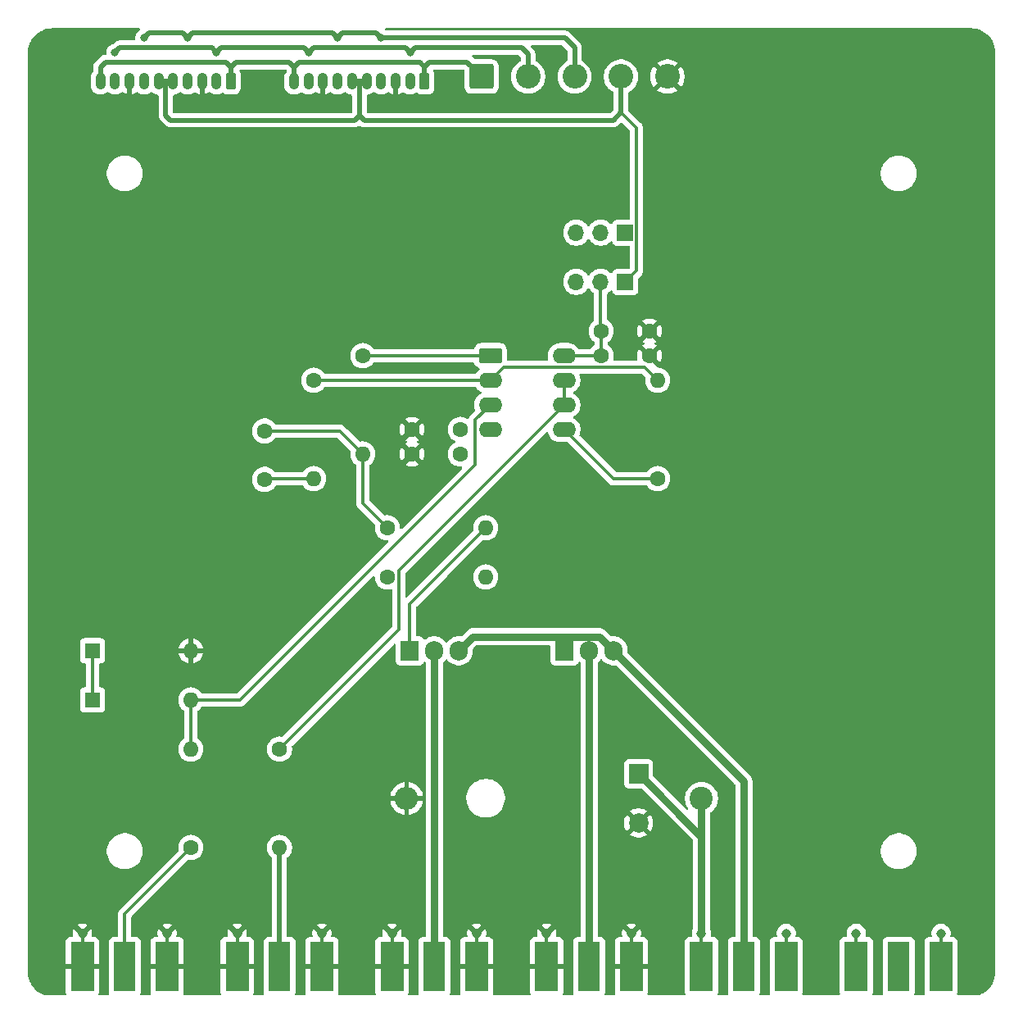
<source format=gtl>
G04 #@! TF.GenerationSoftware,KiCad,Pcbnew,9.0.0*
G04 #@! TF.CreationDate,2025-07-04T16:46:46-07:00*
G04 #@! TF.ProjectId,bipolar_current_control,6269706f-6c61-4725-9f63-757272656e74,rev?*
G04 #@! TF.SameCoordinates,Original*
G04 #@! TF.FileFunction,Copper,L1,Top*
G04 #@! TF.FilePolarity,Positive*
%FSLAX46Y46*%
G04 Gerber Fmt 4.6, Leading zero omitted, Abs format (unit mm)*
G04 Created by KiCad (PCBNEW 9.0.0) date 2025-07-04 16:46:46*
%MOMM*%
%LPD*%
G01*
G04 APERTURE LIST*
G04 Aperture macros list*
%AMRoundRect*
0 Rectangle with rounded corners*
0 $1 Rounding radius*
0 $2 $3 $4 $5 $6 $7 $8 $9 X,Y pos of 4 corners*
0 Add a 4 corners polygon primitive as box body*
4,1,4,$2,$3,$4,$5,$6,$7,$8,$9,$2,$3,0*
0 Add four circle primitives for the rounded corners*
1,1,$1+$1,$2,$3*
1,1,$1+$1,$4,$5*
1,1,$1+$1,$6,$7*
1,1,$1+$1,$8,$9*
0 Add four rect primitives between the rounded corners*
20,1,$1+$1,$2,$3,$4,$5,0*
20,1,$1+$1,$4,$5,$6,$7,0*
20,1,$1+$1,$6,$7,$8,$9,0*
20,1,$1+$1,$8,$9,$2,$3,0*%
G04 Aperture macros list end*
G04 #@! TA.AperFunction,ComponentPad*
%ADD10C,1.600000*%
G04 #@! TD*
G04 #@! TA.AperFunction,ComponentPad*
%ADD11R,2.000000X2.000000*%
G04 #@! TD*
G04 #@! TA.AperFunction,ComponentPad*
%ADD12C,2.000000*%
G04 #@! TD*
G04 #@! TA.AperFunction,ComponentPad*
%ADD13R,1.700000X1.700000*%
G04 #@! TD*
G04 #@! TA.AperFunction,ComponentPad*
%ADD14O,1.700000X1.700000*%
G04 #@! TD*
G04 #@! TA.AperFunction,ComponentPad*
%ADD15R,1.600000X1.600000*%
G04 #@! TD*
G04 #@! TA.AperFunction,ComponentPad*
%ADD16O,1.600000X1.600000*%
G04 #@! TD*
G04 #@! TA.AperFunction,SMDPad,CuDef*
%ADD17R,2.290000X5.080000*%
G04 #@! TD*
G04 #@! TA.AperFunction,SMDPad,CuDef*
%ADD18R,2.420000X5.080000*%
G04 #@! TD*
G04 #@! TA.AperFunction,SMDPad,CuDef*
%ADD19R,0.460000X0.950000*%
G04 #@! TD*
G04 #@! TA.AperFunction,ComponentPad*
%ADD20C,0.970000*%
G04 #@! TD*
G04 #@! TA.AperFunction,ComponentPad*
%ADD21C,2.400000*%
G04 #@! TD*
G04 #@! TA.AperFunction,ComponentPad*
%ADD22O,2.400000X2.400000*%
G04 #@! TD*
G04 #@! TA.AperFunction,ComponentPad*
%ADD23RoundRect,0.249999X-1.025001X-1.025001X1.025001X-1.025001X1.025001X1.025001X-1.025001X1.025001X0*%
G04 #@! TD*
G04 #@! TA.AperFunction,ComponentPad*
%ADD24C,2.550000*%
G04 #@! TD*
G04 #@! TA.AperFunction,ComponentPad*
%ADD25RoundRect,0.250000X0.265000X0.615000X-0.265000X0.615000X-0.265000X-0.615000X0.265000X-0.615000X0*%
G04 #@! TD*
G04 #@! TA.AperFunction,ComponentPad*
%ADD26O,1.030000X1.730000*%
G04 #@! TD*
G04 #@! TA.AperFunction,ComponentPad*
%ADD27R,1.905000X2.000000*%
G04 #@! TD*
G04 #@! TA.AperFunction,ComponentPad*
%ADD28O,1.905000X2.000000*%
G04 #@! TD*
G04 #@! TA.AperFunction,ComponentPad*
%ADD29RoundRect,0.250000X-0.950000X-0.550000X0.950000X-0.550000X0.950000X0.550000X-0.950000X0.550000X0*%
G04 #@! TD*
G04 #@! TA.AperFunction,ComponentPad*
%ADD30O,2.400000X1.600000*%
G04 #@! TD*
G04 #@! TA.AperFunction,ViaPad*
%ADD31C,0.800000*%
G04 #@! TD*
G04 #@! TA.AperFunction,Conductor*
%ADD32C,0.500000*%
G04 #@! TD*
G04 #@! TA.AperFunction,Conductor*
%ADD33C,0.350000*%
G04 #@! TD*
G04 #@! TA.AperFunction,Conductor*
%ADD34C,0.200000*%
G04 #@! TD*
G04 #@! TA.AperFunction,Conductor*
%ADD35C,0.250000*%
G04 #@! TD*
G04 #@! TA.AperFunction,Conductor*
%ADD36C,0.750000*%
G04 #@! TD*
G04 APERTURE END LIST*
D10*
X159245000Y-83820000D03*
X164245000Y-83820000D03*
D11*
X163120000Y-127000000D03*
D12*
X163120000Y-132080000D03*
D13*
X161745000Y-76200000D03*
D14*
X159205000Y-76200000D03*
X156665000Y-76200000D03*
D15*
X106680000Y-114300000D03*
D16*
X116840000Y-114300000D03*
D17*
X190000000Y-146930000D03*
D18*
X185620000Y-146930000D03*
X194380000Y-146930000D03*
D19*
X185620000Y-143940000D03*
X194380000Y-143940000D03*
D20*
X185620000Y-143490000D03*
X194380000Y-143490000D03*
D21*
X169620000Y-129540000D03*
D22*
X139140000Y-129540000D03*
D23*
X146900000Y-55000000D03*
D24*
X151700000Y-55000000D03*
X156500000Y-55000000D03*
X161300000Y-55000000D03*
X166100000Y-55000000D03*
D25*
X141000000Y-55500000D03*
D26*
X139500000Y-55500000D03*
X138000000Y-55500000D03*
X136500000Y-55500000D03*
X135000000Y-55500000D03*
X133500000Y-55500000D03*
X132000000Y-55500000D03*
X130500000Y-55500000D03*
X129000000Y-55500000D03*
X127500000Y-55500000D03*
D10*
X137160000Y-106680000D03*
D16*
X147320000Y-106680000D03*
D17*
X142000000Y-146930000D03*
D18*
X137620000Y-146930000D03*
X146380000Y-146930000D03*
D19*
X137620000Y-143940000D03*
X146380000Y-143940000D03*
D20*
X137620000Y-143490000D03*
X146380000Y-143490000D03*
D10*
X124460000Y-96600000D03*
X124460000Y-91600000D03*
X116840000Y-134620000D03*
D16*
X116840000Y-124460000D03*
D10*
X129540000Y-86360000D03*
D16*
X129540000Y-96520000D03*
D10*
X144700000Y-93980000D03*
X139700000Y-93980000D03*
D15*
X106680000Y-119380000D03*
D16*
X116840000Y-119380000D03*
D10*
X137160000Y-101600000D03*
D16*
X147320000Y-101600000D03*
D10*
X144700000Y-91440000D03*
X139700000Y-91440000D03*
D13*
X161745000Y-71120000D03*
D14*
X159205000Y-71120000D03*
X156665000Y-71120000D03*
D10*
X126000000Y-124460000D03*
D16*
X126000000Y-134620000D03*
D17*
X126000000Y-146930000D03*
D18*
X121620000Y-146930000D03*
X130380000Y-146930000D03*
D19*
X121620000Y-143940000D03*
X130380000Y-143940000D03*
D20*
X121620000Y-143490000D03*
X130380000Y-143490000D03*
D27*
X139460000Y-114300000D03*
D28*
X142000000Y-114300000D03*
X144540000Y-114300000D03*
D10*
X159245000Y-81280000D03*
X164245000Y-81280000D03*
D27*
X155460000Y-114300000D03*
D28*
X158000000Y-114300000D03*
X160540000Y-114300000D03*
D25*
X121000000Y-55500000D03*
D26*
X119500000Y-55500000D03*
X118000000Y-55500000D03*
X116500000Y-55500000D03*
X115000000Y-55500000D03*
X113500000Y-55500000D03*
X112000000Y-55500000D03*
X110500000Y-55500000D03*
X109000000Y-55500000D03*
X107500000Y-55500000D03*
D17*
X158000000Y-146930000D03*
D18*
X153620000Y-146930000D03*
X162380000Y-146930000D03*
D19*
X153620000Y-143940000D03*
X162380000Y-143940000D03*
D20*
X153620000Y-143490000D03*
X162380000Y-143490000D03*
D10*
X134620000Y-83820000D03*
D16*
X134620000Y-93980000D03*
D17*
X174000000Y-146930000D03*
D18*
X169620000Y-146930000D03*
X178380000Y-146930000D03*
D19*
X169620000Y-143940000D03*
X178380000Y-143940000D03*
D20*
X169620000Y-143490000D03*
X178380000Y-143490000D03*
D10*
X165100000Y-96520000D03*
D16*
X165100000Y-86360000D03*
D17*
X110000000Y-146930000D03*
D18*
X105620000Y-146930000D03*
X114380000Y-146930000D03*
D19*
X105620000Y-143940000D03*
X114380000Y-143940000D03*
D20*
X105620000Y-143490000D03*
X114380000Y-143490000D03*
D29*
X147800000Y-83820000D03*
D30*
X147800000Y-86360000D03*
X147800000Y-88900000D03*
X147800000Y-91440000D03*
X155420000Y-91440000D03*
X155420000Y-88900000D03*
X155420000Y-86360000D03*
X155420000Y-83820000D03*
D31*
X136500000Y-51000000D03*
X112000000Y-51000000D03*
X116500000Y-51000000D03*
X132000000Y-51000000D03*
X129000000Y-52500000D03*
X109000000Y-52500000D03*
X119500000Y-52500000D03*
X139500000Y-52500000D03*
D32*
X156500000Y-55000000D02*
X156500000Y-52000000D01*
X131500000Y-50500000D02*
X131000000Y-50500000D01*
X117000000Y-50500000D02*
X116500000Y-51000000D01*
X132500000Y-50500000D02*
X132000000Y-51000000D01*
X156500000Y-52000000D02*
X155500000Y-51000000D01*
X155500000Y-51000000D02*
X136500000Y-51000000D01*
X136500000Y-51000000D02*
X136000000Y-50500000D01*
X131000000Y-50500000D02*
X117000000Y-50500000D01*
X112500000Y-50500000D02*
X112000000Y-51000000D01*
X116000000Y-50500000D02*
X112500000Y-50500000D01*
X116500000Y-51000000D02*
X116000000Y-50500000D01*
X132000000Y-51000000D02*
X131500000Y-50500000D01*
X136000000Y-50500000D02*
X132500000Y-50500000D01*
X151000000Y-52000000D02*
X140000000Y-52000000D01*
X120000000Y-52000000D02*
X119500000Y-52500000D01*
X151700000Y-52700000D02*
X151700000Y-55000000D01*
X128500000Y-52000000D02*
X120000000Y-52000000D01*
X140000000Y-52000000D02*
X139500000Y-52500000D01*
X119500000Y-52500000D02*
X119000000Y-52000000D01*
X129000000Y-52500000D02*
X128500000Y-52000000D01*
X109500000Y-52000000D02*
X109000000Y-52500000D01*
X151700000Y-52700000D02*
X151000000Y-52000000D01*
X119000000Y-52000000D02*
X109500000Y-52000000D01*
X129500000Y-52000000D02*
X129000000Y-52500000D01*
X139500000Y-52500000D02*
X139000000Y-52000000D01*
X139000000Y-52000000D02*
X129500000Y-52000000D01*
X114250000Y-55500000D02*
X115000000Y-55500000D01*
D33*
X161745000Y-76200000D02*
X162921000Y-75024000D01*
D32*
X114250000Y-55500000D02*
X114250000Y-59000000D01*
D33*
X162921000Y-75024000D02*
X162921000Y-60321000D01*
D32*
X114750000Y-59500000D02*
X133750000Y-59500000D01*
X133750000Y-59500000D02*
X134250000Y-59000000D01*
X113500000Y-55500000D02*
X114250000Y-55500000D01*
X161300000Y-58700000D02*
X161300000Y-55000000D01*
D33*
X162921000Y-60321000D02*
X161300000Y-58700000D01*
D32*
X134250000Y-55500000D02*
X134250000Y-59000000D01*
X160500000Y-59500000D02*
X161300000Y-58700000D01*
X134750000Y-59500000D02*
X160500000Y-59500000D01*
X114250000Y-59000000D02*
X114750000Y-59500000D01*
X134250000Y-59000000D02*
X134750000Y-59500000D01*
X133500000Y-55500000D02*
X134250000Y-55500000D01*
X134250000Y-55500000D02*
X135000000Y-55500000D01*
X127500000Y-54000000D02*
X127500000Y-55500000D01*
X140500000Y-53500000D02*
X141000000Y-54000000D01*
X141000000Y-54000000D02*
X141000000Y-55500000D01*
X121000000Y-54000000D02*
X121000000Y-55500000D01*
X107500000Y-54000000D02*
X107500000Y-55500000D01*
X127000000Y-53500000D02*
X127500000Y-54000000D01*
X120500000Y-53500000D02*
X121000000Y-54000000D01*
X108000000Y-53500000D02*
X120500000Y-53500000D01*
X128000000Y-53500000D02*
X140500000Y-53500000D01*
X121500000Y-53500000D02*
X127000000Y-53500000D01*
X121000000Y-54000000D02*
X121500000Y-53500000D01*
X141000000Y-54000000D02*
X141500000Y-53500000D01*
X107500000Y-54000000D02*
X108000000Y-53500000D01*
X145400000Y-53500000D02*
X146900000Y-55000000D01*
X141500000Y-53500000D02*
X145400000Y-53500000D01*
X127500000Y-54000000D02*
X128000000Y-53500000D01*
D33*
X129540000Y-96520000D02*
X124540000Y-96520000D01*
X124540000Y-96520000D02*
X124460000Y-96600000D01*
X147800000Y-83820000D02*
X134620000Y-83820000D01*
X106680000Y-119380000D02*
X106680000Y-114300000D01*
X146224000Y-90476000D02*
X147800000Y-88900000D01*
X121920000Y-119380000D02*
X146224000Y-95076000D01*
X116840000Y-119380000D02*
X121920000Y-119380000D01*
X146224000Y-95076000D02*
X146224000Y-90476000D01*
X116840000Y-124460000D02*
X116840000Y-119380000D01*
X110000000Y-141460000D02*
X110000000Y-146930000D01*
X116840000Y-134620000D02*
X110000000Y-141460000D01*
D32*
X126000000Y-134620000D02*
X126000000Y-146930000D01*
D34*
X159205000Y-81240000D02*
X159245000Y-81280000D01*
D33*
X159205000Y-76200000D02*
X159205000Y-81240000D01*
X159245000Y-83820000D02*
X155420000Y-83820000D01*
X159245000Y-83820000D02*
X159245000Y-81280000D01*
D35*
X169620000Y-133500000D02*
X169315000Y-133195000D01*
D33*
X165100000Y-96520000D02*
X160500000Y-96520000D01*
D36*
X169620000Y-133500000D02*
X169620000Y-129540000D01*
X169620000Y-133500000D02*
X163120000Y-127000000D01*
D33*
X160500000Y-96520000D02*
X155420000Y-91440000D01*
D36*
X169620000Y-143490000D02*
X169620000Y-133500000D01*
X174000000Y-127760000D02*
X174000000Y-146930000D01*
X145991000Y-112849000D02*
X159089000Y-112849000D01*
X159089000Y-112849000D02*
X160540000Y-114300000D01*
X160540000Y-114300000D02*
X174000000Y-127760000D01*
X144540000Y-114300000D02*
X145991000Y-112849000D01*
D33*
X147320000Y-101600000D02*
X139460000Y-109460000D01*
X139460000Y-109460000D02*
X139460000Y-114300000D01*
X165100000Y-86360000D02*
X163736000Y-84996000D01*
X149164000Y-84996000D02*
X147800000Y-86360000D01*
X163736000Y-84996000D02*
X149164000Y-84996000D01*
X147800000Y-86360000D02*
X129540000Y-86360000D01*
X155420000Y-86360000D02*
X155420000Y-88900000D01*
X138336000Y-105984000D02*
X138336000Y-112124000D01*
X155420000Y-88900000D02*
X138336000Y-105984000D01*
X138336000Y-112124000D02*
X126000000Y-124460000D01*
X134620000Y-99060000D02*
X137160000Y-101600000D01*
X124460000Y-91600000D02*
X132240000Y-91600000D01*
X134620000Y-93980000D02*
X134620000Y-99060000D01*
X132240000Y-91600000D02*
X134620000Y-93980000D01*
D36*
X142000000Y-146930000D02*
X142000000Y-114300000D01*
X158000000Y-114300000D02*
X158000000Y-146930000D01*
G04 #@! TA.AperFunction,Conductor*
G36*
X111533265Y-50020185D02*
G01*
X111579020Y-50072989D01*
X111588964Y-50142147D01*
X111559939Y-50205703D01*
X111535117Y-50227602D01*
X111425965Y-50300535D01*
X111425961Y-50300538D01*
X111300538Y-50425961D01*
X111300535Y-50425965D01*
X111201990Y-50573446D01*
X111201983Y-50573459D01*
X111134106Y-50737332D01*
X111134103Y-50737341D01*
X111099500Y-50911304D01*
X111099500Y-51088690D01*
X111102010Y-51101310D01*
X111095781Y-51170901D01*
X111052918Y-51226078D01*
X110987028Y-51249322D01*
X110980392Y-51249500D01*
X109426080Y-51249500D01*
X109281092Y-51278340D01*
X109281086Y-51278342D01*
X109144508Y-51334914D01*
X109144496Y-51334921D01*
X109095270Y-51367811D01*
X109095271Y-51367812D01*
X109021585Y-51417047D01*
X108847807Y-51590824D01*
X108786483Y-51624308D01*
X108784319Y-51624759D01*
X108737337Y-51634104D01*
X108737331Y-51634106D01*
X108573459Y-51701983D01*
X108573446Y-51701990D01*
X108425965Y-51800535D01*
X108425961Y-51800538D01*
X108300538Y-51925961D01*
X108300535Y-51925965D01*
X108201990Y-52073446D01*
X108201983Y-52073459D01*
X108134106Y-52237332D01*
X108134103Y-52237341D01*
X108099500Y-52411304D01*
X108099500Y-52588690D01*
X108102010Y-52601310D01*
X108095781Y-52670901D01*
X108052918Y-52726078D01*
X107987028Y-52749322D01*
X107980392Y-52749500D01*
X107926080Y-52749500D01*
X107781092Y-52778340D01*
X107781086Y-52778342D01*
X107644508Y-52834914D01*
X107644496Y-52834921D01*
X107595269Y-52867813D01*
X107521588Y-52917044D01*
X107521580Y-52917050D01*
X106917050Y-53521580D01*
X106917044Y-53521588D01*
X106867812Y-53595268D01*
X106867813Y-53595269D01*
X106834921Y-53644496D01*
X106834914Y-53644508D01*
X106778342Y-53781086D01*
X106778340Y-53781092D01*
X106749500Y-53926079D01*
X106749500Y-54413002D01*
X106729815Y-54480041D01*
X106713181Y-54500683D01*
X106711211Y-54502652D01*
X106711208Y-54502656D01*
X106600078Y-54668973D01*
X106600071Y-54668986D01*
X106523526Y-54853784D01*
X106523523Y-54853796D01*
X106484500Y-55049977D01*
X106484500Y-55950022D01*
X106523523Y-56146203D01*
X106523526Y-56146215D01*
X106600071Y-56331013D01*
X106600078Y-56331026D01*
X106711208Y-56497343D01*
X106711211Y-56497347D01*
X106852652Y-56638788D01*
X106852656Y-56638791D01*
X107018973Y-56749921D01*
X107018986Y-56749928D01*
X107202625Y-56825993D01*
X107203789Y-56826475D01*
X107347185Y-56854998D01*
X107399977Y-56865499D01*
X107399981Y-56865500D01*
X107399982Y-56865500D01*
X107600019Y-56865500D01*
X107600020Y-56865499D01*
X107796211Y-56826475D01*
X107981020Y-56749925D01*
X108147344Y-56638791D01*
X108162318Y-56623816D01*
X108223639Y-56590331D01*
X108293331Y-56595314D01*
X108337681Y-56623816D01*
X108345506Y-56631641D01*
X108352657Y-56638792D01*
X108518973Y-56749921D01*
X108518986Y-56749928D01*
X108702625Y-56825993D01*
X108703789Y-56826475D01*
X108847185Y-56854998D01*
X108899977Y-56865499D01*
X108899981Y-56865500D01*
X108899982Y-56865500D01*
X109100019Y-56865500D01*
X109100020Y-56865499D01*
X109296211Y-56826475D01*
X109481020Y-56749925D01*
X109647344Y-56638791D01*
X109662671Y-56623463D01*
X109723989Y-56589978D01*
X109793681Y-56594959D01*
X109838034Y-56623462D01*
X109852971Y-56638399D01*
X109852975Y-56638402D01*
X110019210Y-56749477D01*
X110019223Y-56749484D01*
X110203929Y-56825991D01*
X110203936Y-56825993D01*
X110250000Y-56835155D01*
X110250000Y-55766189D01*
X110275884Y-55792073D01*
X110359115Y-55840126D01*
X110451947Y-55865000D01*
X110548053Y-55865000D01*
X110640885Y-55840126D01*
X110724116Y-55792073D01*
X110750000Y-55766189D01*
X110750000Y-56835154D01*
X110796063Y-56825993D01*
X110796070Y-56825991D01*
X110980776Y-56749484D01*
X110980789Y-56749477D01*
X111147023Y-56638403D01*
X111161962Y-56623464D01*
X111223285Y-56589977D01*
X111292977Y-56594960D01*
X111337329Y-56623464D01*
X111352653Y-56638789D01*
X111352656Y-56638791D01*
X111518973Y-56749921D01*
X111518986Y-56749928D01*
X111702625Y-56825993D01*
X111703789Y-56826475D01*
X111847185Y-56854998D01*
X111899977Y-56865499D01*
X111899981Y-56865500D01*
X111899982Y-56865500D01*
X112100019Y-56865500D01*
X112100020Y-56865499D01*
X112296211Y-56826475D01*
X112481020Y-56749925D01*
X112647344Y-56638791D01*
X112662318Y-56623816D01*
X112723639Y-56590331D01*
X112793331Y-56595314D01*
X112837681Y-56623816D01*
X112845506Y-56631641D01*
X112852657Y-56638792D01*
X113018973Y-56749921D01*
X113018986Y-56749928D01*
X113202625Y-56825993D01*
X113203789Y-56826475D01*
X113399691Y-56865442D01*
X113461602Y-56897826D01*
X113496176Y-56958542D01*
X113499500Y-56987059D01*
X113499500Y-59073918D01*
X113499500Y-59073920D01*
X113499499Y-59073920D01*
X113528340Y-59218907D01*
X113528343Y-59218917D01*
X113584914Y-59355492D01*
X113617812Y-59404727D01*
X113617813Y-59404730D01*
X113667046Y-59478414D01*
X113667052Y-59478421D01*
X114271581Y-60082950D01*
X114271584Y-60082952D01*
X114332964Y-60123964D01*
X114394505Y-60165084D01*
X114531087Y-60221658D01*
X114531091Y-60221658D01*
X114531092Y-60221659D01*
X114676079Y-60250500D01*
X114676082Y-60250500D01*
X133823920Y-60250500D01*
X133921462Y-60231096D01*
X133968913Y-60221658D01*
X134105495Y-60165084D01*
X134167036Y-60123964D01*
X134181109Y-60114561D01*
X134247786Y-60093683D01*
X134315167Y-60112167D01*
X134318891Y-60114561D01*
X134332964Y-60123964D01*
X134394505Y-60165084D01*
X134531087Y-60221658D01*
X134531091Y-60221658D01*
X134531092Y-60221659D01*
X134676079Y-60250500D01*
X134676082Y-60250500D01*
X160573920Y-60250500D01*
X160671462Y-60231096D01*
X160718913Y-60221658D01*
X160855495Y-60165084D01*
X160917036Y-60123964D01*
X160978416Y-60082952D01*
X161265353Y-59796013D01*
X161326674Y-59762530D01*
X161396366Y-59767514D01*
X161440714Y-59796015D01*
X162209181Y-60564482D01*
X162242666Y-60625805D01*
X162245500Y-60652163D01*
X162245500Y-69645500D01*
X162225815Y-69712539D01*
X162173011Y-69758294D01*
X162121500Y-69769500D01*
X160847129Y-69769500D01*
X160847123Y-69769501D01*
X160787516Y-69775908D01*
X160652671Y-69826202D01*
X160652664Y-69826206D01*
X160537455Y-69912452D01*
X160537452Y-69912455D01*
X160451206Y-70027664D01*
X160451203Y-70027669D01*
X160402189Y-70159083D01*
X160360317Y-70215016D01*
X160294853Y-70239433D01*
X160226580Y-70224581D01*
X160198326Y-70203430D01*
X160084786Y-70089890D01*
X159912820Y-69964951D01*
X159723414Y-69868444D01*
X159723413Y-69868443D01*
X159723412Y-69868443D01*
X159521243Y-69802754D01*
X159521241Y-69802753D01*
X159521240Y-69802753D01*
X159359957Y-69777208D01*
X159311287Y-69769500D01*
X159098713Y-69769500D01*
X159050042Y-69777208D01*
X158888760Y-69802753D01*
X158686585Y-69868444D01*
X158497179Y-69964951D01*
X158325213Y-70089890D01*
X158174890Y-70240213D01*
X158049949Y-70412182D01*
X158045484Y-70420946D01*
X157997509Y-70471742D01*
X157929688Y-70488536D01*
X157863553Y-70465998D01*
X157824516Y-70420946D01*
X157820050Y-70412182D01*
X157695109Y-70240213D01*
X157544786Y-70089890D01*
X157372820Y-69964951D01*
X157183414Y-69868444D01*
X157183413Y-69868443D01*
X157183412Y-69868443D01*
X156981243Y-69802754D01*
X156981241Y-69802753D01*
X156981240Y-69802753D01*
X156819957Y-69777208D01*
X156771287Y-69769500D01*
X156558713Y-69769500D01*
X156510042Y-69777208D01*
X156348760Y-69802753D01*
X156146585Y-69868444D01*
X155957179Y-69964951D01*
X155785213Y-70089890D01*
X155634890Y-70240213D01*
X155509951Y-70412179D01*
X155413444Y-70601585D01*
X155347753Y-70803760D01*
X155314500Y-71013713D01*
X155314500Y-71226286D01*
X155347753Y-71436239D01*
X155413444Y-71638414D01*
X155509951Y-71827820D01*
X155634890Y-71999786D01*
X155785213Y-72150109D01*
X155957179Y-72275048D01*
X155957181Y-72275049D01*
X155957184Y-72275051D01*
X156146588Y-72371557D01*
X156348757Y-72437246D01*
X156558713Y-72470500D01*
X156558714Y-72470500D01*
X156771286Y-72470500D01*
X156771287Y-72470500D01*
X156981243Y-72437246D01*
X157183412Y-72371557D01*
X157372816Y-72275051D01*
X157459138Y-72212335D01*
X157544786Y-72150109D01*
X157544788Y-72150106D01*
X157544792Y-72150104D01*
X157695104Y-71999792D01*
X157695106Y-71999788D01*
X157695109Y-71999786D01*
X157820048Y-71827820D01*
X157820047Y-71827820D01*
X157820051Y-71827816D01*
X157824514Y-71819054D01*
X157872488Y-71768259D01*
X157940308Y-71751463D01*
X158006444Y-71773999D01*
X158045486Y-71819056D01*
X158049951Y-71827820D01*
X158174890Y-71999786D01*
X158325213Y-72150109D01*
X158497179Y-72275048D01*
X158497181Y-72275049D01*
X158497184Y-72275051D01*
X158686588Y-72371557D01*
X158888757Y-72437246D01*
X159098713Y-72470500D01*
X159098714Y-72470500D01*
X159311286Y-72470500D01*
X159311287Y-72470500D01*
X159521243Y-72437246D01*
X159723412Y-72371557D01*
X159912816Y-72275051D01*
X160084792Y-72150104D01*
X160198329Y-72036566D01*
X160259648Y-72003084D01*
X160329340Y-72008068D01*
X160385274Y-72049939D01*
X160402189Y-72080917D01*
X160451202Y-72212328D01*
X160451206Y-72212335D01*
X160537452Y-72327544D01*
X160537455Y-72327547D01*
X160652664Y-72413793D01*
X160652671Y-72413797D01*
X160787517Y-72464091D01*
X160787516Y-72464091D01*
X160794444Y-72464835D01*
X160847127Y-72470500D01*
X162121500Y-72470499D01*
X162188539Y-72490184D01*
X162234294Y-72542987D01*
X162245500Y-72594499D01*
X162245500Y-74692835D01*
X162236855Y-74722275D01*
X162230332Y-74752262D01*
X162226577Y-74757277D01*
X162225815Y-74759874D01*
X162209181Y-74780516D01*
X162176516Y-74813181D01*
X162115193Y-74846666D01*
X162088835Y-74849500D01*
X160847129Y-74849500D01*
X160847123Y-74849501D01*
X160787516Y-74855908D01*
X160652671Y-74906202D01*
X160652664Y-74906206D01*
X160537455Y-74992452D01*
X160537452Y-74992455D01*
X160451206Y-75107664D01*
X160451203Y-75107669D01*
X160402189Y-75239083D01*
X160360317Y-75295016D01*
X160294853Y-75319433D01*
X160226580Y-75304581D01*
X160198326Y-75283430D01*
X160084786Y-75169890D01*
X159912820Y-75044951D01*
X159723414Y-74948444D01*
X159723413Y-74948443D01*
X159723412Y-74948443D01*
X159521243Y-74882754D01*
X159521241Y-74882753D01*
X159521240Y-74882753D01*
X159359957Y-74857208D01*
X159311287Y-74849500D01*
X159098713Y-74849500D01*
X159050042Y-74857208D01*
X158888760Y-74882753D01*
X158686585Y-74948444D01*
X158497179Y-75044951D01*
X158325213Y-75169890D01*
X158174890Y-75320213D01*
X158049949Y-75492182D01*
X158045484Y-75500946D01*
X157997509Y-75551742D01*
X157929688Y-75568536D01*
X157863553Y-75545998D01*
X157824516Y-75500946D01*
X157820050Y-75492182D01*
X157695109Y-75320213D01*
X157544786Y-75169890D01*
X157372820Y-75044951D01*
X157183414Y-74948444D01*
X157183413Y-74948443D01*
X157183412Y-74948443D01*
X156981243Y-74882754D01*
X156981241Y-74882753D01*
X156981240Y-74882753D01*
X156819957Y-74857208D01*
X156771287Y-74849500D01*
X156558713Y-74849500D01*
X156510042Y-74857208D01*
X156348760Y-74882753D01*
X156146585Y-74948444D01*
X155957179Y-75044951D01*
X155785213Y-75169890D01*
X155634890Y-75320213D01*
X155509951Y-75492179D01*
X155413444Y-75681585D01*
X155347753Y-75883760D01*
X155314500Y-76093713D01*
X155314500Y-76306286D01*
X155347753Y-76516239D01*
X155413444Y-76718414D01*
X155509951Y-76907820D01*
X155634890Y-77079786D01*
X155785213Y-77230109D01*
X155957179Y-77355048D01*
X155957181Y-77355049D01*
X155957184Y-77355051D01*
X156146588Y-77451557D01*
X156348757Y-77517246D01*
X156558713Y-77550500D01*
X156558714Y-77550500D01*
X156771286Y-77550500D01*
X156771287Y-77550500D01*
X156981243Y-77517246D01*
X157183412Y-77451557D01*
X157372816Y-77355051D01*
X157459138Y-77292335D01*
X157544786Y-77230109D01*
X157544788Y-77230106D01*
X157544792Y-77230104D01*
X157695104Y-77079792D01*
X157695106Y-77079788D01*
X157695109Y-77079786D01*
X157820048Y-76907820D01*
X157820047Y-76907820D01*
X157820051Y-76907816D01*
X157824514Y-76899054D01*
X157872488Y-76848259D01*
X157940308Y-76831463D01*
X158006444Y-76853999D01*
X158045486Y-76899056D01*
X158049951Y-76907820D01*
X158174890Y-77079786D01*
X158325211Y-77230107D01*
X158390768Y-77277735D01*
X158478385Y-77341393D01*
X158521051Y-77396721D01*
X158529500Y-77441710D01*
X158529500Y-80129153D01*
X158509815Y-80196192D01*
X158478385Y-80229471D01*
X158397787Y-80288028D01*
X158397782Y-80288032D01*
X158253028Y-80432786D01*
X158132715Y-80598386D01*
X158039781Y-80780776D01*
X157976522Y-80975465D01*
X157944500Y-81177648D01*
X157944500Y-81382351D01*
X157976522Y-81584534D01*
X158039781Y-81779223D01*
X158103691Y-81904653D01*
X158132585Y-81961359D01*
X158132715Y-81961613D01*
X158253028Y-82127213D01*
X158397784Y-82271969D01*
X158473073Y-82326668D01*
X158518384Y-82359589D01*
X158521725Y-82363920D01*
X158526703Y-82366194D01*
X158542833Y-82391293D01*
X158561051Y-82414918D01*
X158562304Y-82421591D01*
X158564477Y-82424972D01*
X158569500Y-82459907D01*
X158569500Y-82640092D01*
X158549815Y-82707131D01*
X158518385Y-82740410D01*
X158397786Y-82828028D01*
X158253030Y-82972784D01*
X158165412Y-83093384D01*
X158110082Y-83136051D01*
X158065093Y-83144500D01*
X156999907Y-83144500D01*
X156932868Y-83124815D01*
X156899588Y-83093384D01*
X156811969Y-82972784D01*
X156667213Y-82828028D01*
X156501613Y-82707715D01*
X156501612Y-82707714D01*
X156501610Y-82707713D01*
X156437460Y-82675027D01*
X156319223Y-82614781D01*
X156124534Y-82551522D01*
X155949995Y-82523878D01*
X155922352Y-82519500D01*
X154917648Y-82519500D01*
X154893329Y-82523351D01*
X154715465Y-82551522D01*
X154520776Y-82614781D01*
X154338386Y-82707715D01*
X154172786Y-82828028D01*
X154028028Y-82972786D01*
X153907715Y-83138386D01*
X153814781Y-83320776D01*
X153751522Y-83515465D01*
X153719500Y-83717648D01*
X153719500Y-83922351D01*
X153751523Y-84124535D01*
X153751524Y-84124542D01*
X153762455Y-84158183D01*
X153764450Y-84228024D01*
X153728369Y-84287856D01*
X153665668Y-84318684D01*
X153644524Y-84320500D01*
X149624500Y-84320500D01*
X149557461Y-84300815D01*
X149511706Y-84248011D01*
X149500500Y-84196500D01*
X149500499Y-83219998D01*
X149500498Y-83219980D01*
X149489999Y-83117203D01*
X149489998Y-83117200D01*
X149470879Y-83059504D01*
X149434814Y-82950666D01*
X149342712Y-82801344D01*
X149218656Y-82677288D01*
X149069334Y-82585186D01*
X148902797Y-82530001D01*
X148902795Y-82530000D01*
X148800010Y-82519500D01*
X146799998Y-82519500D01*
X146799981Y-82519501D01*
X146697203Y-82530000D01*
X146697200Y-82530001D01*
X146530668Y-82585185D01*
X146530663Y-82585187D01*
X146381342Y-82677289D01*
X146257289Y-82801342D01*
X146165187Y-82950663D01*
X146165185Y-82950668D01*
X146129121Y-83059504D01*
X146089348Y-83116949D01*
X146024833Y-83143772D01*
X146011415Y-83144500D01*
X135799907Y-83144500D01*
X135732868Y-83124815D01*
X135699588Y-83093384D01*
X135611969Y-82972784D01*
X135467213Y-82828028D01*
X135301613Y-82707715D01*
X135301612Y-82707714D01*
X135301610Y-82707713D01*
X135237460Y-82675027D01*
X135119223Y-82614781D01*
X134924534Y-82551522D01*
X134749995Y-82523878D01*
X134722352Y-82519500D01*
X134517648Y-82519500D01*
X134493329Y-82523351D01*
X134315465Y-82551522D01*
X134120776Y-82614781D01*
X133938386Y-82707715D01*
X133772786Y-82828028D01*
X133628028Y-82972786D01*
X133507715Y-83138386D01*
X133414781Y-83320776D01*
X133351522Y-83515465D01*
X133319500Y-83717648D01*
X133319500Y-83922351D01*
X133351522Y-84124534D01*
X133414781Y-84319223D01*
X133507715Y-84501613D01*
X133628028Y-84667213D01*
X133772786Y-84811971D01*
X133893225Y-84899473D01*
X133938390Y-84932287D01*
X134045792Y-84987011D01*
X134120776Y-85025218D01*
X134120778Y-85025218D01*
X134120781Y-85025220D01*
X134165700Y-85039815D01*
X134315465Y-85088477D01*
X134416557Y-85104488D01*
X134517648Y-85120500D01*
X134517649Y-85120500D01*
X134722351Y-85120500D01*
X134722352Y-85120500D01*
X134924534Y-85088477D01*
X135119219Y-85025220D01*
X135301610Y-84932287D01*
X135430482Y-84838657D01*
X135467213Y-84811971D01*
X135467215Y-84811968D01*
X135467219Y-84811966D01*
X135611966Y-84667219D01*
X135699589Y-84546615D01*
X135754918Y-84503949D01*
X135799907Y-84495500D01*
X146011415Y-84495500D01*
X146078454Y-84515185D01*
X146124209Y-84567989D01*
X146129118Y-84580489D01*
X146165186Y-84689334D01*
X146257288Y-84838656D01*
X146381344Y-84962712D01*
X146530666Y-85054814D01*
X146612570Y-85081954D01*
X146670015Y-85121727D01*
X146696838Y-85186243D01*
X146684523Y-85255018D01*
X146646451Y-85299978D01*
X146552787Y-85368028D01*
X146552782Y-85368032D01*
X146408030Y-85512784D01*
X146320412Y-85633384D01*
X146265082Y-85676051D01*
X146220093Y-85684500D01*
X130719907Y-85684500D01*
X130652868Y-85664815D01*
X130619588Y-85633384D01*
X130531969Y-85512784D01*
X130387213Y-85368028D01*
X130221613Y-85247715D01*
X130221612Y-85247714D01*
X130221610Y-85247713D01*
X130164653Y-85218691D01*
X130039223Y-85154781D01*
X129844534Y-85091522D01*
X129669995Y-85063878D01*
X129642352Y-85059500D01*
X129437648Y-85059500D01*
X129413329Y-85063351D01*
X129235465Y-85091522D01*
X129040776Y-85154781D01*
X128858386Y-85247715D01*
X128692786Y-85368028D01*
X128548028Y-85512786D01*
X128427715Y-85678386D01*
X128334781Y-85860776D01*
X128271522Y-86055465D01*
X128239500Y-86257648D01*
X128239500Y-86462351D01*
X128271522Y-86664534D01*
X128334781Y-86859223D01*
X128427715Y-87041613D01*
X128548028Y-87207213D01*
X128692786Y-87351971D01*
X128847749Y-87464556D01*
X128858390Y-87472287D01*
X128951080Y-87519515D01*
X129040776Y-87565218D01*
X129040778Y-87565218D01*
X129040781Y-87565220D01*
X129145137Y-87599127D01*
X129235465Y-87628477D01*
X129254697Y-87631523D01*
X129437648Y-87660500D01*
X129437649Y-87660500D01*
X129642351Y-87660500D01*
X129642352Y-87660500D01*
X129844534Y-87628477D01*
X130039219Y-87565220D01*
X130221610Y-87472287D01*
X130314590Y-87404732D01*
X130387213Y-87351971D01*
X130387215Y-87351968D01*
X130387219Y-87351966D01*
X130531966Y-87207219D01*
X130619589Y-87086615D01*
X130674918Y-87043949D01*
X130719907Y-87035500D01*
X146220093Y-87035500D01*
X146287132Y-87055185D01*
X146320412Y-87086616D01*
X146408030Y-87207215D01*
X146552786Y-87351971D01*
X146707749Y-87464556D01*
X146718390Y-87472287D01*
X146809840Y-87518883D01*
X146811080Y-87519515D01*
X146861876Y-87567490D01*
X146878671Y-87635311D01*
X146856134Y-87701446D01*
X146811080Y-87740485D01*
X146718386Y-87787715D01*
X146552786Y-87908028D01*
X146408028Y-88052786D01*
X146287715Y-88218386D01*
X146194781Y-88400776D01*
X146131522Y-88595465D01*
X146099500Y-88797648D01*
X146099500Y-89002351D01*
X146131522Y-89204534D01*
X146194782Y-89399226D01*
X146204746Y-89418780D01*
X146217642Y-89487449D01*
X146191365Y-89552189D01*
X146181942Y-89562755D01*
X145699307Y-90045390D01*
X145699304Y-90045394D01*
X145625383Y-90156024D01*
X145625378Y-90156034D01*
X145574520Y-90278817D01*
X145530679Y-90333220D01*
X145464385Y-90355285D01*
X145396685Y-90338006D01*
X145387075Y-90331683D01*
X145381612Y-90327714D01*
X145199223Y-90234781D01*
X145004534Y-90171522D01*
X144829995Y-90143878D01*
X144802352Y-90139500D01*
X144597648Y-90139500D01*
X144573329Y-90143351D01*
X144395465Y-90171522D01*
X144200776Y-90234781D01*
X144018386Y-90327715D01*
X143852786Y-90448028D01*
X143708028Y-90592786D01*
X143587715Y-90758386D01*
X143494781Y-90940776D01*
X143431522Y-91135465D01*
X143399500Y-91337648D01*
X143399500Y-91542351D01*
X143431522Y-91744534D01*
X143494781Y-91939223D01*
X143511350Y-91971740D01*
X143587585Y-92121359D01*
X143587715Y-92121613D01*
X143708028Y-92287213D01*
X143852786Y-92431971D01*
X143973226Y-92519474D01*
X144018390Y-92552287D01*
X144096274Y-92591971D01*
X144111080Y-92599515D01*
X144161876Y-92647490D01*
X144178671Y-92715311D01*
X144156134Y-92781446D01*
X144111080Y-92820485D01*
X144018386Y-92867715D01*
X143852786Y-92988028D01*
X143708028Y-93132786D01*
X143587715Y-93298386D01*
X143494781Y-93480776D01*
X143431522Y-93675465D01*
X143399500Y-93877648D01*
X143399500Y-94082351D01*
X143431522Y-94284534D01*
X143494781Y-94479223D01*
X143558691Y-94604653D01*
X143587585Y-94661359D01*
X143587715Y-94661613D01*
X143708028Y-94827213D01*
X143852786Y-94971971D01*
X144000279Y-95079129D01*
X144018390Y-95092287D01*
X144117003Y-95142533D01*
X144200776Y-95185218D01*
X144200778Y-95185218D01*
X144200781Y-95185220D01*
X144259648Y-95204347D01*
X144395465Y-95248477D01*
X144414697Y-95251523D01*
X144597648Y-95280500D01*
X144597649Y-95280500D01*
X144764836Y-95280500D01*
X144831875Y-95300185D01*
X144877630Y-95352989D01*
X144887574Y-95422147D01*
X144858549Y-95485703D01*
X144852517Y-95492181D01*
X138672181Y-101672517D01*
X138610858Y-101706002D01*
X138541166Y-101701018D01*
X138485233Y-101659146D01*
X138460816Y-101593682D01*
X138460500Y-101584836D01*
X138460500Y-101497648D01*
X138428477Y-101295465D01*
X138365218Y-101100776D01*
X138331503Y-101034607D01*
X138272287Y-100918390D01*
X138264556Y-100907749D01*
X138151971Y-100752786D01*
X138007213Y-100608028D01*
X137841613Y-100487715D01*
X137841612Y-100487714D01*
X137841610Y-100487713D01*
X137784653Y-100458691D01*
X137659223Y-100394781D01*
X137464534Y-100331522D01*
X137289995Y-100303878D01*
X137262352Y-100299500D01*
X137057648Y-100299500D01*
X136910407Y-100322820D01*
X136841114Y-100313865D01*
X136803329Y-100288028D01*
X135331819Y-98816518D01*
X135298334Y-98755195D01*
X135295500Y-98728837D01*
X135295500Y-95159907D01*
X135296125Y-95157777D01*
X135295574Y-95155628D01*
X135305924Y-95124406D01*
X135315185Y-95092868D01*
X135317079Y-95090756D01*
X135317560Y-95089307D01*
X135327510Y-95079129D01*
X135341580Y-95063447D01*
X135344036Y-95061462D01*
X135467219Y-94971966D01*
X135611966Y-94827219D01*
X135611968Y-94827215D01*
X135611971Y-94827213D01*
X135664732Y-94754590D01*
X135732287Y-94661610D01*
X135825220Y-94479219D01*
X135888477Y-94284534D01*
X135920500Y-94082352D01*
X135920500Y-93877648D01*
X135912257Y-93825606D01*
X135888477Y-93675465D01*
X135857458Y-93580000D01*
X135825220Y-93480781D01*
X135825218Y-93480778D01*
X135825218Y-93480776D01*
X135732419Y-93298650D01*
X135732287Y-93298390D01*
X135700092Y-93254077D01*
X135611971Y-93132786D01*
X135467213Y-92988028D01*
X135301613Y-92867715D01*
X135301612Y-92867714D01*
X135301610Y-92867713D01*
X135244653Y-92838691D01*
X135119223Y-92774781D01*
X134924534Y-92711522D01*
X134749995Y-92683878D01*
X134722352Y-92679500D01*
X134517648Y-92679500D01*
X134370407Y-92702820D01*
X134364982Y-92702118D01*
X134359856Y-92704031D01*
X134330700Y-92697688D01*
X134301114Y-92693865D01*
X134295510Y-92690033D01*
X134291583Y-92689179D01*
X134263329Y-92668028D01*
X134155197Y-92559896D01*
X133015799Y-91420497D01*
X132932984Y-91337682D01*
X138400000Y-91337682D01*
X138400000Y-91542317D01*
X138432009Y-91744417D01*
X138495244Y-91939031D01*
X138588141Y-92121350D01*
X138588147Y-92121359D01*
X138620523Y-92165921D01*
X138620524Y-92165922D01*
X139300000Y-91486446D01*
X139300000Y-91492661D01*
X139327259Y-91594394D01*
X139379920Y-91685606D01*
X139454394Y-91760080D01*
X139545606Y-91812741D01*
X139647339Y-91840000D01*
X139653553Y-91840000D01*
X138974076Y-92519474D01*
X139018650Y-92551859D01*
X139112180Y-92599515D01*
X139162976Y-92647489D01*
X139179771Y-92715310D01*
X139157234Y-92781445D01*
X139112180Y-92820485D01*
X139018644Y-92868143D01*
X138974077Y-92900523D01*
X138974077Y-92900524D01*
X139653554Y-93580000D01*
X139647339Y-93580000D01*
X139545606Y-93607259D01*
X139454394Y-93659920D01*
X139379920Y-93734394D01*
X139327259Y-93825606D01*
X139300000Y-93927339D01*
X139300000Y-93933553D01*
X138620524Y-93254077D01*
X138620523Y-93254077D01*
X138588143Y-93298644D01*
X138495244Y-93480968D01*
X138432009Y-93675582D01*
X138400000Y-93877682D01*
X138400000Y-94082317D01*
X138432009Y-94284417D01*
X138495244Y-94479031D01*
X138588141Y-94661350D01*
X138588147Y-94661359D01*
X138620523Y-94705921D01*
X138620524Y-94705922D01*
X139300000Y-94026446D01*
X139300000Y-94032661D01*
X139327259Y-94134394D01*
X139379920Y-94225606D01*
X139454394Y-94300080D01*
X139545606Y-94352741D01*
X139647339Y-94380000D01*
X139653553Y-94380000D01*
X138974076Y-95059474D01*
X139018650Y-95091859D01*
X139200968Y-95184755D01*
X139395582Y-95247990D01*
X139597683Y-95280000D01*
X139802317Y-95280000D01*
X140004417Y-95247990D01*
X140199031Y-95184755D01*
X140381349Y-95091859D01*
X140425921Y-95059474D01*
X139746447Y-94380000D01*
X139752661Y-94380000D01*
X139854394Y-94352741D01*
X139945606Y-94300080D01*
X140020080Y-94225606D01*
X140072741Y-94134394D01*
X140100000Y-94032661D01*
X140100000Y-94026448D01*
X140779474Y-94705922D01*
X140779474Y-94705921D01*
X140811859Y-94661349D01*
X140904755Y-94479031D01*
X140967990Y-94284417D01*
X141000000Y-94082317D01*
X141000000Y-93877682D01*
X140967990Y-93675582D01*
X140904755Y-93480968D01*
X140811859Y-93298650D01*
X140779474Y-93254077D01*
X140779474Y-93254076D01*
X140100000Y-93933551D01*
X140100000Y-93927339D01*
X140072741Y-93825606D01*
X140020080Y-93734394D01*
X139945606Y-93659920D01*
X139854394Y-93607259D01*
X139752661Y-93580000D01*
X139746446Y-93580000D01*
X140425922Y-92900524D01*
X140425921Y-92900523D01*
X140381359Y-92868147D01*
X140381350Y-92868141D01*
X140287819Y-92820485D01*
X140237023Y-92772511D01*
X140220228Y-92704690D01*
X140242765Y-92638555D01*
X140287820Y-92599515D01*
X140381346Y-92551861D01*
X140381347Y-92551861D01*
X140425921Y-92519474D01*
X139746447Y-91840000D01*
X139752661Y-91840000D01*
X139854394Y-91812741D01*
X139945606Y-91760080D01*
X140020080Y-91685606D01*
X140072741Y-91594394D01*
X140100000Y-91492661D01*
X140100000Y-91486448D01*
X140779474Y-92165922D01*
X140779474Y-92165921D01*
X140811859Y-92121349D01*
X140904755Y-91939031D01*
X140967990Y-91744417D01*
X141000000Y-91542317D01*
X141000000Y-91337682D01*
X140967990Y-91135582D01*
X140904755Y-90940968D01*
X140811859Y-90758650D01*
X140779474Y-90714077D01*
X140779474Y-90714076D01*
X140100000Y-91393551D01*
X140100000Y-91387339D01*
X140072741Y-91285606D01*
X140020080Y-91194394D01*
X139945606Y-91119920D01*
X139854394Y-91067259D01*
X139752661Y-91040000D01*
X139746446Y-91040000D01*
X140425922Y-90360524D01*
X140425921Y-90360523D01*
X140381359Y-90328147D01*
X140381350Y-90328141D01*
X140199031Y-90235244D01*
X140004417Y-90172009D01*
X139802317Y-90140000D01*
X139597683Y-90140000D01*
X139395582Y-90172009D01*
X139200968Y-90235244D01*
X139018644Y-90328143D01*
X138974077Y-90360523D01*
X138974077Y-90360524D01*
X139653554Y-91040000D01*
X139647339Y-91040000D01*
X139545606Y-91067259D01*
X139454394Y-91119920D01*
X139379920Y-91194394D01*
X139327259Y-91285606D01*
X139300000Y-91387339D01*
X139300000Y-91393553D01*
X138620524Y-90714077D01*
X138620523Y-90714077D01*
X138588143Y-90758644D01*
X138495244Y-90940968D01*
X138432009Y-91135582D01*
X138400000Y-91337682D01*
X132932984Y-91337682D01*
X132670609Y-91075307D01*
X132670605Y-91075304D01*
X132559975Y-91001383D01*
X132559965Y-91001378D01*
X132437036Y-90950459D01*
X132437028Y-90950457D01*
X132306535Y-90924500D01*
X132306531Y-90924500D01*
X125639907Y-90924500D01*
X125572868Y-90904815D01*
X125539588Y-90873384D01*
X125451969Y-90752784D01*
X125307213Y-90608028D01*
X125169696Y-90508117D01*
X125169673Y-90508102D01*
X125141609Y-90487712D01*
X124959223Y-90394781D01*
X124764534Y-90331522D01*
X124589995Y-90303878D01*
X124562352Y-90299500D01*
X124357648Y-90299500D01*
X124333329Y-90303351D01*
X124155465Y-90331522D01*
X123960776Y-90394781D01*
X123778386Y-90487715D01*
X123612786Y-90608028D01*
X123468028Y-90752786D01*
X123347715Y-90918386D01*
X123254781Y-91100776D01*
X123191522Y-91295465D01*
X123159500Y-91497648D01*
X123159500Y-91702351D01*
X123191522Y-91904534D01*
X123254781Y-92099223D01*
X123347715Y-92281613D01*
X123468028Y-92447213D01*
X123612786Y-92591971D01*
X123753034Y-92693865D01*
X123778390Y-92712287D01*
X123872395Y-92760185D01*
X123960776Y-92805218D01*
X123960778Y-92805218D01*
X123960781Y-92805220D01*
X123992343Y-92815475D01*
X124155465Y-92868477D01*
X124256557Y-92884488D01*
X124357648Y-92900500D01*
X124357649Y-92900500D01*
X124562351Y-92900500D01*
X124562352Y-92900500D01*
X124764534Y-92868477D01*
X124959219Y-92805220D01*
X125141610Y-92712287D01*
X125296829Y-92599515D01*
X125307213Y-92591971D01*
X125307215Y-92591968D01*
X125307219Y-92591966D01*
X125451966Y-92447219D01*
X125539589Y-92326615D01*
X125594918Y-92283949D01*
X125639907Y-92275500D01*
X131908837Y-92275500D01*
X131975876Y-92295185D01*
X131996518Y-92311819D01*
X133308028Y-93623329D01*
X133341513Y-93684652D01*
X133342820Y-93730407D01*
X133319500Y-93877647D01*
X133319500Y-94082351D01*
X133351522Y-94284534D01*
X133414781Y-94479223D01*
X133478691Y-94604653D01*
X133507585Y-94661359D01*
X133507715Y-94661613D01*
X133628028Y-94827213D01*
X133772784Y-94971969D01*
X133848073Y-95026668D01*
X133893384Y-95059589D01*
X133936051Y-95114918D01*
X133944500Y-95159907D01*
X133944500Y-99126535D01*
X133970457Y-99257028D01*
X133970459Y-99257036D01*
X134021378Y-99379965D01*
X134021383Y-99379975D01*
X134095304Y-99490605D01*
X134095307Y-99490609D01*
X135848028Y-101243329D01*
X135881513Y-101304652D01*
X135882820Y-101350407D01*
X135859500Y-101497647D01*
X135859500Y-101702351D01*
X135891522Y-101904534D01*
X135954781Y-102099223D01*
X136047715Y-102281613D01*
X136168028Y-102447213D01*
X136312786Y-102591971D01*
X136467749Y-102704556D01*
X136478390Y-102712287D01*
X136594607Y-102771503D01*
X136660776Y-102805218D01*
X136660778Y-102805218D01*
X136660781Y-102805220D01*
X136765137Y-102839127D01*
X136855465Y-102868477D01*
X136910407Y-102877179D01*
X137057648Y-102900500D01*
X137057649Y-102900500D01*
X137144836Y-102900500D01*
X137211875Y-102920185D01*
X137257630Y-102972989D01*
X137267574Y-103042147D01*
X137238549Y-103105703D01*
X137232517Y-103112181D01*
X121676518Y-118668181D01*
X121615195Y-118701666D01*
X121588837Y-118704500D01*
X118019907Y-118704500D01*
X117952868Y-118684815D01*
X117919588Y-118653384D01*
X117831969Y-118532784D01*
X117687213Y-118388028D01*
X117521613Y-118267715D01*
X117521612Y-118267714D01*
X117521610Y-118267713D01*
X117464653Y-118238691D01*
X117339223Y-118174781D01*
X117144534Y-118111522D01*
X116969995Y-118083878D01*
X116942352Y-118079500D01*
X116737648Y-118079500D01*
X116713329Y-118083351D01*
X116535465Y-118111522D01*
X116340776Y-118174781D01*
X116158386Y-118267715D01*
X115992786Y-118388028D01*
X115848028Y-118532786D01*
X115727715Y-118698386D01*
X115634781Y-118880776D01*
X115571522Y-119075465D01*
X115539500Y-119277648D01*
X115539500Y-119482351D01*
X115571522Y-119684534D01*
X115634781Y-119879223D01*
X115685425Y-119978616D01*
X115724599Y-120055499D01*
X115727715Y-120061613D01*
X115848028Y-120227213D01*
X115992784Y-120371969D01*
X116068073Y-120426668D01*
X116113384Y-120459589D01*
X116156051Y-120514918D01*
X116164500Y-120559907D01*
X116164500Y-123280092D01*
X116144815Y-123347131D01*
X116113385Y-123380410D01*
X115992786Y-123468028D01*
X115848028Y-123612786D01*
X115727715Y-123778386D01*
X115634781Y-123960776D01*
X115571522Y-124155465D01*
X115539500Y-124357648D01*
X115539500Y-124562351D01*
X115571522Y-124764534D01*
X115634781Y-124959223D01*
X115727715Y-125141613D01*
X115848028Y-125307213D01*
X115992786Y-125451971D01*
X116136251Y-125556202D01*
X116158390Y-125572287D01*
X116274607Y-125631503D01*
X116340776Y-125665218D01*
X116340778Y-125665218D01*
X116340781Y-125665220D01*
X116445137Y-125699127D01*
X116535465Y-125728477D01*
X116636557Y-125744488D01*
X116737648Y-125760500D01*
X116737649Y-125760500D01*
X116942351Y-125760500D01*
X116942352Y-125760500D01*
X117144534Y-125728477D01*
X117339219Y-125665220D01*
X117521610Y-125572287D01*
X117621794Y-125499500D01*
X117687213Y-125451971D01*
X117687215Y-125451968D01*
X117687219Y-125451966D01*
X117831966Y-125307219D01*
X117831968Y-125307215D01*
X117831971Y-125307213D01*
X117884732Y-125234590D01*
X117952287Y-125141610D01*
X118045220Y-124959219D01*
X118108477Y-124764534D01*
X118140500Y-124562352D01*
X118140500Y-124357648D01*
X118108477Y-124155466D01*
X118045220Y-123960781D01*
X118045218Y-123960778D01*
X118045218Y-123960776D01*
X118011503Y-123894607D01*
X117952287Y-123778390D01*
X117944556Y-123767749D01*
X117831971Y-123612786D01*
X117687213Y-123468028D01*
X117566615Y-123380410D01*
X117523949Y-123325081D01*
X117515500Y-123280092D01*
X117515500Y-120559907D01*
X117535185Y-120492868D01*
X117566614Y-120459589D01*
X117687219Y-120371966D01*
X117831966Y-120227219D01*
X117919589Y-120106615D01*
X117974918Y-120063949D01*
X118019907Y-120055500D01*
X121986532Y-120055500D01*
X121986533Y-120055499D01*
X122117036Y-120029541D01*
X122239969Y-119978620D01*
X122350606Y-119904695D01*
X135647819Y-106607480D01*
X135709142Y-106573996D01*
X135778834Y-106578980D01*
X135834767Y-106620852D01*
X135859184Y-106686316D01*
X135859500Y-106695162D01*
X135859500Y-106782351D01*
X135891522Y-106984534D01*
X135954781Y-107179223D01*
X136047715Y-107361613D01*
X136168028Y-107527213D01*
X136312786Y-107671971D01*
X136467749Y-107784556D01*
X136478390Y-107792287D01*
X136594607Y-107851503D01*
X136660776Y-107885218D01*
X136660778Y-107885218D01*
X136660781Y-107885220D01*
X136765137Y-107919127D01*
X136855465Y-107948477D01*
X136956557Y-107964488D01*
X137057648Y-107980500D01*
X137057649Y-107980500D01*
X137262351Y-107980500D01*
X137262352Y-107980500D01*
X137464534Y-107948477D01*
X137464539Y-107948475D01*
X137464541Y-107948475D01*
X137498180Y-107937545D01*
X137568021Y-107935548D01*
X137627854Y-107971628D01*
X137658684Y-108034328D01*
X137660500Y-108055475D01*
X137660500Y-111792836D01*
X137640815Y-111859875D01*
X137624181Y-111880517D01*
X126356669Y-123148028D01*
X126295346Y-123181513D01*
X126249590Y-123182820D01*
X126133730Y-123164469D01*
X126102352Y-123159500D01*
X125897648Y-123159500D01*
X125873329Y-123163351D01*
X125695465Y-123191522D01*
X125500776Y-123254781D01*
X125318386Y-123347715D01*
X125152786Y-123468028D01*
X125008028Y-123612786D01*
X124887715Y-123778386D01*
X124794781Y-123960776D01*
X124731522Y-124155465D01*
X124699500Y-124357648D01*
X124699500Y-124562351D01*
X124731522Y-124764534D01*
X124794781Y-124959223D01*
X124887715Y-125141613D01*
X125008028Y-125307213D01*
X125152786Y-125451971D01*
X125296251Y-125556202D01*
X125318390Y-125572287D01*
X125434607Y-125631503D01*
X125500776Y-125665218D01*
X125500778Y-125665218D01*
X125500781Y-125665220D01*
X125605137Y-125699127D01*
X125695465Y-125728477D01*
X125796557Y-125744488D01*
X125897648Y-125760500D01*
X125897649Y-125760500D01*
X126102351Y-125760500D01*
X126102352Y-125760500D01*
X126304534Y-125728477D01*
X126499219Y-125665220D01*
X126681610Y-125572287D01*
X126781794Y-125499500D01*
X126847213Y-125451971D01*
X126847215Y-125451968D01*
X126847219Y-125451966D01*
X126991966Y-125307219D01*
X126991968Y-125307215D01*
X126991971Y-125307213D01*
X127044732Y-125234590D01*
X127112287Y-125141610D01*
X127205220Y-124959219D01*
X127268477Y-124764534D01*
X127300500Y-124562352D01*
X127300500Y-124357648D01*
X127277179Y-124210407D01*
X127286134Y-124141114D01*
X127311968Y-124103331D01*
X137795321Y-113619979D01*
X137856642Y-113586496D01*
X137926334Y-113591480D01*
X137982267Y-113633352D01*
X138006684Y-113698816D01*
X138007000Y-113707662D01*
X138007000Y-115347870D01*
X138007001Y-115347876D01*
X138013408Y-115407483D01*
X138063702Y-115542328D01*
X138063706Y-115542335D01*
X138149952Y-115657544D01*
X138149955Y-115657547D01*
X138265164Y-115743793D01*
X138265171Y-115743797D01*
X138400017Y-115794091D01*
X138400016Y-115794091D01*
X138406944Y-115794835D01*
X138459627Y-115800500D01*
X140460372Y-115800499D01*
X140519983Y-115794091D01*
X140654831Y-115743796D01*
X140770046Y-115657546D01*
X140856296Y-115542331D01*
X140866690Y-115514460D01*
X140882013Y-115493992D01*
X140893946Y-115471375D01*
X140902603Y-115466485D01*
X140908561Y-115458527D01*
X140932518Y-115449590D01*
X140954784Y-115437016D01*
X140964709Y-115437583D01*
X140974024Y-115434109D01*
X140999008Y-115439543D01*
X141024540Y-115441003D01*
X141037743Y-115447969D01*
X141042298Y-115448960D01*
X141055755Y-115457472D01*
X141073384Y-115470280D01*
X141116050Y-115525608D01*
X141124500Y-115570599D01*
X141124500Y-143765500D01*
X141104815Y-143832539D01*
X141052011Y-143878294D01*
X141000501Y-143889500D01*
X140807130Y-143889500D01*
X140807123Y-143889501D01*
X140747516Y-143895908D01*
X140612671Y-143946202D01*
X140612664Y-143946206D01*
X140497455Y-144032452D01*
X140497452Y-144032455D01*
X140411206Y-144147664D01*
X140411202Y-144147671D01*
X140360908Y-144282517D01*
X140354501Y-144342116D01*
X140354501Y-144342123D01*
X140354500Y-144342135D01*
X140354500Y-149517870D01*
X140354501Y-149517876D01*
X140360908Y-149577483D01*
X140403869Y-149692667D01*
X140408853Y-149762359D01*
X140375367Y-149823682D01*
X140314044Y-149857166D01*
X140287687Y-149860000D01*
X139396779Y-149860000D01*
X139329740Y-149840315D01*
X139283985Y-149787511D01*
X139274041Y-149718353D01*
X139280597Y-149692667D01*
X139323596Y-149577379D01*
X139323598Y-149577372D01*
X139329999Y-149517844D01*
X139330000Y-149517827D01*
X139330000Y-147180000D01*
X135910000Y-147180000D01*
X135910000Y-149517844D01*
X135916401Y-149577372D01*
X135916403Y-149577379D01*
X135959403Y-149692667D01*
X135964387Y-149762358D01*
X135930902Y-149823681D01*
X135869579Y-149857166D01*
X135843221Y-149860000D01*
X132156779Y-149860000D01*
X132089740Y-149840315D01*
X132043985Y-149787511D01*
X132034041Y-149718353D01*
X132040597Y-149692667D01*
X132083596Y-149577379D01*
X132083598Y-149577372D01*
X132089999Y-149517844D01*
X132090000Y-149517827D01*
X132090000Y-147180000D01*
X128670000Y-147180000D01*
X128670000Y-149517844D01*
X128676401Y-149577372D01*
X128676403Y-149577379D01*
X128719403Y-149692667D01*
X128724387Y-149762358D01*
X128690902Y-149823681D01*
X128629579Y-149857166D01*
X128603221Y-149860000D01*
X127712313Y-149860000D01*
X127645274Y-149840315D01*
X127599519Y-149787511D01*
X127589575Y-149718353D01*
X127596131Y-149692667D01*
X127639091Y-149577483D01*
X127641785Y-149552422D01*
X127645500Y-149517873D01*
X127645499Y-144342155D01*
X128670000Y-144342155D01*
X128670000Y-146680000D01*
X132090000Y-146680000D01*
X132090000Y-144342172D01*
X132089999Y-144342155D01*
X135910000Y-144342155D01*
X135910000Y-146680000D01*
X139330000Y-146680000D01*
X139330000Y-144342172D01*
X139329999Y-144342155D01*
X139323598Y-144282627D01*
X139323596Y-144282620D01*
X139273354Y-144147913D01*
X139273350Y-144147906D01*
X139187190Y-144032812D01*
X139187187Y-144032809D01*
X139072093Y-143946649D01*
X139072086Y-143946645D01*
X138937379Y-143896403D01*
X138937372Y-143896401D01*
X138877844Y-143890000D01*
X138695827Y-143890000D01*
X138628788Y-143870315D01*
X138583033Y-143817511D01*
X138573089Y-143748353D01*
X138574210Y-143741809D01*
X138604999Y-143587018D01*
X138605000Y-143587016D01*
X138605000Y-143392983D01*
X138604999Y-143392981D01*
X138567148Y-143202693D01*
X138567145Y-143202681D01*
X138492898Y-143023431D01*
X138471758Y-142991794D01*
X137884457Y-143579095D01*
X137823134Y-143612580D01*
X137818319Y-143612235D01*
X137850000Y-143535750D01*
X137850000Y-143444250D01*
X137814985Y-143359715D01*
X137750285Y-143295015D01*
X137665750Y-143260000D01*
X137574250Y-143260000D01*
X137489715Y-143295015D01*
X137425015Y-143359715D01*
X137390000Y-143444250D01*
X137390000Y-143535750D01*
X137420366Y-143609061D01*
X137399889Y-143607597D01*
X137355542Y-143579096D01*
X136768240Y-142991794D01*
X136747104Y-143023426D01*
X136747103Y-143023428D01*
X136672853Y-143202685D01*
X136672851Y-143202693D01*
X136635000Y-143392981D01*
X136635000Y-143587018D01*
X136665790Y-143741809D01*
X136659563Y-143811400D01*
X136616700Y-143866578D01*
X136550810Y-143889822D01*
X136544173Y-143890000D01*
X136362155Y-143890000D01*
X136302627Y-143896401D01*
X136302620Y-143896403D01*
X136167913Y-143946645D01*
X136167906Y-143946649D01*
X136052812Y-144032809D01*
X136052809Y-144032812D01*
X135966649Y-144147906D01*
X135966645Y-144147913D01*
X135916403Y-144282620D01*
X135916401Y-144282627D01*
X135910000Y-144342155D01*
X132089999Y-144342155D01*
X132083598Y-144282627D01*
X132083596Y-144282620D01*
X132033354Y-144147913D01*
X132033350Y-144147906D01*
X131947190Y-144032812D01*
X131947187Y-144032809D01*
X131832093Y-143946649D01*
X131832086Y-143946645D01*
X131697379Y-143896403D01*
X131697372Y-143896401D01*
X131637844Y-143890000D01*
X131455827Y-143890000D01*
X131388788Y-143870315D01*
X131343033Y-143817511D01*
X131333089Y-143748353D01*
X131334210Y-143741809D01*
X131364999Y-143587018D01*
X131365000Y-143587016D01*
X131365000Y-143392983D01*
X131364999Y-143392981D01*
X131327148Y-143202693D01*
X131327145Y-143202681D01*
X131252898Y-143023431D01*
X131231758Y-142991794D01*
X130644457Y-143579095D01*
X130583134Y-143612580D01*
X130578319Y-143612235D01*
X130610000Y-143535750D01*
X130610000Y-143444250D01*
X130574985Y-143359715D01*
X130510285Y-143295015D01*
X130425750Y-143260000D01*
X130334250Y-143260000D01*
X130249715Y-143295015D01*
X130185015Y-143359715D01*
X130150000Y-143444250D01*
X130150000Y-143535750D01*
X130180366Y-143609061D01*
X130159889Y-143607597D01*
X130115542Y-143579096D01*
X129528240Y-142991794D01*
X129507104Y-143023426D01*
X129507103Y-143023428D01*
X129432853Y-143202685D01*
X129432851Y-143202693D01*
X129395000Y-143392981D01*
X129395000Y-143587018D01*
X129425790Y-143741809D01*
X129419563Y-143811400D01*
X129376700Y-143866578D01*
X129310810Y-143889822D01*
X129304173Y-143890000D01*
X129122155Y-143890000D01*
X129062627Y-143896401D01*
X129062620Y-143896403D01*
X128927913Y-143946645D01*
X128927906Y-143946649D01*
X128812812Y-144032809D01*
X128812809Y-144032812D01*
X128726649Y-144147906D01*
X128726645Y-144147913D01*
X128676403Y-144282620D01*
X128676401Y-144282627D01*
X128670000Y-144342155D01*
X127645499Y-144342155D01*
X127645499Y-144342128D01*
X127639091Y-144282517D01*
X127588884Y-144147906D01*
X127588797Y-144147671D01*
X127588793Y-144147664D01*
X127502547Y-144032455D01*
X127502544Y-144032452D01*
X127387335Y-143946206D01*
X127387328Y-143946202D01*
X127252482Y-143895908D01*
X127252483Y-143895908D01*
X127192883Y-143889501D01*
X127192881Y-143889500D01*
X127192873Y-143889500D01*
X127192865Y-143889500D01*
X126874500Y-143889500D01*
X126807461Y-143869815D01*
X126761706Y-143817011D01*
X126750500Y-143765500D01*
X126750500Y-142638240D01*
X129881794Y-142638240D01*
X130380000Y-143136446D01*
X130380001Y-143136446D01*
X130878205Y-142638240D01*
X137121794Y-142638240D01*
X137620000Y-143136446D01*
X137620001Y-143136446D01*
X138118205Y-142638241D01*
X138118204Y-142638240D01*
X138086575Y-142617106D01*
X138086568Y-142617102D01*
X137907314Y-142542853D01*
X137907306Y-142542851D01*
X137717017Y-142505000D01*
X137522983Y-142505000D01*
X137332693Y-142542851D01*
X137332685Y-142542853D01*
X137153428Y-142617103D01*
X137153426Y-142617104D01*
X137121794Y-142638240D01*
X130878205Y-142638240D01*
X130846575Y-142617106D01*
X130846568Y-142617102D01*
X130667314Y-142542853D01*
X130667306Y-142542851D01*
X130477017Y-142505000D01*
X130282983Y-142505000D01*
X130092693Y-142542851D01*
X130092685Y-142542853D01*
X129913428Y-142617103D01*
X129913426Y-142617104D01*
X129881794Y-142638240D01*
X126750500Y-142638240D01*
X126750500Y-135745416D01*
X126770185Y-135678377D01*
X126801613Y-135645099D01*
X126847219Y-135611966D01*
X126991966Y-135467219D01*
X126991968Y-135467215D01*
X126991971Y-135467213D01*
X127044732Y-135394590D01*
X127112287Y-135301610D01*
X127205220Y-135119219D01*
X127268477Y-134924534D01*
X127300500Y-134722352D01*
X127300500Y-134517648D01*
X127268477Y-134315466D01*
X127205220Y-134120781D01*
X127205218Y-134120778D01*
X127205218Y-134120776D01*
X127171503Y-134054607D01*
X127112287Y-133938390D01*
X127057255Y-133862644D01*
X126991971Y-133772786D01*
X126847213Y-133628028D01*
X126681613Y-133507715D01*
X126681612Y-133507714D01*
X126681610Y-133507713D01*
X126624653Y-133478691D01*
X126499223Y-133414781D01*
X126304534Y-133351522D01*
X126129995Y-133323878D01*
X126102352Y-133319500D01*
X125897648Y-133319500D01*
X125873329Y-133323351D01*
X125695465Y-133351522D01*
X125500776Y-133414781D01*
X125318386Y-133507715D01*
X125152786Y-133628028D01*
X125008028Y-133772786D01*
X124887715Y-133938386D01*
X124794781Y-134120776D01*
X124731522Y-134315465D01*
X124699500Y-134517648D01*
X124699500Y-134722351D01*
X124731522Y-134924534D01*
X124794781Y-135119223D01*
X124887715Y-135301613D01*
X125008028Y-135467213D01*
X125008034Y-135467219D01*
X125152781Y-135611966D01*
X125198384Y-135645098D01*
X125241050Y-135700425D01*
X125249500Y-135745416D01*
X125249500Y-143765500D01*
X125229815Y-143832539D01*
X125177011Y-143878294D01*
X125125500Y-143889500D01*
X124807130Y-143889500D01*
X124807123Y-143889501D01*
X124747516Y-143895908D01*
X124612671Y-143946202D01*
X124612664Y-143946206D01*
X124497455Y-144032452D01*
X124497452Y-144032455D01*
X124411206Y-144147664D01*
X124411202Y-144147671D01*
X124360908Y-144282517D01*
X124354501Y-144342116D01*
X124354501Y-144342123D01*
X124354500Y-144342135D01*
X124354500Y-149517870D01*
X124354501Y-149517876D01*
X124360908Y-149577483D01*
X124403869Y-149692667D01*
X124408853Y-149762359D01*
X124375367Y-149823682D01*
X124314044Y-149857166D01*
X124287687Y-149860000D01*
X123396779Y-149860000D01*
X123329740Y-149840315D01*
X123283985Y-149787511D01*
X123274041Y-149718353D01*
X123280597Y-149692667D01*
X123323596Y-149577379D01*
X123323598Y-149577372D01*
X123329999Y-149517844D01*
X123330000Y-149517827D01*
X123330000Y-147180000D01*
X119910000Y-147180000D01*
X119910000Y-149517844D01*
X119916401Y-149577372D01*
X119916403Y-149577379D01*
X119959403Y-149692667D01*
X119964387Y-149762358D01*
X119930902Y-149823681D01*
X119869579Y-149857166D01*
X119843221Y-149860000D01*
X116156779Y-149860000D01*
X116089740Y-149840315D01*
X116043985Y-149787511D01*
X116034041Y-149718353D01*
X116040597Y-149692667D01*
X116083596Y-149577379D01*
X116083598Y-149577372D01*
X116089999Y-149517844D01*
X116090000Y-149517827D01*
X116090000Y-147180000D01*
X112670000Y-147180000D01*
X112670000Y-149517844D01*
X112676401Y-149577372D01*
X112676403Y-149577379D01*
X112719403Y-149692667D01*
X112724387Y-149762358D01*
X112690902Y-149823681D01*
X112629579Y-149857166D01*
X112603221Y-149860000D01*
X111712313Y-149860000D01*
X111645274Y-149840315D01*
X111599519Y-149787511D01*
X111589575Y-149718353D01*
X111596131Y-149692667D01*
X111639091Y-149577483D01*
X111641785Y-149552422D01*
X111645500Y-149517873D01*
X111645499Y-144342155D01*
X112670000Y-144342155D01*
X112670000Y-146680000D01*
X116090000Y-146680000D01*
X116090000Y-144342172D01*
X116089999Y-144342155D01*
X119910000Y-144342155D01*
X119910000Y-146680000D01*
X123330000Y-146680000D01*
X123330000Y-144342172D01*
X123329999Y-144342155D01*
X123323598Y-144282627D01*
X123323596Y-144282620D01*
X123273354Y-144147913D01*
X123273350Y-144147906D01*
X123187190Y-144032812D01*
X123187187Y-144032809D01*
X123072093Y-143946649D01*
X123072086Y-143946645D01*
X122937379Y-143896403D01*
X122937372Y-143896401D01*
X122877844Y-143890000D01*
X122695827Y-143890000D01*
X122628788Y-143870315D01*
X122583033Y-143817511D01*
X122573089Y-143748353D01*
X122574210Y-143741809D01*
X122604999Y-143587018D01*
X122605000Y-143587016D01*
X122605000Y-143392983D01*
X122604999Y-143392981D01*
X122567148Y-143202693D01*
X122567145Y-143202681D01*
X122492898Y-143023431D01*
X122471758Y-142991794D01*
X121884457Y-143579095D01*
X121823134Y-143612580D01*
X121818319Y-143612235D01*
X121850000Y-143535750D01*
X121850000Y-143444250D01*
X121814985Y-143359715D01*
X121750285Y-143295015D01*
X121665750Y-143260000D01*
X121574250Y-143260000D01*
X121489715Y-143295015D01*
X121425015Y-143359715D01*
X121390000Y-143444250D01*
X121390000Y-143535750D01*
X121420366Y-143609061D01*
X121399889Y-143607597D01*
X121355542Y-143579096D01*
X120768240Y-142991794D01*
X120747104Y-143023426D01*
X120747103Y-143023428D01*
X120672853Y-143202685D01*
X120672851Y-143202693D01*
X120635000Y-143392981D01*
X120635000Y-143587018D01*
X120665790Y-143741809D01*
X120659563Y-143811400D01*
X120616700Y-143866578D01*
X120550810Y-143889822D01*
X120544173Y-143890000D01*
X120362155Y-143890000D01*
X120302627Y-143896401D01*
X120302620Y-143896403D01*
X120167913Y-143946645D01*
X120167906Y-143946649D01*
X120052812Y-144032809D01*
X120052809Y-144032812D01*
X119966649Y-144147906D01*
X119966645Y-144147913D01*
X119916403Y-144282620D01*
X119916401Y-144282627D01*
X119910000Y-144342155D01*
X116089999Y-144342155D01*
X116083598Y-144282627D01*
X116083596Y-144282620D01*
X116033354Y-144147913D01*
X116033350Y-144147906D01*
X115947190Y-144032812D01*
X115947187Y-144032809D01*
X115832093Y-143946649D01*
X115832086Y-143946645D01*
X115697379Y-143896403D01*
X115697372Y-143896401D01*
X115637844Y-143890000D01*
X115455827Y-143890000D01*
X115388788Y-143870315D01*
X115343033Y-143817511D01*
X115333089Y-143748353D01*
X115334210Y-143741809D01*
X115364999Y-143587018D01*
X115365000Y-143587016D01*
X115365000Y-143392983D01*
X115364999Y-143392981D01*
X115327148Y-143202693D01*
X115327145Y-143202681D01*
X115252898Y-143023431D01*
X115231758Y-142991794D01*
X114644457Y-143579095D01*
X114583134Y-143612580D01*
X114578319Y-143612235D01*
X114610000Y-143535750D01*
X114610000Y-143444250D01*
X114574985Y-143359715D01*
X114510285Y-143295015D01*
X114425750Y-143260000D01*
X114334250Y-143260000D01*
X114249715Y-143295015D01*
X114185015Y-143359715D01*
X114150000Y-143444250D01*
X114150000Y-143535750D01*
X114180366Y-143609061D01*
X114159889Y-143607597D01*
X114115542Y-143579096D01*
X113528240Y-142991794D01*
X113507104Y-143023426D01*
X113507103Y-143023428D01*
X113432853Y-143202685D01*
X113432851Y-143202693D01*
X113395000Y-143392981D01*
X113395000Y-143587018D01*
X113425790Y-143741809D01*
X113419563Y-143811400D01*
X113376700Y-143866578D01*
X113310810Y-143889822D01*
X113304173Y-143890000D01*
X113122155Y-143890000D01*
X113062627Y-143896401D01*
X113062620Y-143896403D01*
X112927913Y-143946645D01*
X112927906Y-143946649D01*
X112812812Y-144032809D01*
X112812809Y-144032812D01*
X112726649Y-144147906D01*
X112726645Y-144147913D01*
X112676403Y-144282620D01*
X112676401Y-144282627D01*
X112670000Y-144342155D01*
X111645499Y-144342155D01*
X111645499Y-144342128D01*
X111639091Y-144282517D01*
X111588884Y-144147906D01*
X111588797Y-144147671D01*
X111588793Y-144147664D01*
X111502547Y-144032455D01*
X111502544Y-144032452D01*
X111387335Y-143946206D01*
X111387328Y-143946202D01*
X111252482Y-143895908D01*
X111252483Y-143895908D01*
X111192883Y-143889501D01*
X111192881Y-143889500D01*
X111192873Y-143889500D01*
X111192865Y-143889500D01*
X110799500Y-143889500D01*
X110732461Y-143869815D01*
X110686706Y-143817011D01*
X110675500Y-143765500D01*
X110675500Y-142638240D01*
X113881794Y-142638240D01*
X114380000Y-143136446D01*
X114380001Y-143136446D01*
X114878205Y-142638240D01*
X121121794Y-142638240D01*
X121620000Y-143136446D01*
X121620001Y-143136446D01*
X122118205Y-142638241D01*
X122118204Y-142638240D01*
X122086575Y-142617106D01*
X122086568Y-142617102D01*
X121907314Y-142542853D01*
X121907306Y-142542851D01*
X121717017Y-142505000D01*
X121522983Y-142505000D01*
X121332693Y-142542851D01*
X121332685Y-142542853D01*
X121153428Y-142617103D01*
X121153426Y-142617104D01*
X121121794Y-142638240D01*
X114878205Y-142638240D01*
X114846575Y-142617106D01*
X114846568Y-142617102D01*
X114667314Y-142542853D01*
X114667306Y-142542851D01*
X114477017Y-142505000D01*
X114282983Y-142505000D01*
X114092693Y-142542851D01*
X114092685Y-142542853D01*
X113913428Y-142617103D01*
X113913426Y-142617104D01*
X113881794Y-142638240D01*
X110675500Y-142638240D01*
X110675500Y-141791162D01*
X110695185Y-141724123D01*
X110711814Y-141703486D01*
X116483330Y-135931969D01*
X116544651Y-135898486D01*
X116590407Y-135897179D01*
X116737648Y-135920500D01*
X116737649Y-135920500D01*
X116942351Y-135920500D01*
X116942352Y-135920500D01*
X117144534Y-135888477D01*
X117339219Y-135825220D01*
X117521610Y-135732287D01*
X117641619Y-135645096D01*
X117687213Y-135611971D01*
X117687215Y-135611968D01*
X117687219Y-135611966D01*
X117831966Y-135467219D01*
X117831968Y-135467215D01*
X117831971Y-135467213D01*
X117884732Y-135394590D01*
X117952287Y-135301610D01*
X118045220Y-135119219D01*
X118108477Y-134924534D01*
X118140500Y-134722352D01*
X118140500Y-134517648D01*
X118108477Y-134315466D01*
X118045220Y-134120781D01*
X118045218Y-134120778D01*
X118045218Y-134120776D01*
X118011503Y-134054607D01*
X117952287Y-133938390D01*
X117897255Y-133862644D01*
X117831971Y-133772786D01*
X117687213Y-133628028D01*
X117521613Y-133507715D01*
X117521612Y-133507714D01*
X117521610Y-133507713D01*
X117464653Y-133478691D01*
X117339223Y-133414781D01*
X117144534Y-133351522D01*
X116969995Y-133323878D01*
X116942352Y-133319500D01*
X116737648Y-133319500D01*
X116713329Y-133323351D01*
X116535465Y-133351522D01*
X116340776Y-133414781D01*
X116158386Y-133507715D01*
X115992786Y-133628028D01*
X115848028Y-133772786D01*
X115727715Y-133938386D01*
X115634781Y-134120776D01*
X115571522Y-134315465D01*
X115539500Y-134517648D01*
X115539500Y-134722351D01*
X115562820Y-134869590D01*
X115553865Y-134938884D01*
X115528028Y-134976669D01*
X109475307Y-141029390D01*
X109475304Y-141029394D01*
X109401383Y-141140024D01*
X109401378Y-141140034D01*
X109350459Y-141262963D01*
X109350457Y-141262971D01*
X109324500Y-141393464D01*
X109324500Y-143765500D01*
X109304815Y-143832539D01*
X109252011Y-143878294D01*
X109200500Y-143889500D01*
X108807129Y-143889500D01*
X108807123Y-143889501D01*
X108747516Y-143895908D01*
X108612671Y-143946202D01*
X108612664Y-143946206D01*
X108497455Y-144032452D01*
X108497452Y-144032455D01*
X108411206Y-144147664D01*
X108411202Y-144147671D01*
X108360908Y-144282517D01*
X108354501Y-144342116D01*
X108354501Y-144342123D01*
X108354500Y-144342135D01*
X108354500Y-149517870D01*
X108354501Y-149517876D01*
X108360908Y-149577483D01*
X108403869Y-149692667D01*
X108408853Y-149762359D01*
X108375367Y-149823682D01*
X108314044Y-149857166D01*
X108287687Y-149860000D01*
X107396779Y-149860000D01*
X107329740Y-149840315D01*
X107283985Y-149787511D01*
X107274041Y-149718353D01*
X107280597Y-149692667D01*
X107323596Y-149577379D01*
X107323598Y-149577372D01*
X107329999Y-149517844D01*
X107330000Y-149517827D01*
X107330000Y-147180000D01*
X103910000Y-147180000D01*
X103910000Y-149517844D01*
X103916401Y-149577372D01*
X103916403Y-149577379D01*
X103959403Y-149692667D01*
X103964387Y-149762358D01*
X103930902Y-149823681D01*
X103869579Y-149857166D01*
X103843221Y-149860000D01*
X101706111Y-149860000D01*
X101704754Y-149859793D01*
X101704068Y-149859983D01*
X101669221Y-149854385D01*
X101629967Y-149842153D01*
X101619400Y-149838327D01*
X101584122Y-149823713D01*
X101580688Y-149822230D01*
X101345474Y-149716369D01*
X101334347Y-149710670D01*
X101333116Y-149709959D01*
X101330984Y-149708699D01*
X101168667Y-149610575D01*
X101086537Y-149560926D01*
X101074217Y-149552422D01*
X101030122Y-149517876D01*
X100848426Y-149375526D01*
X100837218Y-149365596D01*
X100634403Y-149162781D01*
X100624473Y-149151573D01*
X100447577Y-148925782D01*
X100439075Y-148913465D01*
X100291280Y-148668983D01*
X100290016Y-148666842D01*
X100289301Y-148665603D01*
X100283626Y-148654517D01*
X100283617Y-148654497D01*
X100177747Y-148419265D01*
X100176312Y-148415944D01*
X100161671Y-148380596D01*
X100157849Y-148370039D01*
X100086210Y-148140143D01*
X100084828Y-148135375D01*
X100070679Y-148082569D01*
X100068494Y-148072866D01*
X100026616Y-147844348D01*
X100025662Y-147838283D01*
X100017534Y-147776547D01*
X100016704Y-147767901D01*
X100000726Y-147503736D01*
X100000500Y-147496250D01*
X100000500Y-144342155D01*
X103910000Y-144342155D01*
X103910000Y-146680000D01*
X107330000Y-146680000D01*
X107330000Y-144342172D01*
X107329999Y-144342155D01*
X107323598Y-144282627D01*
X107323596Y-144282620D01*
X107273354Y-144147913D01*
X107273350Y-144147906D01*
X107187190Y-144032812D01*
X107187187Y-144032809D01*
X107072093Y-143946649D01*
X107072086Y-143946645D01*
X106937379Y-143896403D01*
X106937372Y-143896401D01*
X106877844Y-143890000D01*
X106695827Y-143890000D01*
X106628788Y-143870315D01*
X106583033Y-143817511D01*
X106573089Y-143748353D01*
X106574210Y-143741809D01*
X106604999Y-143587018D01*
X106605000Y-143587016D01*
X106605000Y-143392983D01*
X106604999Y-143392981D01*
X106567148Y-143202693D01*
X106567145Y-143202681D01*
X106492898Y-143023431D01*
X106471758Y-142991794D01*
X105884457Y-143579095D01*
X105823134Y-143612580D01*
X105818319Y-143612235D01*
X105850000Y-143535750D01*
X105850000Y-143444250D01*
X105814985Y-143359715D01*
X105750285Y-143295015D01*
X105665750Y-143260000D01*
X105574250Y-143260000D01*
X105489715Y-143295015D01*
X105425015Y-143359715D01*
X105390000Y-143444250D01*
X105390000Y-143535750D01*
X105420366Y-143609061D01*
X105399889Y-143607597D01*
X105355542Y-143579096D01*
X104768240Y-142991794D01*
X104747104Y-143023426D01*
X104747103Y-143023428D01*
X104672853Y-143202685D01*
X104672851Y-143202693D01*
X104635000Y-143392981D01*
X104635000Y-143587018D01*
X104665790Y-143741809D01*
X104659563Y-143811400D01*
X104616700Y-143866578D01*
X104550810Y-143889822D01*
X104544173Y-143890000D01*
X104362155Y-143890000D01*
X104302627Y-143896401D01*
X104302620Y-143896403D01*
X104167913Y-143946645D01*
X104167906Y-143946649D01*
X104052812Y-144032809D01*
X104052809Y-144032812D01*
X103966649Y-144147906D01*
X103966645Y-144147913D01*
X103916403Y-144282620D01*
X103916401Y-144282627D01*
X103910000Y-144342155D01*
X100000500Y-144342155D01*
X100000500Y-142638240D01*
X105121794Y-142638240D01*
X105620000Y-143136446D01*
X105620001Y-143136446D01*
X106118205Y-142638241D01*
X106118204Y-142638240D01*
X106086575Y-142617106D01*
X106086568Y-142617102D01*
X105907314Y-142542853D01*
X105907306Y-142542851D01*
X105717017Y-142505000D01*
X105522983Y-142505000D01*
X105332693Y-142542851D01*
X105332685Y-142542853D01*
X105153428Y-142617103D01*
X105153426Y-142617104D01*
X105121794Y-142638240D01*
X100000500Y-142638240D01*
X100000500Y-134878711D01*
X108149500Y-134878711D01*
X108149500Y-135121288D01*
X108181161Y-135361785D01*
X108243947Y-135596104D01*
X108336773Y-135820205D01*
X108336776Y-135820212D01*
X108458064Y-136030289D01*
X108458066Y-136030292D01*
X108458067Y-136030293D01*
X108605733Y-136222736D01*
X108605739Y-136222743D01*
X108777256Y-136394260D01*
X108777262Y-136394265D01*
X108969711Y-136541936D01*
X109179788Y-136663224D01*
X109403900Y-136756054D01*
X109638211Y-136818838D01*
X109818586Y-136842584D01*
X109878711Y-136850500D01*
X109878712Y-136850500D01*
X110121289Y-136850500D01*
X110169388Y-136844167D01*
X110361789Y-136818838D01*
X110596100Y-136756054D01*
X110820212Y-136663224D01*
X111030289Y-136541936D01*
X111222738Y-136394265D01*
X111394265Y-136222738D01*
X111541936Y-136030289D01*
X111663224Y-135820212D01*
X111756054Y-135596100D01*
X111818838Y-135361789D01*
X111850500Y-135121288D01*
X111850500Y-134878712D01*
X111818838Y-134638211D01*
X111756054Y-134403900D01*
X111663224Y-134179788D01*
X111541936Y-133969711D01*
X111394265Y-133777262D01*
X111394260Y-133777256D01*
X111222743Y-133605739D01*
X111222736Y-133605733D01*
X111030293Y-133458067D01*
X111030292Y-133458066D01*
X111030289Y-133458064D01*
X110820212Y-133336776D01*
X110737844Y-133302658D01*
X110596104Y-133243947D01*
X110361785Y-133181161D01*
X110121289Y-133149500D01*
X110121288Y-133149500D01*
X109878712Y-133149500D01*
X109878711Y-133149500D01*
X109638214Y-133181161D01*
X109403895Y-133243947D01*
X109179794Y-133336773D01*
X109179785Y-133336777D01*
X108969706Y-133458067D01*
X108777263Y-133605733D01*
X108777256Y-133605739D01*
X108605739Y-133777256D01*
X108605733Y-133777263D01*
X108458067Y-133969706D01*
X108336777Y-134179785D01*
X108336773Y-134179794D01*
X108243947Y-134403895D01*
X108181161Y-134638214D01*
X108149500Y-134878711D01*
X100000500Y-134878711D01*
X100000500Y-129289999D01*
X137458244Y-129289999D01*
X137458245Y-129290000D01*
X138591518Y-129290000D01*
X138580889Y-129308409D01*
X138540000Y-129461009D01*
X138540000Y-129618991D01*
X138580889Y-129771591D01*
X138591518Y-129790000D01*
X137458244Y-129790000D01*
X137469087Y-129872367D01*
X137526764Y-130087620D01*
X137612045Y-130293502D01*
X137612054Y-130293520D01*
X137723464Y-130486491D01*
X137723466Y-130486495D01*
X137859130Y-130663293D01*
X137859138Y-130663302D01*
X138016698Y-130820862D01*
X138016706Y-130820869D01*
X138193504Y-130956533D01*
X138193508Y-130956535D01*
X138386479Y-131067945D01*
X138386497Y-131067954D01*
X138592379Y-131153235D01*
X138807632Y-131210912D01*
X138889999Y-131221755D01*
X138890000Y-131221755D01*
X138890000Y-130088482D01*
X138908409Y-130099111D01*
X139061009Y-130140000D01*
X139218991Y-130140000D01*
X139371591Y-130099111D01*
X139390000Y-130088482D01*
X139390000Y-131221755D01*
X139472367Y-131210912D01*
X139687620Y-131153235D01*
X139893502Y-131067954D01*
X139893520Y-131067945D01*
X140086491Y-130956535D01*
X140086495Y-130956533D01*
X140263293Y-130820869D01*
X140263302Y-130820862D01*
X140420862Y-130663302D01*
X140420869Y-130663293D01*
X140556533Y-130486495D01*
X140556535Y-130486491D01*
X140667945Y-130293520D01*
X140667954Y-130293502D01*
X140753235Y-130087620D01*
X140810912Y-129872367D01*
X140821756Y-129790000D01*
X139688482Y-129790000D01*
X139699111Y-129771591D01*
X139740000Y-129618991D01*
X139740000Y-129461009D01*
X139699111Y-129308409D01*
X139688482Y-129290000D01*
X140821755Y-129290000D01*
X140821755Y-129289999D01*
X140810912Y-129207632D01*
X140753235Y-128992379D01*
X140667954Y-128786497D01*
X140667945Y-128786479D01*
X140556535Y-128593508D01*
X140556533Y-128593504D01*
X140420869Y-128416706D01*
X140420862Y-128416698D01*
X140263302Y-128259138D01*
X140263293Y-128259130D01*
X140086495Y-128123466D01*
X140086491Y-128123464D01*
X139893520Y-128012054D01*
X139893502Y-128012045D01*
X139687618Y-127926763D01*
X139472363Y-127869087D01*
X139390000Y-127858242D01*
X139390000Y-128991517D01*
X139371591Y-128980889D01*
X139218991Y-128940000D01*
X139061009Y-128940000D01*
X138908409Y-128980889D01*
X138890000Y-128991517D01*
X138890000Y-127858242D01*
X138889999Y-127858242D01*
X138807636Y-127869087D01*
X138592381Y-127926763D01*
X138386497Y-128012045D01*
X138386479Y-128012054D01*
X138193508Y-128123464D01*
X138193504Y-128123466D01*
X138016706Y-128259130D01*
X137859130Y-128416706D01*
X137723466Y-128593504D01*
X137723464Y-128593508D01*
X137612054Y-128786479D01*
X137612045Y-128786497D01*
X137526764Y-128992379D01*
X137469087Y-129207632D01*
X137458244Y-129289999D01*
X100000500Y-129289999D01*
X100000500Y-113452135D01*
X105379500Y-113452135D01*
X105379500Y-115147870D01*
X105379501Y-115147876D01*
X105385908Y-115207483D01*
X105436202Y-115342328D01*
X105436206Y-115342335D01*
X105522452Y-115457544D01*
X105522455Y-115457547D01*
X105637664Y-115543793D01*
X105637671Y-115543797D01*
X105682618Y-115560561D01*
X105772517Y-115594091D01*
X105832127Y-115600500D01*
X105880500Y-115600499D01*
X105947537Y-115620182D01*
X105993293Y-115672985D01*
X106004500Y-115724499D01*
X106004500Y-117955500D01*
X105984815Y-118022539D01*
X105932011Y-118068294D01*
X105880502Y-118079500D01*
X105832131Y-118079500D01*
X105832123Y-118079501D01*
X105772516Y-118085908D01*
X105637671Y-118136202D01*
X105637664Y-118136206D01*
X105522455Y-118222452D01*
X105522452Y-118222455D01*
X105436206Y-118337664D01*
X105436202Y-118337671D01*
X105385908Y-118472517D01*
X105379501Y-118532116D01*
X105379501Y-118532123D01*
X105379500Y-118532135D01*
X105379500Y-120227870D01*
X105379501Y-120227876D01*
X105385908Y-120287483D01*
X105436202Y-120422328D01*
X105436206Y-120422335D01*
X105522452Y-120537544D01*
X105522455Y-120537547D01*
X105637664Y-120623793D01*
X105637671Y-120623797D01*
X105772517Y-120674091D01*
X105772516Y-120674091D01*
X105779444Y-120674835D01*
X105832127Y-120680500D01*
X107527872Y-120680499D01*
X107587483Y-120674091D01*
X107722331Y-120623796D01*
X107837546Y-120537546D01*
X107923796Y-120422331D01*
X107974091Y-120287483D01*
X107980500Y-120227873D01*
X107980499Y-118532128D01*
X107974091Y-118472517D01*
X107923796Y-118337669D01*
X107923795Y-118337668D01*
X107923793Y-118337664D01*
X107837547Y-118222455D01*
X107837544Y-118222452D01*
X107722335Y-118136206D01*
X107722328Y-118136202D01*
X107587482Y-118085908D01*
X107587483Y-118085908D01*
X107527883Y-118079501D01*
X107527881Y-118079500D01*
X107527873Y-118079500D01*
X107527865Y-118079500D01*
X107479500Y-118079500D01*
X107412461Y-118059815D01*
X107366706Y-118007011D01*
X107355500Y-117955500D01*
X107355500Y-115724499D01*
X107375185Y-115657460D01*
X107427989Y-115611705D01*
X107479500Y-115600499D01*
X107527871Y-115600499D01*
X107527872Y-115600499D01*
X107587483Y-115594091D01*
X107722331Y-115543796D01*
X107837546Y-115457546D01*
X107923796Y-115342331D01*
X107974091Y-115207483D01*
X107980500Y-115147873D01*
X107980499Y-114050000D01*
X115563391Y-114050000D01*
X116524314Y-114050000D01*
X116519920Y-114054394D01*
X116467259Y-114145606D01*
X116440000Y-114247339D01*
X116440000Y-114352661D01*
X116467259Y-114454394D01*
X116519920Y-114545606D01*
X116524314Y-114550000D01*
X115563391Y-114550000D01*
X115572009Y-114604413D01*
X115635244Y-114799029D01*
X115728140Y-114981349D01*
X115848417Y-115146894D01*
X115848417Y-115146895D01*
X115993104Y-115291582D01*
X116158650Y-115411859D01*
X116340968Y-115504754D01*
X116535578Y-115567988D01*
X116590000Y-115576607D01*
X116590000Y-114615686D01*
X116594394Y-114620080D01*
X116685606Y-114672741D01*
X116787339Y-114700000D01*
X116892661Y-114700000D01*
X116994394Y-114672741D01*
X117085606Y-114620080D01*
X117090000Y-114615686D01*
X117090000Y-115576606D01*
X117144421Y-115567988D01*
X117339031Y-115504754D01*
X117521349Y-115411859D01*
X117686894Y-115291582D01*
X117686895Y-115291582D01*
X117831582Y-115146895D01*
X117831582Y-115146894D01*
X117951859Y-114981349D01*
X118044755Y-114799029D01*
X118107990Y-114604413D01*
X118116609Y-114550000D01*
X117155686Y-114550000D01*
X117160080Y-114545606D01*
X117212741Y-114454394D01*
X117240000Y-114352661D01*
X117240000Y-114247339D01*
X117212741Y-114145606D01*
X117160080Y-114054394D01*
X117155686Y-114050000D01*
X118116609Y-114050000D01*
X118107990Y-113995586D01*
X118044755Y-113800970D01*
X117951859Y-113618650D01*
X117831582Y-113453105D01*
X117831582Y-113453104D01*
X117686895Y-113308417D01*
X117521349Y-113188140D01*
X117339029Y-113095244D01*
X117144413Y-113032009D01*
X117090000Y-113023390D01*
X117090000Y-113984314D01*
X117085606Y-113979920D01*
X116994394Y-113927259D01*
X116892661Y-113900000D01*
X116787339Y-113900000D01*
X116685606Y-113927259D01*
X116594394Y-113979920D01*
X116590000Y-113984314D01*
X116590000Y-113023390D01*
X116535586Y-113032009D01*
X116340970Y-113095244D01*
X116158650Y-113188140D01*
X115993105Y-113308417D01*
X115993104Y-113308417D01*
X115848417Y-113453104D01*
X115848417Y-113453105D01*
X115728140Y-113618650D01*
X115635244Y-113800970D01*
X115572009Y-113995586D01*
X115563391Y-114050000D01*
X107980499Y-114050000D01*
X107980499Y-113452128D01*
X107974091Y-113392517D01*
X107923796Y-113257669D01*
X107923795Y-113257668D01*
X107923793Y-113257664D01*
X107837547Y-113142455D01*
X107837544Y-113142452D01*
X107722335Y-113056206D01*
X107722328Y-113056202D01*
X107587482Y-113005908D01*
X107587483Y-113005908D01*
X107527883Y-112999501D01*
X107527881Y-112999500D01*
X107527873Y-112999500D01*
X107527864Y-112999500D01*
X105832129Y-112999500D01*
X105832123Y-112999501D01*
X105772516Y-113005908D01*
X105637671Y-113056202D01*
X105637664Y-113056206D01*
X105522455Y-113142452D01*
X105522452Y-113142455D01*
X105436206Y-113257664D01*
X105436202Y-113257671D01*
X105385908Y-113392517D01*
X105379501Y-113452116D01*
X105379501Y-113452123D01*
X105379500Y-113452135D01*
X100000500Y-113452135D01*
X100000500Y-96497648D01*
X123159500Y-96497648D01*
X123159500Y-96702351D01*
X123191522Y-96904534D01*
X123254781Y-97099223D01*
X123347715Y-97281613D01*
X123468028Y-97447213D01*
X123612786Y-97591971D01*
X123767749Y-97704556D01*
X123778390Y-97712287D01*
X123894607Y-97771503D01*
X123960776Y-97805218D01*
X123960778Y-97805218D01*
X123960781Y-97805220D01*
X124065137Y-97839127D01*
X124155465Y-97868477D01*
X124256557Y-97884488D01*
X124357648Y-97900500D01*
X124357649Y-97900500D01*
X124562351Y-97900500D01*
X124562352Y-97900500D01*
X124764534Y-97868477D01*
X124959219Y-97805220D01*
X125141610Y-97712287D01*
X125234590Y-97644732D01*
X125307213Y-97591971D01*
X125307215Y-97591968D01*
X125307219Y-97591966D01*
X125451966Y-97447219D01*
X125451968Y-97447215D01*
X125451971Y-97447213D01*
X125510093Y-97367213D01*
X125572287Y-97281610D01*
X125581664Y-97263205D01*
X125629638Y-97212410D01*
X125692149Y-97195500D01*
X128360093Y-97195500D01*
X128427132Y-97215185D01*
X128460412Y-97246616D01*
X128548030Y-97367215D01*
X128692786Y-97511971D01*
X128802892Y-97591966D01*
X128858390Y-97632287D01*
X128974607Y-97691503D01*
X129040776Y-97725218D01*
X129040778Y-97725218D01*
X129040781Y-97725220D01*
X129145137Y-97759127D01*
X129235465Y-97788477D01*
X129336557Y-97804488D01*
X129437648Y-97820500D01*
X129437649Y-97820500D01*
X129642351Y-97820500D01*
X129642352Y-97820500D01*
X129844534Y-97788477D01*
X130039219Y-97725220D01*
X130221610Y-97632287D01*
X130314590Y-97564732D01*
X130387213Y-97511971D01*
X130387215Y-97511968D01*
X130387219Y-97511966D01*
X130531966Y-97367219D01*
X130531968Y-97367215D01*
X130531971Y-97367213D01*
X130644440Y-97212410D01*
X130652287Y-97201610D01*
X130745220Y-97019219D01*
X130808477Y-96824534D01*
X130840500Y-96622352D01*
X130840500Y-96417648D01*
X130808477Y-96215466D01*
X130745220Y-96020781D01*
X130745218Y-96020778D01*
X130745218Y-96020776D01*
X130693047Y-95918386D01*
X130652287Y-95838390D01*
X130630339Y-95808181D01*
X130531971Y-95672786D01*
X130387213Y-95528028D01*
X130221613Y-95407715D01*
X130221612Y-95407714D01*
X130221610Y-95407713D01*
X130164653Y-95378691D01*
X130039223Y-95314781D01*
X129844534Y-95251522D01*
X129669995Y-95223878D01*
X129642352Y-95219500D01*
X129437648Y-95219500D01*
X129413329Y-95223351D01*
X129235465Y-95251522D01*
X129040776Y-95314781D01*
X128858386Y-95407715D01*
X128692786Y-95528028D01*
X128548030Y-95672784D01*
X128460412Y-95793384D01*
X128405082Y-95836051D01*
X128360093Y-95844500D01*
X125581784Y-95844500D01*
X125514745Y-95824815D01*
X125481465Y-95793384D01*
X125451966Y-95752781D01*
X125307219Y-95608034D01*
X125307213Y-95608028D01*
X125141612Y-95487714D01*
X124959223Y-95394781D01*
X124764534Y-95331522D01*
X124589995Y-95303878D01*
X124562352Y-95299500D01*
X124357648Y-95299500D01*
X124333329Y-95303351D01*
X124155465Y-95331522D01*
X123960776Y-95394781D01*
X123778388Y-95487714D01*
X123612786Y-95608028D01*
X123468028Y-95752786D01*
X123347715Y-95918386D01*
X123254781Y-96100776D01*
X123191522Y-96295465D01*
X123159500Y-96497648D01*
X100000500Y-96497648D01*
X100000500Y-64878711D01*
X108149500Y-64878711D01*
X108149500Y-65121288D01*
X108181161Y-65361785D01*
X108243947Y-65596104D01*
X108336773Y-65820205D01*
X108336776Y-65820212D01*
X108458064Y-66030289D01*
X108458066Y-66030292D01*
X108458067Y-66030293D01*
X108605733Y-66222736D01*
X108605739Y-66222743D01*
X108777256Y-66394260D01*
X108777262Y-66394265D01*
X108969711Y-66541936D01*
X109179788Y-66663224D01*
X109403900Y-66756054D01*
X109638211Y-66818838D01*
X109818586Y-66842584D01*
X109878711Y-66850500D01*
X109878712Y-66850500D01*
X110121289Y-66850500D01*
X110169388Y-66844167D01*
X110361789Y-66818838D01*
X110596100Y-66756054D01*
X110820212Y-66663224D01*
X111030289Y-66541936D01*
X111222738Y-66394265D01*
X111394265Y-66222738D01*
X111541936Y-66030289D01*
X111663224Y-65820212D01*
X111756054Y-65596100D01*
X111818838Y-65361789D01*
X111850500Y-65121288D01*
X111850500Y-64878712D01*
X111818838Y-64638211D01*
X111756054Y-64403900D01*
X111663224Y-64179788D01*
X111541936Y-63969711D01*
X111394265Y-63777262D01*
X111394260Y-63777256D01*
X111222743Y-63605739D01*
X111222736Y-63605733D01*
X111030293Y-63458067D01*
X111030292Y-63458066D01*
X111030289Y-63458064D01*
X110820212Y-63336776D01*
X110820205Y-63336773D01*
X110596104Y-63243947D01*
X110361785Y-63181161D01*
X110121289Y-63149500D01*
X110121288Y-63149500D01*
X109878712Y-63149500D01*
X109878711Y-63149500D01*
X109638214Y-63181161D01*
X109403895Y-63243947D01*
X109179794Y-63336773D01*
X109179785Y-63336777D01*
X108969706Y-63458067D01*
X108777263Y-63605733D01*
X108777256Y-63605739D01*
X108605739Y-63777256D01*
X108605733Y-63777263D01*
X108458067Y-63969706D01*
X108336777Y-64179785D01*
X108336773Y-64179794D01*
X108243947Y-64403895D01*
X108181161Y-64638214D01*
X108149500Y-64878711D01*
X100000500Y-64878711D01*
X100000500Y-52503749D01*
X100000726Y-52496263D01*
X100001644Y-52481082D01*
X100016705Y-52232093D01*
X100017534Y-52223457D01*
X100025665Y-52161697D01*
X100026614Y-52155663D01*
X100068495Y-51927122D01*
X100070676Y-51917441D01*
X100084835Y-51864598D01*
X100086197Y-51859899D01*
X100157853Y-51629947D01*
X100161665Y-51619417D01*
X100176333Y-51584007D01*
X100177726Y-51580781D01*
X100283633Y-51345466D01*
X100289295Y-51334404D01*
X100290059Y-51333082D01*
X100291227Y-51331105D01*
X100439080Y-51086526D01*
X100447567Y-51074230D01*
X100624480Y-50848417D01*
X100634395Y-50837226D01*
X100837226Y-50634395D01*
X100848417Y-50624480D01*
X101074230Y-50447567D01*
X101086526Y-50439080D01*
X101331105Y-50291227D01*
X101333082Y-50290059D01*
X101334404Y-50289295D01*
X101345466Y-50283633D01*
X101580781Y-50177726D01*
X101584007Y-50176333D01*
X101619417Y-50161665D01*
X101629947Y-50157853D01*
X101859899Y-50086197D01*
X101864598Y-50084835D01*
X101917441Y-50070676D01*
X101927122Y-50068495D01*
X102155663Y-50026614D01*
X102161704Y-50025664D01*
X102223457Y-50017534D01*
X102232093Y-50016705D01*
X102496264Y-50000726D01*
X102503750Y-50000500D01*
X111466226Y-50000500D01*
X111533265Y-50020185D01*
G37*
G04 #@! TD.AperFunction*
G04 #@! TA.AperFunction,Conductor*
G36*
X153950039Y-113744185D02*
G01*
X153995794Y-113796989D01*
X154007000Y-113848500D01*
X154007000Y-115347870D01*
X154007001Y-115347876D01*
X154013408Y-115407483D01*
X154063702Y-115542328D01*
X154063706Y-115542335D01*
X154149952Y-115657544D01*
X154149955Y-115657547D01*
X154265164Y-115743793D01*
X154265171Y-115743797D01*
X154400017Y-115794091D01*
X154400016Y-115794091D01*
X154406944Y-115794835D01*
X154459627Y-115800500D01*
X156460372Y-115800499D01*
X156519983Y-115794091D01*
X156654831Y-115743796D01*
X156770046Y-115657546D01*
X156856296Y-115542331D01*
X156866690Y-115514460D01*
X156882013Y-115493992D01*
X156893946Y-115471375D01*
X156902603Y-115466485D01*
X156908561Y-115458527D01*
X156932518Y-115449590D01*
X156954784Y-115437016D01*
X156964709Y-115437583D01*
X156974024Y-115434109D01*
X156999008Y-115439543D01*
X157024540Y-115441003D01*
X157037743Y-115447969D01*
X157042298Y-115448960D01*
X157055755Y-115457472D01*
X157073384Y-115470280D01*
X157116050Y-115525608D01*
X157124500Y-115570599D01*
X157124500Y-143765500D01*
X157104815Y-143832539D01*
X157052011Y-143878294D01*
X157000501Y-143889500D01*
X156807130Y-143889500D01*
X156807123Y-143889501D01*
X156747516Y-143895908D01*
X156612671Y-143946202D01*
X156612664Y-143946206D01*
X156497455Y-144032452D01*
X156497452Y-144032455D01*
X156411206Y-144147664D01*
X156411202Y-144147671D01*
X156360908Y-144282517D01*
X156354501Y-144342116D01*
X156354501Y-144342123D01*
X156354500Y-144342135D01*
X156354500Y-149517870D01*
X156354501Y-149517876D01*
X156360908Y-149577483D01*
X156403869Y-149692667D01*
X156408853Y-149762359D01*
X156375367Y-149823682D01*
X156314044Y-149857166D01*
X156287687Y-149860000D01*
X155396779Y-149860000D01*
X155329740Y-149840315D01*
X155283985Y-149787511D01*
X155274041Y-149718353D01*
X155280597Y-149692667D01*
X155323596Y-149577379D01*
X155323598Y-149577372D01*
X155329999Y-149517844D01*
X155330000Y-149517827D01*
X155330000Y-147180000D01*
X151910000Y-147180000D01*
X151910000Y-149517844D01*
X151916401Y-149577372D01*
X151916403Y-149577379D01*
X151959403Y-149692667D01*
X151964387Y-149762358D01*
X151930902Y-149823681D01*
X151869579Y-149857166D01*
X151843221Y-149860000D01*
X148156779Y-149860000D01*
X148089740Y-149840315D01*
X148043985Y-149787511D01*
X148034041Y-149718353D01*
X148040597Y-149692667D01*
X148083596Y-149577379D01*
X148083598Y-149577372D01*
X148089999Y-149517844D01*
X148090000Y-149517827D01*
X148090000Y-147180000D01*
X144670000Y-147180000D01*
X144670000Y-149517844D01*
X144676401Y-149577372D01*
X144676403Y-149577379D01*
X144719403Y-149692667D01*
X144724387Y-149762358D01*
X144690902Y-149823681D01*
X144629579Y-149857166D01*
X144603221Y-149860000D01*
X143712313Y-149860000D01*
X143645274Y-149840315D01*
X143599519Y-149787511D01*
X143589575Y-149718353D01*
X143596131Y-149692667D01*
X143639091Y-149577483D01*
X143641785Y-149552422D01*
X143645500Y-149517873D01*
X143645499Y-144342155D01*
X144670000Y-144342155D01*
X144670000Y-146680000D01*
X148090000Y-146680000D01*
X148090000Y-144342172D01*
X148089999Y-144342155D01*
X151910000Y-144342155D01*
X151910000Y-146680000D01*
X155330000Y-146680000D01*
X155330000Y-144342172D01*
X155329999Y-144342155D01*
X155323598Y-144282627D01*
X155323596Y-144282620D01*
X155273354Y-144147913D01*
X155273350Y-144147906D01*
X155187190Y-144032812D01*
X155187187Y-144032809D01*
X155072093Y-143946649D01*
X155072086Y-143946645D01*
X154937379Y-143896403D01*
X154937372Y-143896401D01*
X154877844Y-143890000D01*
X154695827Y-143890000D01*
X154628788Y-143870315D01*
X154583033Y-143817511D01*
X154573089Y-143748353D01*
X154574210Y-143741809D01*
X154604999Y-143587018D01*
X154605000Y-143587016D01*
X154605000Y-143392983D01*
X154604999Y-143392981D01*
X154567148Y-143202693D01*
X154567145Y-143202681D01*
X154492898Y-143023431D01*
X154471758Y-142991794D01*
X153884457Y-143579095D01*
X153823134Y-143612580D01*
X153818319Y-143612235D01*
X153850000Y-143535750D01*
X153850000Y-143444250D01*
X153814985Y-143359715D01*
X153750285Y-143295015D01*
X153665750Y-143260000D01*
X153574250Y-143260000D01*
X153489715Y-143295015D01*
X153425015Y-143359715D01*
X153390000Y-143444250D01*
X153390000Y-143535750D01*
X153420366Y-143609061D01*
X153399889Y-143607597D01*
X153355542Y-143579096D01*
X152768240Y-142991794D01*
X152747104Y-143023426D01*
X152747103Y-143023428D01*
X152672853Y-143202685D01*
X152672851Y-143202693D01*
X152635000Y-143392981D01*
X152635000Y-143587018D01*
X152665790Y-143741809D01*
X152659563Y-143811400D01*
X152616700Y-143866578D01*
X152550810Y-143889822D01*
X152544173Y-143890000D01*
X152362155Y-143890000D01*
X152302627Y-143896401D01*
X152302620Y-143896403D01*
X152167913Y-143946645D01*
X152167906Y-143946649D01*
X152052812Y-144032809D01*
X152052809Y-144032812D01*
X151966649Y-144147906D01*
X151966645Y-144147913D01*
X151916403Y-144282620D01*
X151916401Y-144282627D01*
X151910000Y-144342155D01*
X148089999Y-144342155D01*
X148083598Y-144282627D01*
X148083596Y-144282620D01*
X148033354Y-144147913D01*
X148033350Y-144147906D01*
X147947190Y-144032812D01*
X147947187Y-144032809D01*
X147832093Y-143946649D01*
X147832086Y-143946645D01*
X147697379Y-143896403D01*
X147697372Y-143896401D01*
X147637844Y-143890000D01*
X147455827Y-143890000D01*
X147388788Y-143870315D01*
X147343033Y-143817511D01*
X147333089Y-143748353D01*
X147334210Y-143741809D01*
X147364999Y-143587018D01*
X147365000Y-143587016D01*
X147365000Y-143392983D01*
X147364999Y-143392981D01*
X147327148Y-143202693D01*
X147327145Y-143202681D01*
X147252898Y-143023431D01*
X147231758Y-142991794D01*
X146644457Y-143579095D01*
X146583134Y-143612580D01*
X146578319Y-143612235D01*
X146610000Y-143535750D01*
X146610000Y-143444250D01*
X146574985Y-143359715D01*
X146510285Y-143295015D01*
X146425750Y-143260000D01*
X146334250Y-143260000D01*
X146249715Y-143295015D01*
X146185015Y-143359715D01*
X146150000Y-143444250D01*
X146150000Y-143535750D01*
X146180366Y-143609061D01*
X146159889Y-143607597D01*
X146115542Y-143579096D01*
X145528240Y-142991794D01*
X145507104Y-143023426D01*
X145507103Y-143023428D01*
X145432853Y-143202685D01*
X145432851Y-143202693D01*
X145395000Y-143392981D01*
X145395000Y-143587018D01*
X145425790Y-143741809D01*
X145419563Y-143811400D01*
X145376700Y-143866578D01*
X145310810Y-143889822D01*
X145304173Y-143890000D01*
X145122155Y-143890000D01*
X145062627Y-143896401D01*
X145062620Y-143896403D01*
X144927913Y-143946645D01*
X144927906Y-143946649D01*
X144812812Y-144032809D01*
X144812809Y-144032812D01*
X144726649Y-144147906D01*
X144726645Y-144147913D01*
X144676403Y-144282620D01*
X144676401Y-144282627D01*
X144670000Y-144342155D01*
X143645499Y-144342155D01*
X143645499Y-144342128D01*
X143639091Y-144282517D01*
X143588884Y-144147906D01*
X143588797Y-144147671D01*
X143588793Y-144147664D01*
X143502547Y-144032455D01*
X143502544Y-144032452D01*
X143387335Y-143946206D01*
X143387328Y-143946202D01*
X143252482Y-143895908D01*
X143252483Y-143895908D01*
X143192883Y-143889501D01*
X143192881Y-143889500D01*
X143192873Y-143889500D01*
X143192865Y-143889500D01*
X142999500Y-143889500D01*
X142932461Y-143869815D01*
X142886706Y-143817011D01*
X142875500Y-143765500D01*
X142875500Y-142638240D01*
X145881794Y-142638240D01*
X146380000Y-143136446D01*
X146380001Y-143136446D01*
X146878205Y-142638240D01*
X153121794Y-142638240D01*
X153620000Y-143136446D01*
X153620001Y-143136446D01*
X154118205Y-142638241D01*
X154118204Y-142638240D01*
X154086575Y-142617106D01*
X154086568Y-142617102D01*
X153907314Y-142542853D01*
X153907306Y-142542851D01*
X153717017Y-142505000D01*
X153522983Y-142505000D01*
X153332693Y-142542851D01*
X153332685Y-142542853D01*
X153153428Y-142617103D01*
X153153426Y-142617104D01*
X153121794Y-142638240D01*
X146878205Y-142638240D01*
X146846575Y-142617106D01*
X146846568Y-142617102D01*
X146667314Y-142542853D01*
X146667306Y-142542851D01*
X146477017Y-142505000D01*
X146282983Y-142505000D01*
X146092693Y-142542851D01*
X146092685Y-142542853D01*
X145913428Y-142617103D01*
X145913426Y-142617104D01*
X145881794Y-142638240D01*
X142875500Y-142638240D01*
X142875500Y-129408872D01*
X145319500Y-129408872D01*
X145319500Y-129671127D01*
X145335151Y-129790000D01*
X145353730Y-129931116D01*
X145398744Y-130099111D01*
X145421602Y-130184418D01*
X145421605Y-130184428D01*
X145521953Y-130426690D01*
X145521958Y-130426700D01*
X145653075Y-130653803D01*
X145812718Y-130861851D01*
X145812726Y-130861860D01*
X145998140Y-131047274D01*
X145998148Y-131047281D01*
X146206196Y-131206924D01*
X146433299Y-131338041D01*
X146433309Y-131338046D01*
X146675571Y-131438394D01*
X146675581Y-131438398D01*
X146928884Y-131506270D01*
X147188880Y-131540500D01*
X147188887Y-131540500D01*
X147451113Y-131540500D01*
X147451120Y-131540500D01*
X147711116Y-131506270D01*
X147964419Y-131438398D01*
X148206697Y-131338043D01*
X148433803Y-131206924D01*
X148641851Y-131047282D01*
X148641855Y-131047277D01*
X148641860Y-131047274D01*
X148827274Y-130861860D01*
X148827277Y-130861855D01*
X148827282Y-130861851D01*
X148986924Y-130653803D01*
X149118043Y-130426697D01*
X149218398Y-130184419D01*
X149286270Y-129931116D01*
X149320500Y-129671120D01*
X149320500Y-129408880D01*
X149286270Y-129148884D01*
X149218398Y-128895581D01*
X149173214Y-128786497D01*
X149118046Y-128653309D01*
X149118041Y-128653299D01*
X148986924Y-128426196D01*
X148827281Y-128218148D01*
X148827274Y-128218140D01*
X148641860Y-128032726D01*
X148641851Y-128032718D01*
X148433803Y-127873075D01*
X148206700Y-127741958D01*
X148206690Y-127741953D01*
X147964428Y-127641605D01*
X147964421Y-127641603D01*
X147964419Y-127641602D01*
X147711116Y-127573730D01*
X147653339Y-127566123D01*
X147451127Y-127539500D01*
X147451120Y-127539500D01*
X147188880Y-127539500D01*
X147188872Y-127539500D01*
X146957772Y-127569926D01*
X146928884Y-127573730D01*
X146675581Y-127641602D01*
X146675571Y-127641605D01*
X146433309Y-127741953D01*
X146433299Y-127741958D01*
X146206196Y-127873075D01*
X145998148Y-128032718D01*
X145812718Y-128218148D01*
X145653075Y-128426196D01*
X145521958Y-128653299D01*
X145521953Y-128653309D01*
X145421605Y-128895571D01*
X145421602Y-128895581D01*
X145353730Y-129148885D01*
X145319500Y-129408872D01*
X142875500Y-129408872D01*
X142875500Y-115570599D01*
X142895185Y-115503560D01*
X142926615Y-115470280D01*
X142946566Y-115455786D01*
X143108286Y-115294066D01*
X143169683Y-115209559D01*
X143225012Y-115166896D01*
X143294625Y-115160917D01*
X143356420Y-115193523D01*
X143370314Y-115209556D01*
X143431714Y-115294066D01*
X143593434Y-115455786D01*
X143778462Y-115590217D01*
X143982242Y-115694048D01*
X143982244Y-115694049D01*
X144199751Y-115764721D01*
X144199752Y-115764721D01*
X144199755Y-115764722D01*
X144425646Y-115800500D01*
X144425647Y-115800500D01*
X144654353Y-115800500D01*
X144654354Y-115800500D01*
X144880245Y-115764722D01*
X144880248Y-115764721D01*
X144880249Y-115764721D01*
X145097755Y-115694049D01*
X145097755Y-115694048D01*
X145097758Y-115694048D01*
X145301538Y-115590217D01*
X145486566Y-115455786D01*
X145648286Y-115294066D01*
X145782717Y-115109038D01*
X145886548Y-114905258D01*
X145957222Y-114687745D01*
X145993000Y-114461854D01*
X145993000Y-114138146D01*
X145993000Y-114136505D01*
X146012685Y-114069466D01*
X146029319Y-114048824D01*
X146317325Y-113760819D01*
X146378648Y-113727334D01*
X146405006Y-113724500D01*
X153883000Y-113724500D01*
X153950039Y-113744185D01*
G37*
G04 #@! TD.AperFunction*
G04 #@! TA.AperFunction,Conductor*
G36*
X159287383Y-115161538D02*
G01*
X159294625Y-115160917D01*
X159319503Y-115174044D01*
X159345720Y-115184251D01*
X159352953Y-115191693D01*
X159356420Y-115193523D01*
X159370314Y-115209556D01*
X159431714Y-115294066D01*
X159593434Y-115455786D01*
X159778462Y-115590217D01*
X159982242Y-115694048D01*
X159982244Y-115694049D01*
X160199751Y-115764721D01*
X160199752Y-115764721D01*
X160199755Y-115764722D01*
X160425646Y-115800500D01*
X160425647Y-115800500D01*
X160654353Y-115800500D01*
X160654354Y-115800500D01*
X160719716Y-115790147D01*
X160789008Y-115799101D01*
X160826795Y-115824939D01*
X173088181Y-128086325D01*
X173121666Y-128147648D01*
X173124500Y-128174006D01*
X173124500Y-143765500D01*
X173104815Y-143832539D01*
X173052011Y-143878294D01*
X173000501Y-143889500D01*
X172807130Y-143889500D01*
X172807123Y-143889501D01*
X172747516Y-143895908D01*
X172612671Y-143946202D01*
X172612664Y-143946206D01*
X172497455Y-144032452D01*
X172497452Y-144032455D01*
X172411206Y-144147664D01*
X172411202Y-144147671D01*
X172360908Y-144282517D01*
X172354501Y-144342116D01*
X172354501Y-144342123D01*
X172354500Y-144342135D01*
X172354500Y-149517870D01*
X172354501Y-149517876D01*
X172360908Y-149577483D01*
X172403869Y-149692667D01*
X172408853Y-149762359D01*
X172375367Y-149823682D01*
X172314044Y-149857166D01*
X172287687Y-149860000D01*
X171397313Y-149860000D01*
X171330274Y-149840315D01*
X171284519Y-149787511D01*
X171274575Y-149718353D01*
X171281131Y-149692667D01*
X171324091Y-149577483D01*
X171326785Y-149552422D01*
X171330500Y-149517873D01*
X171330499Y-144342128D01*
X171324091Y-144282517D01*
X171273884Y-144147906D01*
X171273797Y-144147671D01*
X171273793Y-144147664D01*
X171187547Y-144032455D01*
X171187544Y-144032452D01*
X171072335Y-143946206D01*
X171072328Y-143946202D01*
X170937482Y-143895908D01*
X170937483Y-143895908D01*
X170877883Y-143889501D01*
X170877881Y-143889500D01*
X170877873Y-143889500D01*
X170877865Y-143889500D01*
X170696436Y-143889500D01*
X170629397Y-143869815D01*
X170583642Y-143817011D01*
X170573698Y-143747853D01*
X170574819Y-143741309D01*
X170605499Y-143587067D01*
X170605500Y-143587065D01*
X170605500Y-143392934D01*
X170567628Y-143202545D01*
X170567627Y-143202544D01*
X170567627Y-143202540D01*
X170540250Y-143136446D01*
X170504939Y-143051196D01*
X170495500Y-143003744D01*
X170495500Y-131069689D01*
X170515185Y-131002650D01*
X170557503Y-130962300D01*
X170566774Y-130956948D01*
X170743624Y-130821247D01*
X170901247Y-130663624D01*
X171036948Y-130486774D01*
X171148405Y-130293726D01*
X171233710Y-130087781D01*
X171291404Y-129872463D01*
X171320500Y-129651457D01*
X171320500Y-129428543D01*
X171291404Y-129207537D01*
X171233710Y-128992219D01*
X171148405Y-128786274D01*
X171036948Y-128593226D01*
X170965797Y-128500500D01*
X170901248Y-128416377D01*
X170901242Y-128416370D01*
X170743629Y-128258757D01*
X170743622Y-128258751D01*
X170566782Y-128123058D01*
X170566780Y-128123057D01*
X170566774Y-128123052D01*
X170373726Y-128011595D01*
X170373722Y-128011593D01*
X170167790Y-127926293D01*
X170167783Y-127926291D01*
X170167781Y-127926290D01*
X169952463Y-127868596D01*
X169952457Y-127868595D01*
X169952452Y-127868594D01*
X169731466Y-127839501D01*
X169731463Y-127839500D01*
X169731457Y-127839500D01*
X169508543Y-127839500D01*
X169508537Y-127839500D01*
X169508533Y-127839501D01*
X169287547Y-127868594D01*
X169287540Y-127868595D01*
X169287537Y-127868596D01*
X169072219Y-127926290D01*
X169072209Y-127926293D01*
X168866277Y-128011593D01*
X168866273Y-128011595D01*
X168673226Y-128123052D01*
X168673217Y-128123058D01*
X168496377Y-128258751D01*
X168496370Y-128258757D01*
X168338757Y-128416370D01*
X168338751Y-128416377D01*
X168203058Y-128593217D01*
X168203052Y-128593226D01*
X168091595Y-128786273D01*
X168091593Y-128786277D01*
X168006293Y-128992209D01*
X168006290Y-128992219D01*
X167958228Y-129171592D01*
X167948597Y-129207534D01*
X167948594Y-129207547D01*
X167919501Y-129428533D01*
X167919500Y-129428549D01*
X167919500Y-129651450D01*
X167919501Y-129651466D01*
X167948594Y-129872452D01*
X167948595Y-129872457D01*
X167948596Y-129872463D01*
X167964312Y-129931116D01*
X168006290Y-130087780D01*
X168006293Y-130087790D01*
X168091593Y-130293722D01*
X168091595Y-130293726D01*
X168203052Y-130486774D01*
X168203057Y-130486780D01*
X168203058Y-130486782D01*
X168232434Y-130525066D01*
X168257628Y-130590235D01*
X168243589Y-130658680D01*
X168194775Y-130708670D01*
X168126684Y-130724333D01*
X168060934Y-130700696D01*
X168046377Y-130688233D01*
X164656818Y-127298674D01*
X164623333Y-127237351D01*
X164620499Y-127210993D01*
X164620499Y-125952129D01*
X164620498Y-125952123D01*
X164620497Y-125952116D01*
X164614091Y-125892517D01*
X164563796Y-125757669D01*
X164563795Y-125757668D01*
X164563793Y-125757664D01*
X164477547Y-125642455D01*
X164477544Y-125642452D01*
X164362335Y-125556206D01*
X164362328Y-125556202D01*
X164227482Y-125505908D01*
X164227483Y-125505908D01*
X164167883Y-125499501D01*
X164167881Y-125499500D01*
X164167873Y-125499500D01*
X164167864Y-125499500D01*
X162072129Y-125499500D01*
X162072123Y-125499501D01*
X162012516Y-125505908D01*
X161877671Y-125556202D01*
X161877664Y-125556206D01*
X161762455Y-125642452D01*
X161762452Y-125642455D01*
X161676206Y-125757664D01*
X161676202Y-125757671D01*
X161625908Y-125892517D01*
X161619501Y-125952116D01*
X161619501Y-125952123D01*
X161619500Y-125952135D01*
X161619500Y-128047870D01*
X161619501Y-128047876D01*
X161625908Y-128107483D01*
X161676202Y-128242328D01*
X161676206Y-128242335D01*
X161762452Y-128357544D01*
X161762455Y-128357547D01*
X161877664Y-128443793D01*
X161877671Y-128443797D01*
X162012517Y-128494091D01*
X162012516Y-128494091D01*
X162019444Y-128494835D01*
X162072127Y-128500500D01*
X163330993Y-128500499D01*
X163398032Y-128520184D01*
X163418674Y-128536818D01*
X168708181Y-133826325D01*
X168741666Y-133887648D01*
X168744500Y-133914006D01*
X168744500Y-143003744D01*
X168735061Y-143051196D01*
X168672374Y-143202535D01*
X168672371Y-143202545D01*
X168634500Y-143392934D01*
X168634500Y-143587067D01*
X168665181Y-143741309D01*
X168658954Y-143810900D01*
X168616091Y-143866078D01*
X168550201Y-143889322D01*
X168543565Y-143889500D01*
X168362130Y-143889500D01*
X168362123Y-143889501D01*
X168302516Y-143895908D01*
X168167671Y-143946202D01*
X168167664Y-143946206D01*
X168052455Y-144032452D01*
X168052452Y-144032455D01*
X167966206Y-144147664D01*
X167966202Y-144147671D01*
X167915908Y-144282517D01*
X167909501Y-144342116D01*
X167909501Y-144342123D01*
X167909500Y-144342135D01*
X167909500Y-149517870D01*
X167909501Y-149517876D01*
X167915908Y-149577483D01*
X167958869Y-149692667D01*
X167963853Y-149762359D01*
X167930367Y-149823682D01*
X167869044Y-149857166D01*
X167842687Y-149860000D01*
X164156779Y-149860000D01*
X164089740Y-149840315D01*
X164043985Y-149787511D01*
X164034041Y-149718353D01*
X164040597Y-149692667D01*
X164083596Y-149577379D01*
X164083598Y-149577372D01*
X164089999Y-149517844D01*
X164090000Y-149517827D01*
X164090000Y-147180000D01*
X160670000Y-147180000D01*
X160670000Y-149517844D01*
X160676401Y-149577372D01*
X160676403Y-149577379D01*
X160719403Y-149692667D01*
X160724387Y-149762358D01*
X160690902Y-149823681D01*
X160629579Y-149857166D01*
X160603221Y-149860000D01*
X159712313Y-149860000D01*
X159645274Y-149840315D01*
X159599519Y-149787511D01*
X159589575Y-149718353D01*
X159596131Y-149692667D01*
X159639091Y-149577483D01*
X159641785Y-149552422D01*
X159645500Y-149517873D01*
X159645499Y-144342155D01*
X160670000Y-144342155D01*
X160670000Y-146680000D01*
X164090000Y-146680000D01*
X164090000Y-144342172D01*
X164089999Y-144342155D01*
X164083598Y-144282627D01*
X164083596Y-144282620D01*
X164033354Y-144147913D01*
X164033350Y-144147906D01*
X163947190Y-144032812D01*
X163947187Y-144032809D01*
X163832093Y-143946649D01*
X163832086Y-143946645D01*
X163697379Y-143896403D01*
X163697372Y-143896401D01*
X163637844Y-143890000D01*
X163455827Y-143890000D01*
X163388788Y-143870315D01*
X163343033Y-143817511D01*
X163333089Y-143748353D01*
X163334210Y-143741809D01*
X163364999Y-143587018D01*
X163365000Y-143587016D01*
X163365000Y-143392983D01*
X163364999Y-143392981D01*
X163327148Y-143202693D01*
X163327145Y-143202681D01*
X163252898Y-143023431D01*
X163231758Y-142991794D01*
X162644457Y-143579095D01*
X162583134Y-143612580D01*
X162578319Y-143612235D01*
X162610000Y-143535750D01*
X162610000Y-143444250D01*
X162574985Y-143359715D01*
X162510285Y-143295015D01*
X162425750Y-143260000D01*
X162334250Y-143260000D01*
X162249715Y-143295015D01*
X162185015Y-143359715D01*
X162150000Y-143444250D01*
X162150000Y-143535750D01*
X162180366Y-143609061D01*
X162159889Y-143607597D01*
X162115542Y-143579096D01*
X161528240Y-142991794D01*
X161507104Y-143023426D01*
X161507103Y-143023428D01*
X161432853Y-143202685D01*
X161432851Y-143202693D01*
X161395000Y-143392981D01*
X161395000Y-143587018D01*
X161425790Y-143741809D01*
X161419563Y-143811400D01*
X161376700Y-143866578D01*
X161310810Y-143889822D01*
X161304173Y-143890000D01*
X161122155Y-143890000D01*
X161062627Y-143896401D01*
X161062620Y-143896403D01*
X160927913Y-143946645D01*
X160927906Y-143946649D01*
X160812812Y-144032809D01*
X160812809Y-144032812D01*
X160726649Y-144147906D01*
X160726645Y-144147913D01*
X160676403Y-144282620D01*
X160676401Y-144282627D01*
X160670000Y-144342155D01*
X159645499Y-144342155D01*
X159645499Y-144342128D01*
X159639091Y-144282517D01*
X159588884Y-144147906D01*
X159588797Y-144147671D01*
X159588793Y-144147664D01*
X159502547Y-144032455D01*
X159502544Y-144032452D01*
X159387335Y-143946206D01*
X159387328Y-143946202D01*
X159252482Y-143895908D01*
X159252483Y-143895908D01*
X159192883Y-143889501D01*
X159192881Y-143889500D01*
X159192873Y-143889500D01*
X159192865Y-143889500D01*
X158999500Y-143889500D01*
X158932461Y-143869815D01*
X158886706Y-143817011D01*
X158875500Y-143765500D01*
X158875500Y-142638240D01*
X161881794Y-142638240D01*
X162380000Y-143136446D01*
X162380001Y-143136446D01*
X162878205Y-142638241D01*
X162878204Y-142638240D01*
X162846575Y-142617106D01*
X162846568Y-142617102D01*
X162667314Y-142542853D01*
X162667306Y-142542851D01*
X162477017Y-142505000D01*
X162282983Y-142505000D01*
X162092693Y-142542851D01*
X162092685Y-142542853D01*
X161913428Y-142617103D01*
X161913426Y-142617104D01*
X161881794Y-142638240D01*
X158875500Y-142638240D01*
X158875500Y-131961947D01*
X161620000Y-131961947D01*
X161620000Y-132198052D01*
X161656934Y-132431247D01*
X161729897Y-132655802D01*
X161837087Y-132866174D01*
X161897338Y-132949104D01*
X161897340Y-132949105D01*
X162555387Y-132291058D01*
X162560889Y-132311591D01*
X162639881Y-132448408D01*
X162751592Y-132560119D01*
X162888409Y-132639111D01*
X162908940Y-132644612D01*
X162250893Y-133302658D01*
X162333828Y-133362914D01*
X162544197Y-133470102D01*
X162768752Y-133543065D01*
X162768751Y-133543065D01*
X163001948Y-133580000D01*
X163238052Y-133580000D01*
X163471247Y-133543065D01*
X163695802Y-133470102D01*
X163906163Y-133362918D01*
X163906169Y-133362914D01*
X163989104Y-133302658D01*
X163989105Y-133302658D01*
X163331058Y-132644612D01*
X163351591Y-132639111D01*
X163488408Y-132560119D01*
X163600119Y-132448408D01*
X163679111Y-132311591D01*
X163684612Y-132291058D01*
X164342658Y-132949105D01*
X164342658Y-132949104D01*
X164402914Y-132866169D01*
X164402918Y-132866163D01*
X164510102Y-132655802D01*
X164583065Y-132431247D01*
X164620000Y-132198052D01*
X164620000Y-131961947D01*
X164583065Y-131728752D01*
X164510102Y-131504197D01*
X164402914Y-131293828D01*
X164342658Y-131210894D01*
X164342658Y-131210893D01*
X163684612Y-131868940D01*
X163679111Y-131848409D01*
X163600119Y-131711592D01*
X163488408Y-131599881D01*
X163351591Y-131520889D01*
X163331059Y-131515387D01*
X163989105Y-130857340D01*
X163989104Y-130857338D01*
X163906174Y-130797087D01*
X163695802Y-130689897D01*
X163471247Y-130616934D01*
X163471248Y-130616934D01*
X163238052Y-130580000D01*
X163001948Y-130580000D01*
X162768752Y-130616934D01*
X162544197Y-130689897D01*
X162333830Y-130797084D01*
X162250894Y-130857340D01*
X162908941Y-131515387D01*
X162888409Y-131520889D01*
X162751592Y-131599881D01*
X162639881Y-131711592D01*
X162560889Y-131848409D01*
X162555387Y-131868941D01*
X161897340Y-131210894D01*
X161837084Y-131293830D01*
X161729897Y-131504197D01*
X161656934Y-131728752D01*
X161620000Y-131961947D01*
X158875500Y-131961947D01*
X158875500Y-115570599D01*
X158895185Y-115503560D01*
X158926615Y-115470280D01*
X158946566Y-115455786D01*
X159108286Y-115294066D01*
X159169683Y-115209559D01*
X159191957Y-115192384D01*
X159212133Y-115172777D01*
X159219257Y-115171333D01*
X159225012Y-115166896D01*
X159253037Y-115164488D01*
X159280611Y-115158902D01*
X159287383Y-115161538D01*
G37*
G04 #@! TD.AperFunction*
G04 #@! TA.AperFunction,Conductor*
G36*
X197503736Y-50000726D02*
G01*
X197767901Y-50016704D01*
X197776547Y-50017534D01*
X197838283Y-50025662D01*
X197844348Y-50026616D01*
X198072866Y-50068494D01*
X198082569Y-50070679D01*
X198135375Y-50084828D01*
X198140127Y-50086205D01*
X198319650Y-50142147D01*
X198370039Y-50157849D01*
X198380596Y-50161671D01*
X198415944Y-50176312D01*
X198419265Y-50177747D01*
X198642779Y-50278343D01*
X198654517Y-50283626D01*
X198665603Y-50289301D01*
X198666842Y-50290016D01*
X198668983Y-50291280D01*
X198913465Y-50439075D01*
X198925776Y-50447573D01*
X199028498Y-50528050D01*
X199151573Y-50624473D01*
X199162781Y-50634403D01*
X199365596Y-50837218D01*
X199375526Y-50848426D01*
X199552422Y-51074217D01*
X199560928Y-51086540D01*
X199708699Y-51330984D01*
X199709982Y-51333156D01*
X199710697Y-51334395D01*
X199716372Y-51345481D01*
X199822221Y-51580665D01*
X199823708Y-51584107D01*
X199838326Y-51619400D01*
X199842149Y-51629959D01*
X199913788Y-51859855D01*
X199915178Y-51864652D01*
X199929314Y-51917407D01*
X199931508Y-51927149D01*
X199973373Y-52155595D01*
X199974343Y-52161762D01*
X199982461Y-52223427D01*
X199983296Y-52232125D01*
X199999274Y-52496263D01*
X199999500Y-52503750D01*
X199999500Y-147496249D01*
X199999274Y-147503736D01*
X199983296Y-147767873D01*
X199982461Y-147776569D01*
X199982461Y-147776571D01*
X199974343Y-147838236D01*
X199973373Y-147844403D01*
X199931508Y-148072849D01*
X199929314Y-148082591D01*
X199915178Y-148135346D01*
X199913788Y-148140143D01*
X199842149Y-148370039D01*
X199838326Y-148380598D01*
X199823708Y-148415891D01*
X199822221Y-148419333D01*
X199716372Y-148654517D01*
X199710697Y-148665603D01*
X199709982Y-148666842D01*
X199708699Y-148669014D01*
X199560928Y-148913459D01*
X199552422Y-148925782D01*
X199375526Y-149151573D01*
X199365596Y-149162781D01*
X199162781Y-149365596D01*
X199151573Y-149375526D01*
X198925782Y-149552422D01*
X198913459Y-149560928D01*
X198669014Y-149708699D01*
X198666882Y-149709959D01*
X198665651Y-149710670D01*
X198654524Y-149716369D01*
X198419310Y-149822230D01*
X198415875Y-149823714D01*
X198380599Y-149838327D01*
X198370035Y-149842152D01*
X198351596Y-149847897D01*
X198330777Y-149854385D01*
X198293888Y-149860000D01*
X196157313Y-149860000D01*
X196090274Y-149840315D01*
X196044519Y-149787511D01*
X196034575Y-149718353D01*
X196041131Y-149692667D01*
X196084091Y-149577483D01*
X196086785Y-149552422D01*
X196090500Y-149517873D01*
X196090499Y-144342128D01*
X196084091Y-144282517D01*
X196033884Y-144147906D01*
X196033797Y-144147671D01*
X196033793Y-144147664D01*
X195947547Y-144032455D01*
X195947544Y-144032452D01*
X195832335Y-143946206D01*
X195832328Y-143946202D01*
X195697482Y-143895908D01*
X195697483Y-143895908D01*
X195637883Y-143889501D01*
X195637881Y-143889500D01*
X195637873Y-143889500D01*
X195637865Y-143889500D01*
X195456436Y-143889500D01*
X195389397Y-143869815D01*
X195343642Y-143817011D01*
X195333698Y-143747853D01*
X195334819Y-143741309D01*
X195365499Y-143587067D01*
X195365500Y-143587065D01*
X195365500Y-143392934D01*
X195327628Y-143202545D01*
X195327627Y-143202544D01*
X195327627Y-143202540D01*
X195253338Y-143023191D01*
X195145488Y-142861781D01*
X195145486Y-142861778D01*
X195008221Y-142724513D01*
X194847473Y-142617106D01*
X194846809Y-142616662D01*
X194667460Y-142542373D01*
X194667454Y-142542371D01*
X194477065Y-142504500D01*
X194477063Y-142504500D01*
X194282937Y-142504500D01*
X194282935Y-142504500D01*
X194092545Y-142542371D01*
X194092539Y-142542373D01*
X193913192Y-142616661D01*
X193751778Y-142724513D01*
X193614513Y-142861778D01*
X193506661Y-143023192D01*
X193432373Y-143202539D01*
X193432371Y-143202545D01*
X193394500Y-143392934D01*
X193394500Y-143587067D01*
X193425181Y-143741309D01*
X193418954Y-143810900D01*
X193376091Y-143866078D01*
X193310201Y-143889322D01*
X193303565Y-143889500D01*
X193122130Y-143889500D01*
X193122123Y-143889501D01*
X193062516Y-143895908D01*
X192927671Y-143946202D01*
X192927664Y-143946206D01*
X192812455Y-144032452D01*
X192812452Y-144032455D01*
X192726206Y-144147664D01*
X192726202Y-144147671D01*
X192675908Y-144282517D01*
X192669501Y-144342116D01*
X192669501Y-144342123D01*
X192669500Y-144342135D01*
X192669500Y-149517870D01*
X192669501Y-149517876D01*
X192675908Y-149577483D01*
X192718869Y-149692667D01*
X192723853Y-149762359D01*
X192690367Y-149823682D01*
X192629044Y-149857166D01*
X192602687Y-149860000D01*
X191712313Y-149860000D01*
X191645274Y-149840315D01*
X191599519Y-149787511D01*
X191589575Y-149718353D01*
X191596131Y-149692667D01*
X191639091Y-149577483D01*
X191641785Y-149552422D01*
X191645500Y-149517873D01*
X191645499Y-144342128D01*
X191639091Y-144282517D01*
X191588884Y-144147906D01*
X191588797Y-144147671D01*
X191588793Y-144147664D01*
X191502547Y-144032455D01*
X191502544Y-144032452D01*
X191387335Y-143946206D01*
X191387328Y-143946202D01*
X191252482Y-143895908D01*
X191252483Y-143895908D01*
X191192883Y-143889501D01*
X191192881Y-143889500D01*
X191192873Y-143889500D01*
X191192864Y-143889500D01*
X188807129Y-143889500D01*
X188807123Y-143889501D01*
X188747516Y-143895908D01*
X188612671Y-143946202D01*
X188612664Y-143946206D01*
X188497455Y-144032452D01*
X188497452Y-144032455D01*
X188411206Y-144147664D01*
X188411202Y-144147671D01*
X188360908Y-144282517D01*
X188354501Y-144342116D01*
X188354501Y-144342123D01*
X188354500Y-144342135D01*
X188354500Y-149517870D01*
X188354501Y-149517876D01*
X188360908Y-149577483D01*
X188403869Y-149692667D01*
X188408853Y-149762359D01*
X188375367Y-149823682D01*
X188314044Y-149857166D01*
X188287687Y-149860000D01*
X187397313Y-149860000D01*
X187330274Y-149840315D01*
X187284519Y-149787511D01*
X187274575Y-149718353D01*
X187281131Y-149692667D01*
X187324091Y-149577483D01*
X187326785Y-149552422D01*
X187330500Y-149517873D01*
X187330499Y-144342128D01*
X187324091Y-144282517D01*
X187273884Y-144147906D01*
X187273797Y-144147671D01*
X187273793Y-144147664D01*
X187187547Y-144032455D01*
X187187544Y-144032452D01*
X187072335Y-143946206D01*
X187072328Y-143946202D01*
X186937482Y-143895908D01*
X186937483Y-143895908D01*
X186877883Y-143889501D01*
X186877881Y-143889500D01*
X186877873Y-143889500D01*
X186877865Y-143889500D01*
X186696436Y-143889500D01*
X186629397Y-143869815D01*
X186583642Y-143817011D01*
X186573698Y-143747853D01*
X186574819Y-143741309D01*
X186605499Y-143587067D01*
X186605500Y-143587065D01*
X186605500Y-143392934D01*
X186567628Y-143202545D01*
X186567627Y-143202544D01*
X186567627Y-143202540D01*
X186493338Y-143023191D01*
X186385488Y-142861781D01*
X186385486Y-142861778D01*
X186248221Y-142724513D01*
X186087473Y-142617106D01*
X186086809Y-142616662D01*
X185907460Y-142542373D01*
X185907454Y-142542371D01*
X185717065Y-142504500D01*
X185717063Y-142504500D01*
X185522937Y-142504500D01*
X185522935Y-142504500D01*
X185332545Y-142542371D01*
X185332539Y-142542373D01*
X185153192Y-142616661D01*
X184991778Y-142724513D01*
X184854513Y-142861778D01*
X184746661Y-143023192D01*
X184672373Y-143202539D01*
X184672371Y-143202545D01*
X184634500Y-143392934D01*
X184634500Y-143587067D01*
X184665181Y-143741309D01*
X184658954Y-143810900D01*
X184616091Y-143866078D01*
X184550201Y-143889322D01*
X184543565Y-143889500D01*
X184362130Y-143889500D01*
X184362123Y-143889501D01*
X184302516Y-143895908D01*
X184167671Y-143946202D01*
X184167664Y-143946206D01*
X184052455Y-144032452D01*
X184052452Y-144032455D01*
X183966206Y-144147664D01*
X183966202Y-144147671D01*
X183915908Y-144282517D01*
X183909501Y-144342116D01*
X183909501Y-144342123D01*
X183909500Y-144342135D01*
X183909500Y-149517870D01*
X183909501Y-149517876D01*
X183915908Y-149577483D01*
X183958869Y-149692667D01*
X183963853Y-149762359D01*
X183930367Y-149823682D01*
X183869044Y-149857166D01*
X183842687Y-149860000D01*
X180157313Y-149860000D01*
X180090274Y-149840315D01*
X180044519Y-149787511D01*
X180034575Y-149718353D01*
X180041131Y-149692667D01*
X180084091Y-149577483D01*
X180086785Y-149552422D01*
X180090500Y-149517873D01*
X180090499Y-144342128D01*
X180084091Y-144282517D01*
X180033884Y-144147906D01*
X180033797Y-144147671D01*
X180033793Y-144147664D01*
X179947547Y-144032455D01*
X179947544Y-144032452D01*
X179832335Y-143946206D01*
X179832328Y-143946202D01*
X179697482Y-143895908D01*
X179697483Y-143895908D01*
X179637883Y-143889501D01*
X179637881Y-143889500D01*
X179637873Y-143889500D01*
X179637865Y-143889500D01*
X179456436Y-143889500D01*
X179389397Y-143869815D01*
X179343642Y-143817011D01*
X179333698Y-143747853D01*
X179334819Y-143741309D01*
X179365499Y-143587067D01*
X179365500Y-143587065D01*
X179365500Y-143392934D01*
X179327628Y-143202545D01*
X179327627Y-143202544D01*
X179327627Y-143202540D01*
X179253338Y-143023191D01*
X179145488Y-142861781D01*
X179145486Y-142861778D01*
X179008221Y-142724513D01*
X178847473Y-142617106D01*
X178846809Y-142616662D01*
X178667460Y-142542373D01*
X178667454Y-142542371D01*
X178477065Y-142504500D01*
X178477063Y-142504500D01*
X178282937Y-142504500D01*
X178282935Y-142504500D01*
X178092545Y-142542371D01*
X178092539Y-142542373D01*
X177913192Y-142616661D01*
X177751778Y-142724513D01*
X177614513Y-142861778D01*
X177506661Y-143023192D01*
X177432373Y-143202539D01*
X177432371Y-143202545D01*
X177394500Y-143392934D01*
X177394500Y-143587067D01*
X177425181Y-143741309D01*
X177418954Y-143810900D01*
X177376091Y-143866078D01*
X177310201Y-143889322D01*
X177303565Y-143889500D01*
X177122130Y-143889500D01*
X177122123Y-143889501D01*
X177062516Y-143895908D01*
X176927671Y-143946202D01*
X176927664Y-143946206D01*
X176812455Y-144032452D01*
X176812452Y-144032455D01*
X176726206Y-144147664D01*
X176726202Y-144147671D01*
X176675908Y-144282517D01*
X176669501Y-144342116D01*
X176669501Y-144342123D01*
X176669500Y-144342135D01*
X176669500Y-149517870D01*
X176669501Y-149517876D01*
X176675908Y-149577483D01*
X176718869Y-149692667D01*
X176723853Y-149762359D01*
X176690367Y-149823682D01*
X176629044Y-149857166D01*
X176602687Y-149860000D01*
X175712313Y-149860000D01*
X175645274Y-149840315D01*
X175599519Y-149787511D01*
X175589575Y-149718353D01*
X175596131Y-149692667D01*
X175639091Y-149577483D01*
X175641785Y-149552422D01*
X175645500Y-149517873D01*
X175645499Y-144342128D01*
X175639091Y-144282517D01*
X175588884Y-144147906D01*
X175588797Y-144147671D01*
X175588793Y-144147664D01*
X175502547Y-144032455D01*
X175502544Y-144032452D01*
X175387335Y-143946206D01*
X175387328Y-143946202D01*
X175252482Y-143895908D01*
X175252483Y-143895908D01*
X175192883Y-143889501D01*
X175192881Y-143889500D01*
X175192873Y-143889500D01*
X175192865Y-143889500D01*
X174999500Y-143889500D01*
X174932461Y-143869815D01*
X174886706Y-143817011D01*
X174875500Y-143765500D01*
X174875500Y-134878711D01*
X188149500Y-134878711D01*
X188149500Y-135121288D01*
X188181161Y-135361785D01*
X188243947Y-135596104D01*
X188336773Y-135820205D01*
X188336776Y-135820212D01*
X188458064Y-136030289D01*
X188458066Y-136030292D01*
X188458067Y-136030293D01*
X188605733Y-136222736D01*
X188605739Y-136222743D01*
X188777256Y-136394260D01*
X188777262Y-136394265D01*
X188969711Y-136541936D01*
X189179788Y-136663224D01*
X189403900Y-136756054D01*
X189638211Y-136818838D01*
X189818586Y-136842584D01*
X189878711Y-136850500D01*
X189878712Y-136850500D01*
X190121289Y-136850500D01*
X190169388Y-136844167D01*
X190361789Y-136818838D01*
X190596100Y-136756054D01*
X190820212Y-136663224D01*
X191030289Y-136541936D01*
X191222738Y-136394265D01*
X191394265Y-136222738D01*
X191541936Y-136030289D01*
X191663224Y-135820212D01*
X191756054Y-135596100D01*
X191818838Y-135361789D01*
X191850500Y-135121288D01*
X191850500Y-134878712D01*
X191818838Y-134638211D01*
X191756054Y-134403900D01*
X191663224Y-134179788D01*
X191541936Y-133969711D01*
X191394265Y-133777262D01*
X191394260Y-133777256D01*
X191222743Y-133605739D01*
X191222736Y-133605733D01*
X191030293Y-133458067D01*
X191030292Y-133458066D01*
X191030289Y-133458064D01*
X190820212Y-133336776D01*
X190737844Y-133302658D01*
X190596104Y-133243947D01*
X190361785Y-133181161D01*
X190121289Y-133149500D01*
X190121288Y-133149500D01*
X189878712Y-133149500D01*
X189878711Y-133149500D01*
X189638214Y-133181161D01*
X189403895Y-133243947D01*
X189179794Y-133336773D01*
X189179785Y-133336777D01*
X188969706Y-133458067D01*
X188777263Y-133605733D01*
X188777256Y-133605739D01*
X188605739Y-133777256D01*
X188605733Y-133777263D01*
X188458067Y-133969706D01*
X188336777Y-134179785D01*
X188336773Y-134179794D01*
X188243947Y-134403895D01*
X188181161Y-134638214D01*
X188149500Y-134878711D01*
X174875500Y-134878711D01*
X174875500Y-127673768D01*
X174875499Y-127673766D01*
X174869101Y-127641602D01*
X174841855Y-127504626D01*
X174841853Y-127504621D01*
X174775861Y-127345301D01*
X174775854Y-127345288D01*
X174680046Y-127201902D01*
X174680045Y-127201901D01*
X174558099Y-127079955D01*
X162029319Y-114551175D01*
X161995834Y-114489852D01*
X161993000Y-114463494D01*
X161993000Y-114138146D01*
X161979039Y-114050000D01*
X161957222Y-113912255D01*
X161957221Y-113912251D01*
X161957221Y-113912250D01*
X161886549Y-113694744D01*
X161831394Y-113586496D01*
X161782717Y-113490962D01*
X161648286Y-113305934D01*
X161486566Y-113144214D01*
X161301538Y-113009783D01*
X161293933Y-113005908D01*
X161097755Y-112905950D01*
X160880248Y-112835278D01*
X160694812Y-112805908D01*
X160654354Y-112799500D01*
X160425646Y-112799500D01*
X160360282Y-112809852D01*
X160290988Y-112800896D01*
X160253204Y-112775059D01*
X159647102Y-112168957D01*
X159647098Y-112168954D01*
X159503711Y-112073145D01*
X159503698Y-112073138D01*
X159344378Y-112007146D01*
X159344366Y-112007143D01*
X159175232Y-111973500D01*
X159175229Y-111973500D01*
X146077229Y-111973500D01*
X145904771Y-111973500D01*
X145904768Y-111973500D01*
X145735633Y-112007143D01*
X145735621Y-112007146D01*
X145576301Y-112073138D01*
X145576288Y-112073145D01*
X145432901Y-112168954D01*
X145432897Y-112168957D01*
X144826794Y-112775060D01*
X144765471Y-112808545D01*
X144719716Y-112809852D01*
X144654354Y-112799500D01*
X144425646Y-112799500D01*
X144385188Y-112805908D01*
X144199753Y-112835278D01*
X144199750Y-112835278D01*
X143982244Y-112905950D01*
X143778461Y-113009783D01*
X143674194Y-113085538D01*
X143593434Y-113144214D01*
X143593432Y-113144216D01*
X143593431Y-113144216D01*
X143431715Y-113305932D01*
X143370318Y-113390438D01*
X143314987Y-113433103D01*
X143245374Y-113439082D01*
X143183579Y-113406476D01*
X143169682Y-113390438D01*
X143158773Y-113375423D01*
X143108286Y-113305934D01*
X142946566Y-113144214D01*
X142761538Y-113009783D01*
X142753933Y-113005908D01*
X142557755Y-112905950D01*
X142340248Y-112835278D01*
X142154812Y-112805908D01*
X142114354Y-112799500D01*
X141885646Y-112799500D01*
X141845188Y-112805908D01*
X141659753Y-112835278D01*
X141659750Y-112835278D01*
X141442244Y-112905950D01*
X141238461Y-113009783D01*
X141134194Y-113085538D01*
X141055857Y-113142454D01*
X141055759Y-113142525D01*
X140989952Y-113166005D01*
X140921898Y-113150180D01*
X140873203Y-113100074D01*
X140866690Y-113085538D01*
X140856296Y-113057669D01*
X140856293Y-113057664D01*
X140770047Y-112942455D01*
X140770044Y-112942452D01*
X140654835Y-112856206D01*
X140654828Y-112856202D01*
X140519982Y-112805908D01*
X140519983Y-112805908D01*
X140460383Y-112799501D01*
X140460381Y-112799500D01*
X140460373Y-112799500D01*
X140460365Y-112799500D01*
X140259500Y-112799500D01*
X140192461Y-112779815D01*
X140146706Y-112727011D01*
X140135500Y-112675500D01*
X140135500Y-109791162D01*
X140155185Y-109724123D01*
X140171814Y-109703486D01*
X143297652Y-106577648D01*
X146019500Y-106577648D01*
X146019500Y-106782351D01*
X146051522Y-106984534D01*
X146114781Y-107179223D01*
X146207715Y-107361613D01*
X146328028Y-107527213D01*
X146472786Y-107671971D01*
X146627749Y-107784556D01*
X146638390Y-107792287D01*
X146754607Y-107851503D01*
X146820776Y-107885218D01*
X146820778Y-107885218D01*
X146820781Y-107885220D01*
X146925137Y-107919127D01*
X147015465Y-107948477D01*
X147116557Y-107964488D01*
X147217648Y-107980500D01*
X147217649Y-107980500D01*
X147422351Y-107980500D01*
X147422352Y-107980500D01*
X147624534Y-107948477D01*
X147819219Y-107885220D01*
X148001610Y-107792287D01*
X148094590Y-107724732D01*
X148167213Y-107671971D01*
X148167215Y-107671968D01*
X148167219Y-107671966D01*
X148311966Y-107527219D01*
X148311968Y-107527215D01*
X148311971Y-107527213D01*
X148364732Y-107454590D01*
X148432287Y-107361610D01*
X148525220Y-107179219D01*
X148588477Y-106984534D01*
X148620500Y-106782352D01*
X148620500Y-106577648D01*
X148588477Y-106375466D01*
X148582851Y-106358152D01*
X148525218Y-106180776D01*
X148491503Y-106114607D01*
X148432287Y-105998390D01*
X148424556Y-105987749D01*
X148311971Y-105832786D01*
X148167213Y-105688028D01*
X148001613Y-105567715D01*
X148001612Y-105567714D01*
X148001610Y-105567713D01*
X147944653Y-105538691D01*
X147819223Y-105474781D01*
X147624534Y-105411522D01*
X147449995Y-105383878D01*
X147422352Y-105379500D01*
X147217648Y-105379500D01*
X147193329Y-105383351D01*
X147015465Y-105411522D01*
X146820776Y-105474781D01*
X146638386Y-105567715D01*
X146472786Y-105688028D01*
X146328028Y-105832786D01*
X146207715Y-105998386D01*
X146114781Y-106180776D01*
X146051522Y-106375465D01*
X146019500Y-106577648D01*
X143297652Y-106577648D01*
X146963330Y-102911969D01*
X147024651Y-102878486D01*
X147070407Y-102877179D01*
X147217648Y-102900500D01*
X147217649Y-102900500D01*
X147422351Y-102900500D01*
X147422352Y-102900500D01*
X147624534Y-102868477D01*
X147819219Y-102805220D01*
X148001610Y-102712287D01*
X148094590Y-102644732D01*
X148167213Y-102591971D01*
X148167215Y-102591968D01*
X148167219Y-102591966D01*
X148311966Y-102447219D01*
X148311968Y-102447215D01*
X148311971Y-102447213D01*
X148364732Y-102374590D01*
X148432287Y-102281610D01*
X148525220Y-102099219D01*
X148588477Y-101904534D01*
X148620500Y-101702352D01*
X148620500Y-101497648D01*
X148588477Y-101295466D01*
X148525220Y-101100781D01*
X148525218Y-101100778D01*
X148525218Y-101100776D01*
X148491503Y-101034607D01*
X148432287Y-100918390D01*
X148424556Y-100907749D01*
X148311971Y-100752786D01*
X148167213Y-100608028D01*
X148001613Y-100487715D01*
X148001612Y-100487714D01*
X148001610Y-100487713D01*
X147944653Y-100458691D01*
X147819223Y-100394781D01*
X147624534Y-100331522D01*
X147449995Y-100303878D01*
X147422352Y-100299500D01*
X147217648Y-100299500D01*
X147193329Y-100303351D01*
X147015465Y-100331522D01*
X146820776Y-100394781D01*
X146638386Y-100487715D01*
X146472786Y-100608028D01*
X146328028Y-100752786D01*
X146207715Y-100918386D01*
X146114781Y-101100776D01*
X146051522Y-101295465D01*
X146019500Y-101497648D01*
X146019500Y-101702351D01*
X146042820Y-101849590D01*
X146033865Y-101918884D01*
X146008028Y-101956669D01*
X139223181Y-108741517D01*
X139161858Y-108775002D01*
X139092166Y-108770018D01*
X139036233Y-108728146D01*
X139011816Y-108662682D01*
X139011500Y-108653836D01*
X139011500Y-106315162D01*
X139031185Y-106248123D01*
X139047814Y-106227486D01*
X153554304Y-91720995D01*
X153615625Y-91687512D01*
X153685317Y-91692496D01*
X153741250Y-91734368D01*
X153759914Y-91770359D01*
X153814781Y-91939223D01*
X153831350Y-91971740D01*
X153907585Y-92121359D01*
X153907715Y-92121613D01*
X154028028Y-92287213D01*
X154172786Y-92431971D01*
X154293226Y-92519474D01*
X154338390Y-92552287D01*
X154431080Y-92599515D01*
X154520776Y-92645218D01*
X154520778Y-92645218D01*
X154520781Y-92645220D01*
X154590977Y-92668028D01*
X154715465Y-92708477D01*
X154758607Y-92715310D01*
X154917648Y-92740500D01*
X155713837Y-92740500D01*
X155780876Y-92760185D01*
X155801518Y-92776819D01*
X160069390Y-97044692D01*
X160069394Y-97044695D01*
X160180024Y-97118616D01*
X160180028Y-97118618D01*
X160180031Y-97118620D01*
X160302964Y-97169541D01*
X160433464Y-97195499D01*
X160433468Y-97195500D01*
X160433469Y-97195500D01*
X160566531Y-97195500D01*
X163920093Y-97195500D01*
X163987132Y-97215185D01*
X164020412Y-97246616D01*
X164108030Y-97367215D01*
X164252786Y-97511971D01*
X164362892Y-97591966D01*
X164418390Y-97632287D01*
X164534607Y-97691503D01*
X164600776Y-97725218D01*
X164600778Y-97725218D01*
X164600781Y-97725220D01*
X164705137Y-97759127D01*
X164795465Y-97788477D01*
X164896557Y-97804488D01*
X164997648Y-97820500D01*
X164997649Y-97820500D01*
X165202351Y-97820500D01*
X165202352Y-97820500D01*
X165404534Y-97788477D01*
X165599219Y-97725220D01*
X165781610Y-97632287D01*
X165874590Y-97564732D01*
X165947213Y-97511971D01*
X165947215Y-97511968D01*
X165947219Y-97511966D01*
X166091966Y-97367219D01*
X166091968Y-97367215D01*
X166091971Y-97367213D01*
X166204440Y-97212410D01*
X166212287Y-97201610D01*
X166305220Y-97019219D01*
X166368477Y-96824534D01*
X166400500Y-96622352D01*
X166400500Y-96417648D01*
X166368477Y-96215466D01*
X166305220Y-96020781D01*
X166305218Y-96020778D01*
X166305218Y-96020776D01*
X166253047Y-95918386D01*
X166212287Y-95838390D01*
X166190339Y-95808181D01*
X166091971Y-95672786D01*
X165947213Y-95528028D01*
X165781613Y-95407715D01*
X165781612Y-95407714D01*
X165781610Y-95407713D01*
X165724653Y-95378691D01*
X165599223Y-95314781D01*
X165404534Y-95251522D01*
X165229995Y-95223878D01*
X165202352Y-95219500D01*
X164997648Y-95219500D01*
X164973329Y-95223351D01*
X164795465Y-95251522D01*
X164600776Y-95314781D01*
X164418386Y-95407715D01*
X164252786Y-95528028D01*
X164108030Y-95672784D01*
X164020412Y-95793384D01*
X163965082Y-95836051D01*
X163920093Y-95844500D01*
X160831163Y-95844500D01*
X160764124Y-95824815D01*
X160743482Y-95808181D01*
X157038056Y-92102755D01*
X157004571Y-92041432D01*
X157009555Y-91971740D01*
X157015248Y-91958788D01*
X157025220Y-91939219D01*
X157088477Y-91744534D01*
X157120500Y-91542352D01*
X157120500Y-91337648D01*
X157112257Y-91285606D01*
X157088477Y-91135465D01*
X157044909Y-91001378D01*
X157025220Y-90940781D01*
X157025218Y-90940778D01*
X157025218Y-90940776D01*
X156932419Y-90758650D01*
X156932287Y-90758390D01*
X156900092Y-90714077D01*
X156811971Y-90592786D01*
X156667213Y-90448028D01*
X156501614Y-90327715D01*
X156495006Y-90324348D01*
X156408917Y-90280483D01*
X156358123Y-90232511D01*
X156341328Y-90164690D01*
X156363865Y-90098555D01*
X156408917Y-90059516D01*
X156501610Y-90012287D01*
X156522770Y-89996913D01*
X156667213Y-89891971D01*
X156667215Y-89891968D01*
X156667219Y-89891966D01*
X156811966Y-89747219D01*
X156811968Y-89747215D01*
X156811971Y-89747213D01*
X156864732Y-89674590D01*
X156932287Y-89581610D01*
X157025220Y-89399219D01*
X157088477Y-89204534D01*
X157120500Y-89002352D01*
X157120500Y-88797648D01*
X157088477Y-88595466D01*
X157025220Y-88400781D01*
X157025218Y-88400778D01*
X157025218Y-88400776D01*
X156991503Y-88334607D01*
X156932287Y-88218390D01*
X156924556Y-88207749D01*
X156811971Y-88052786D01*
X156667213Y-87908028D01*
X156501614Y-87787715D01*
X156495006Y-87784348D01*
X156408917Y-87740483D01*
X156358123Y-87692511D01*
X156341328Y-87624690D01*
X156363865Y-87558555D01*
X156408917Y-87519516D01*
X156501610Y-87472287D01*
X156522770Y-87456913D01*
X156667213Y-87351971D01*
X156667215Y-87351968D01*
X156667219Y-87351966D01*
X156811966Y-87207219D01*
X156811968Y-87207215D01*
X156811971Y-87207213D01*
X156922424Y-87055185D01*
X156932287Y-87041610D01*
X157025220Y-86859219D01*
X157088477Y-86664534D01*
X157120500Y-86462352D01*
X157120500Y-86257648D01*
X157088477Y-86055466D01*
X157025220Y-85860781D01*
X157025216Y-85860773D01*
X157020641Y-85851792D01*
X157007746Y-85783122D01*
X157034024Y-85718383D01*
X157091132Y-85678127D01*
X157131127Y-85671500D01*
X163404837Y-85671500D01*
X163471876Y-85691185D01*
X163492518Y-85707819D01*
X163788028Y-86003329D01*
X163821513Y-86064652D01*
X163822820Y-86110407D01*
X163799500Y-86257647D01*
X163799500Y-86462351D01*
X163831522Y-86664534D01*
X163894781Y-86859223D01*
X163987715Y-87041613D01*
X164108028Y-87207213D01*
X164252786Y-87351971D01*
X164407749Y-87464556D01*
X164418390Y-87472287D01*
X164511080Y-87519515D01*
X164600776Y-87565218D01*
X164600778Y-87565218D01*
X164600781Y-87565220D01*
X164705137Y-87599127D01*
X164795465Y-87628477D01*
X164814697Y-87631523D01*
X164997648Y-87660500D01*
X164997649Y-87660500D01*
X165202351Y-87660500D01*
X165202352Y-87660500D01*
X165404534Y-87628477D01*
X165599219Y-87565220D01*
X165781610Y-87472287D01*
X165874590Y-87404732D01*
X165947213Y-87351971D01*
X165947215Y-87351968D01*
X165947219Y-87351966D01*
X166091966Y-87207219D01*
X166091968Y-87207215D01*
X166091971Y-87207213D01*
X166202424Y-87055185D01*
X166212287Y-87041610D01*
X166305220Y-86859219D01*
X166368477Y-86664534D01*
X166400500Y-86462352D01*
X166400500Y-86257648D01*
X166368477Y-86055466D01*
X166305220Y-85860781D01*
X166305218Y-85860778D01*
X166305218Y-85860776D01*
X166232664Y-85718383D01*
X166212287Y-85678390D01*
X166202424Y-85664815D01*
X166091971Y-85512786D01*
X165947213Y-85368028D01*
X165781613Y-85247715D01*
X165781612Y-85247714D01*
X165781610Y-85247713D01*
X165724653Y-85218691D01*
X165599223Y-85154781D01*
X165404534Y-85091522D01*
X165229995Y-85063878D01*
X165202352Y-85059500D01*
X165092470Y-85059500D01*
X165025431Y-85039815D01*
X164979676Y-84987011D01*
X164968852Y-84925771D01*
X164970921Y-84899473D01*
X164291446Y-84220000D01*
X164297661Y-84220000D01*
X164399394Y-84192741D01*
X164490606Y-84140080D01*
X164565080Y-84065606D01*
X164617741Y-83974394D01*
X164645000Y-83872661D01*
X164645000Y-83866448D01*
X165324474Y-84545922D01*
X165324474Y-84545921D01*
X165356859Y-84501349D01*
X165449755Y-84319031D01*
X165512990Y-84124417D01*
X165545000Y-83922317D01*
X165545000Y-83717682D01*
X165512990Y-83515582D01*
X165449755Y-83320968D01*
X165356859Y-83138650D01*
X165324474Y-83094077D01*
X165324474Y-83094076D01*
X164645000Y-83773551D01*
X164645000Y-83767339D01*
X164617741Y-83665606D01*
X164565080Y-83574394D01*
X164490606Y-83499920D01*
X164399394Y-83447259D01*
X164297661Y-83420000D01*
X164291446Y-83420000D01*
X164970922Y-82740524D01*
X164970921Y-82740523D01*
X164926359Y-82708147D01*
X164926350Y-82708141D01*
X164832819Y-82660485D01*
X164782023Y-82612511D01*
X164765228Y-82544690D01*
X164787765Y-82478555D01*
X164832820Y-82439515D01*
X164926346Y-82391861D01*
X164926347Y-82391861D01*
X164970921Y-82359474D01*
X164291447Y-81680000D01*
X164297661Y-81680000D01*
X164399394Y-81652741D01*
X164490606Y-81600080D01*
X164565080Y-81525606D01*
X164617741Y-81434394D01*
X164645000Y-81332661D01*
X164645000Y-81326448D01*
X165324474Y-82005922D01*
X165324474Y-82005921D01*
X165356859Y-81961349D01*
X165449755Y-81779031D01*
X165512990Y-81584417D01*
X165545000Y-81382317D01*
X165545000Y-81177682D01*
X165512990Y-80975582D01*
X165449755Y-80780968D01*
X165356859Y-80598650D01*
X165324474Y-80554077D01*
X165324474Y-80554076D01*
X164645000Y-81233551D01*
X164645000Y-81227339D01*
X164617741Y-81125606D01*
X164565080Y-81034394D01*
X164490606Y-80959920D01*
X164399394Y-80907259D01*
X164297661Y-80880000D01*
X164291446Y-80880000D01*
X164970922Y-80200524D01*
X164970921Y-80200523D01*
X164926359Y-80168147D01*
X164926350Y-80168141D01*
X164744031Y-80075244D01*
X164549417Y-80012009D01*
X164347317Y-79980000D01*
X164142683Y-79980000D01*
X163940582Y-80012009D01*
X163745968Y-80075244D01*
X163563644Y-80168143D01*
X163519077Y-80200523D01*
X163519077Y-80200524D01*
X164198554Y-80880000D01*
X164192339Y-80880000D01*
X164090606Y-80907259D01*
X163999394Y-80959920D01*
X163924920Y-81034394D01*
X163872259Y-81125606D01*
X163845000Y-81227339D01*
X163845000Y-81233553D01*
X163165524Y-80554077D01*
X163165523Y-80554077D01*
X163133143Y-80598644D01*
X163040244Y-80780968D01*
X162977009Y-80975582D01*
X162945000Y-81177682D01*
X162945000Y-81382317D01*
X162977009Y-81584417D01*
X163040244Y-81779031D01*
X163133141Y-81961350D01*
X163133147Y-81961359D01*
X163165523Y-82005921D01*
X163165524Y-82005922D01*
X163845000Y-81326446D01*
X163845000Y-81332661D01*
X163872259Y-81434394D01*
X163924920Y-81525606D01*
X163999394Y-81600080D01*
X164090606Y-81652741D01*
X164192339Y-81680000D01*
X164198553Y-81680000D01*
X163519076Y-82359474D01*
X163563650Y-82391859D01*
X163657180Y-82439515D01*
X163707976Y-82487489D01*
X163724771Y-82555310D01*
X163702234Y-82621445D01*
X163657180Y-82660485D01*
X163563644Y-82708143D01*
X163519077Y-82740523D01*
X163519077Y-82740524D01*
X164198554Y-83420000D01*
X164192339Y-83420000D01*
X164090606Y-83447259D01*
X163999394Y-83499920D01*
X163924920Y-83574394D01*
X163872259Y-83665606D01*
X163845000Y-83767339D01*
X163845000Y-83773553D01*
X163165524Y-83094077D01*
X163165523Y-83094077D01*
X163133143Y-83138644D01*
X163040244Y-83320968D01*
X162977009Y-83515582D01*
X162945000Y-83717682D01*
X162945000Y-83922317D01*
X162977010Y-84124418D01*
X162977011Y-84124425D01*
X162987980Y-84158183D01*
X162989975Y-84228024D01*
X162953894Y-84287856D01*
X162891193Y-84318684D01*
X162870049Y-84320500D01*
X160620476Y-84320500D01*
X160553437Y-84300815D01*
X160507682Y-84248011D01*
X160497738Y-84178853D01*
X160502545Y-84158183D01*
X160513475Y-84124542D01*
X160513475Y-84124538D01*
X160513477Y-84124534D01*
X160545500Y-83922352D01*
X160545500Y-83717648D01*
X160537257Y-83665606D01*
X160513477Y-83515465D01*
X160482458Y-83420000D01*
X160450220Y-83320781D01*
X160450218Y-83320778D01*
X160450218Y-83320776D01*
X160398859Y-83219980D01*
X160357287Y-83138390D01*
X160325092Y-83094077D01*
X160236971Y-82972786D01*
X160092213Y-82828028D01*
X159971615Y-82740410D01*
X159968274Y-82736078D01*
X159963297Y-82733805D01*
X159947166Y-82708705D01*
X159928949Y-82685081D01*
X159927695Y-82678407D01*
X159925523Y-82675027D01*
X159920500Y-82640092D01*
X159920500Y-82459907D01*
X159940185Y-82392868D01*
X159971614Y-82359589D01*
X160092219Y-82271966D01*
X160236966Y-82127219D01*
X160236968Y-82127215D01*
X160236971Y-82127213D01*
X160289732Y-82054590D01*
X160357287Y-81961610D01*
X160450220Y-81779219D01*
X160513477Y-81584534D01*
X160545500Y-81382352D01*
X160545500Y-81177648D01*
X160537257Y-81125606D01*
X160513477Y-80975465D01*
X160482458Y-80880000D01*
X160450220Y-80780781D01*
X160450218Y-80780778D01*
X160450218Y-80780776D01*
X160357419Y-80598650D01*
X160357287Y-80598390D01*
X160325092Y-80554077D01*
X160236971Y-80432786D01*
X160092217Y-80288032D01*
X160092212Y-80288028D01*
X159931615Y-80171348D01*
X159888949Y-80116018D01*
X159880500Y-80071030D01*
X159880500Y-77441710D01*
X159900185Y-77374671D01*
X159931612Y-77341394D01*
X160084792Y-77230104D01*
X160198329Y-77116566D01*
X160259648Y-77083084D01*
X160329340Y-77088068D01*
X160385274Y-77129939D01*
X160402189Y-77160917D01*
X160451202Y-77292328D01*
X160451206Y-77292335D01*
X160537452Y-77407544D01*
X160537455Y-77407547D01*
X160652664Y-77493793D01*
X160652671Y-77493797D01*
X160787517Y-77544091D01*
X160787516Y-77544091D01*
X160794444Y-77544835D01*
X160847127Y-77550500D01*
X162642872Y-77550499D01*
X162702483Y-77544091D01*
X162837331Y-77493796D01*
X162952546Y-77407546D01*
X163038796Y-77292331D01*
X163089091Y-77157483D01*
X163095500Y-77097873D01*
X163095499Y-75856162D01*
X163115184Y-75789124D01*
X163131813Y-75768486D01*
X163445695Y-75454606D01*
X163519620Y-75343969D01*
X163570540Y-75221036D01*
X163596500Y-75090531D01*
X163596500Y-74957469D01*
X163596500Y-64878711D01*
X188149500Y-64878711D01*
X188149500Y-65121288D01*
X188181161Y-65361785D01*
X188243947Y-65596104D01*
X188336773Y-65820205D01*
X188336776Y-65820212D01*
X188458064Y-66030289D01*
X188458066Y-66030292D01*
X188458067Y-66030293D01*
X188605733Y-66222736D01*
X188605739Y-66222743D01*
X188777256Y-66394260D01*
X188777262Y-66394265D01*
X188969711Y-66541936D01*
X189179788Y-66663224D01*
X189403900Y-66756054D01*
X189638211Y-66818838D01*
X189818586Y-66842584D01*
X189878711Y-66850500D01*
X189878712Y-66850500D01*
X190121289Y-66850500D01*
X190169388Y-66844167D01*
X190361789Y-66818838D01*
X190596100Y-66756054D01*
X190820212Y-66663224D01*
X191030289Y-66541936D01*
X191222738Y-66394265D01*
X191394265Y-66222738D01*
X191541936Y-66030289D01*
X191663224Y-65820212D01*
X191756054Y-65596100D01*
X191818838Y-65361789D01*
X191850500Y-65121288D01*
X191850500Y-64878712D01*
X191818838Y-64638211D01*
X191756054Y-64403900D01*
X191663224Y-64179788D01*
X191541936Y-63969711D01*
X191394265Y-63777262D01*
X191394260Y-63777256D01*
X191222743Y-63605739D01*
X191222736Y-63605733D01*
X191030293Y-63458067D01*
X191030292Y-63458066D01*
X191030289Y-63458064D01*
X190820212Y-63336776D01*
X190820205Y-63336773D01*
X190596104Y-63243947D01*
X190361785Y-63181161D01*
X190121289Y-63149500D01*
X190121288Y-63149500D01*
X189878712Y-63149500D01*
X189878711Y-63149500D01*
X189638214Y-63181161D01*
X189403895Y-63243947D01*
X189179794Y-63336773D01*
X189179785Y-63336777D01*
X188969706Y-63458067D01*
X188777263Y-63605733D01*
X188777256Y-63605739D01*
X188605739Y-63777256D01*
X188605733Y-63777263D01*
X188458067Y-63969706D01*
X188336777Y-64179785D01*
X188336773Y-64179794D01*
X188243947Y-64403895D01*
X188181161Y-64638214D01*
X188149500Y-64878711D01*
X163596500Y-64878711D01*
X163596500Y-60254469D01*
X163596500Y-60254466D01*
X163570541Y-60123969D01*
X163570540Y-60123968D01*
X163570540Y-60123964D01*
X163557997Y-60093683D01*
X163519623Y-60001038D01*
X163519622Y-60001037D01*
X163519620Y-60001031D01*
X163445695Y-59890394D01*
X163351606Y-59796305D01*
X162086819Y-58531518D01*
X162053334Y-58470195D01*
X162050500Y-58443837D01*
X162050500Y-56688461D01*
X162070185Y-56621422D01*
X162112498Y-56581075D01*
X162288532Y-56479442D01*
X162473181Y-56337756D01*
X162479924Y-56331013D01*
X162527125Y-56283813D01*
X162637751Y-56173186D01*
X162637756Y-56173181D01*
X162779442Y-55988532D01*
X162895815Y-55786969D01*
X162984882Y-55571940D01*
X163045121Y-55347126D01*
X163075500Y-55116372D01*
X163075500Y-54883659D01*
X164325000Y-54883659D01*
X164325000Y-55116340D01*
X164355369Y-55347024D01*
X164415592Y-55571779D01*
X164504632Y-55786740D01*
X164504636Y-55786750D01*
X164620970Y-55988248D01*
X164680551Y-56065894D01*
X165403287Y-55343158D01*
X165413204Y-55367100D01*
X165498018Y-55494034D01*
X165605966Y-55601982D01*
X165732900Y-55686796D01*
X165756839Y-55696712D01*
X165034104Y-56419446D01*
X165034104Y-56419447D01*
X165111752Y-56479029D01*
X165313249Y-56595363D01*
X165313259Y-56595367D01*
X165528220Y-56684407D01*
X165752975Y-56744630D01*
X165983659Y-56775000D01*
X166216341Y-56775000D01*
X166447024Y-56744630D01*
X166671779Y-56684407D01*
X166886740Y-56595367D01*
X166886750Y-56595363D01*
X167088255Y-56479024D01*
X167165894Y-56419447D01*
X167165894Y-56419446D01*
X166443159Y-55696712D01*
X166467100Y-55686796D01*
X166594034Y-55601982D01*
X166701982Y-55494034D01*
X166786796Y-55367100D01*
X166796712Y-55343159D01*
X167519446Y-56065894D01*
X167519447Y-56065894D01*
X167579024Y-55988255D01*
X167695363Y-55786750D01*
X167695367Y-55786740D01*
X167784407Y-55571779D01*
X167844630Y-55347024D01*
X167875000Y-55116340D01*
X167875000Y-54883659D01*
X167844630Y-54652975D01*
X167784407Y-54428220D01*
X167695367Y-54213259D01*
X167695363Y-54213249D01*
X167579029Y-54011752D01*
X167519447Y-53934104D01*
X167519446Y-53934104D01*
X166796711Y-54656839D01*
X166786796Y-54632900D01*
X166701982Y-54505966D01*
X166594034Y-54398018D01*
X166467100Y-54313204D01*
X166443158Y-54303286D01*
X167165894Y-53580551D01*
X167088248Y-53520970D01*
X166886750Y-53404636D01*
X166886740Y-53404632D01*
X166671779Y-53315592D01*
X166447024Y-53255369D01*
X166216341Y-53225000D01*
X165983659Y-53225000D01*
X165752975Y-53255369D01*
X165528220Y-53315592D01*
X165313259Y-53404632D01*
X165313249Y-53404636D01*
X165111747Y-53520973D01*
X165034104Y-53580550D01*
X165034104Y-53580551D01*
X165756840Y-54303287D01*
X165732900Y-54313204D01*
X165605966Y-54398018D01*
X165498018Y-54505966D01*
X165413204Y-54632900D01*
X165403287Y-54656840D01*
X164680551Y-53934104D01*
X164680550Y-53934104D01*
X164620973Y-54011747D01*
X164504636Y-54213249D01*
X164504632Y-54213259D01*
X164415592Y-54428220D01*
X164355369Y-54652975D01*
X164325000Y-54883659D01*
X163075500Y-54883659D01*
X163075500Y-54883628D01*
X163045121Y-54652874D01*
X162984882Y-54428060D01*
X162978645Y-54413002D01*
X162895819Y-54213039D01*
X162895811Y-54213023D01*
X162779446Y-54011475D01*
X162779442Y-54011468D01*
X162637756Y-53826819D01*
X162637751Y-53826813D01*
X162473186Y-53662248D01*
X162473179Y-53662242D01*
X162288540Y-53520564D01*
X162288538Y-53520562D01*
X162288532Y-53520558D01*
X162288527Y-53520555D01*
X162288524Y-53520553D01*
X162086976Y-53404188D01*
X162086960Y-53404180D01*
X161871947Y-53315120D01*
X161858575Y-53311537D01*
X161647126Y-53254879D01*
X161647125Y-53254878D01*
X161647122Y-53254878D01*
X161416382Y-53224501D01*
X161416377Y-53224500D01*
X161416372Y-53224500D01*
X161183628Y-53224500D01*
X161183622Y-53224500D01*
X161183617Y-53224501D01*
X160952877Y-53254878D01*
X160728052Y-53315120D01*
X160513039Y-53404180D01*
X160513023Y-53404188D01*
X160311475Y-53520553D01*
X160311459Y-53520564D01*
X160126820Y-53662242D01*
X160126813Y-53662248D01*
X159962248Y-53826813D01*
X159962242Y-53826820D01*
X159820564Y-54011459D01*
X159820553Y-54011475D01*
X159704188Y-54213023D01*
X159704180Y-54213039D01*
X159615120Y-54428052D01*
X159554878Y-54652877D01*
X159524501Y-54883617D01*
X159524500Y-54883634D01*
X159524500Y-55116365D01*
X159524501Y-55116382D01*
X159554865Y-55347024D01*
X159554879Y-55347126D01*
X159608717Y-55548053D01*
X159615120Y-55571947D01*
X159704180Y-55786960D01*
X159704188Y-55786976D01*
X159820553Y-55988524D01*
X159820564Y-55988540D01*
X159962242Y-56173179D01*
X159962248Y-56173186D01*
X160126813Y-56337751D01*
X160126820Y-56337757D01*
X160233280Y-56419446D01*
X160311468Y-56479442D01*
X160487501Y-56581075D01*
X160535716Y-56631641D01*
X160549500Y-56688461D01*
X160549500Y-58337770D01*
X160529815Y-58404809D01*
X160513181Y-58425451D01*
X160225451Y-58713181D01*
X160164128Y-58746666D01*
X160137770Y-58749500D01*
X135124500Y-58749500D01*
X135057461Y-58729815D01*
X135011706Y-58677011D01*
X135000500Y-58625500D01*
X135000500Y-56987059D01*
X135020185Y-56920020D01*
X135072989Y-56874265D01*
X135100308Y-56865442D01*
X135296211Y-56826475D01*
X135481020Y-56749925D01*
X135647344Y-56638791D01*
X135662318Y-56623816D01*
X135723639Y-56590331D01*
X135793331Y-56595314D01*
X135837681Y-56623816D01*
X135845506Y-56631641D01*
X135852657Y-56638792D01*
X136018973Y-56749921D01*
X136018986Y-56749928D01*
X136202625Y-56825993D01*
X136203789Y-56826475D01*
X136347185Y-56854998D01*
X136399977Y-56865499D01*
X136399981Y-56865500D01*
X136399982Y-56865500D01*
X136600019Y-56865500D01*
X136600020Y-56865499D01*
X136796211Y-56826475D01*
X136981020Y-56749925D01*
X137147344Y-56638791D01*
X137162671Y-56623463D01*
X137223989Y-56589978D01*
X137293681Y-56594959D01*
X137338034Y-56623462D01*
X137352971Y-56638399D01*
X137352975Y-56638402D01*
X137519210Y-56749477D01*
X137519223Y-56749484D01*
X137703929Y-56825991D01*
X137703936Y-56825993D01*
X137750000Y-56835155D01*
X137750000Y-55766189D01*
X137775884Y-55792073D01*
X137859115Y-55840126D01*
X137951947Y-55865000D01*
X138048053Y-55865000D01*
X138140885Y-55840126D01*
X138224116Y-55792073D01*
X138250000Y-55766189D01*
X138250000Y-56835154D01*
X138296063Y-56825993D01*
X138296070Y-56825991D01*
X138480776Y-56749484D01*
X138480789Y-56749477D01*
X138647023Y-56638403D01*
X138661962Y-56623464D01*
X138723285Y-56589977D01*
X138792977Y-56594960D01*
X138837329Y-56623464D01*
X138852653Y-56638789D01*
X138852656Y-56638791D01*
X139018973Y-56749921D01*
X139018986Y-56749928D01*
X139202625Y-56825993D01*
X139203789Y-56826475D01*
X139347185Y-56854998D01*
X139399977Y-56865499D01*
X139399981Y-56865500D01*
X139399982Y-56865500D01*
X139600019Y-56865500D01*
X139600020Y-56865499D01*
X139796211Y-56826475D01*
X139981020Y-56749925D01*
X140092751Y-56675268D01*
X140159427Y-56654391D01*
X140226807Y-56672875D01*
X140249322Y-56690690D01*
X140266344Y-56707712D01*
X140415666Y-56799814D01*
X140582203Y-56854999D01*
X140684991Y-56865500D01*
X141315008Y-56865499D01*
X141315016Y-56865498D01*
X141315019Y-56865498D01*
X141371302Y-56859748D01*
X141417797Y-56854999D01*
X141584334Y-56799814D01*
X141733656Y-56707712D01*
X141857712Y-56583656D01*
X141949814Y-56434334D01*
X142004999Y-56267797D01*
X142015500Y-56165009D01*
X142015499Y-54834992D01*
X142004999Y-54732203D01*
X141949814Y-54565666D01*
X141910949Y-54502656D01*
X141872054Y-54439596D01*
X141853614Y-54372204D01*
X141874537Y-54305541D01*
X141928179Y-54260771D01*
X141977593Y-54250500D01*
X145000500Y-54250500D01*
X145067539Y-54270185D01*
X145113294Y-54322989D01*
X145124500Y-54374500D01*
X145124500Y-56075017D01*
X145135000Y-56177796D01*
X145185774Y-56331020D01*
X145190186Y-56344335D01*
X145282288Y-56493656D01*
X145406344Y-56617712D01*
X145555665Y-56709814D01*
X145722202Y-56764999D01*
X145824990Y-56775500D01*
X145824995Y-56775500D01*
X147975005Y-56775500D01*
X147975010Y-56775500D01*
X148077798Y-56764999D01*
X148244335Y-56709814D01*
X148393656Y-56617712D01*
X148517712Y-56493656D01*
X148609814Y-56344335D01*
X148664999Y-56177798D01*
X148675500Y-56075010D01*
X148675500Y-53924990D01*
X148664999Y-53822202D01*
X148609814Y-53655665D01*
X148517712Y-53506344D01*
X148393656Y-53382288D01*
X148285525Y-53315592D01*
X148244337Y-53290187D01*
X148244332Y-53290185D01*
X148242863Y-53289698D01*
X148077798Y-53235001D01*
X148077796Y-53235000D01*
X147975017Y-53224500D01*
X147975010Y-53224500D01*
X146237230Y-53224500D01*
X146170191Y-53204815D01*
X146149549Y-53188181D01*
X145923550Y-52962181D01*
X145890065Y-52900858D01*
X145895049Y-52831166D01*
X145936921Y-52775233D01*
X146002385Y-52750816D01*
X146011231Y-52750500D01*
X150637770Y-52750500D01*
X150704809Y-52770185D01*
X150725451Y-52786819D01*
X150913181Y-52974548D01*
X150927884Y-53001475D01*
X150944477Y-53027294D01*
X150945368Y-53033494D01*
X150946666Y-53035871D01*
X150949500Y-53062229D01*
X150949500Y-53311537D01*
X150929815Y-53378576D01*
X150887501Y-53418924D01*
X150711468Y-53520558D01*
X150711459Y-53520564D01*
X150526820Y-53662242D01*
X150526813Y-53662248D01*
X150362248Y-53826813D01*
X150362242Y-53826820D01*
X150220564Y-54011459D01*
X150220553Y-54011475D01*
X150104188Y-54213023D01*
X150104180Y-54213039D01*
X150015120Y-54428052D01*
X149954878Y-54652877D01*
X149924501Y-54883617D01*
X149924500Y-54883634D01*
X149924500Y-55116365D01*
X149924501Y-55116382D01*
X149954865Y-55347024D01*
X149954879Y-55347126D01*
X150008717Y-55548053D01*
X150015120Y-55571947D01*
X150104180Y-55786960D01*
X150104188Y-55786976D01*
X150220553Y-55988524D01*
X150220564Y-55988540D01*
X150362242Y-56173179D01*
X150362248Y-56173186D01*
X150526813Y-56337751D01*
X150526820Y-56337757D01*
X150633280Y-56419446D01*
X150711468Y-56479442D01*
X150711475Y-56479446D01*
X150913023Y-56595811D01*
X150913039Y-56595819D01*
X151128052Y-56684879D01*
X151128054Y-56684879D01*
X151128060Y-56684882D01*
X151352874Y-56745121D01*
X151583628Y-56775500D01*
X151583635Y-56775500D01*
X151816365Y-56775500D01*
X151816372Y-56775500D01*
X152047126Y-56745121D01*
X152271940Y-56684882D01*
X152383222Y-56638788D01*
X152486960Y-56595819D01*
X152486963Y-56595817D01*
X152486969Y-56595815D01*
X152688532Y-56479442D01*
X152873181Y-56337756D01*
X153037756Y-56173181D01*
X153179442Y-55988532D01*
X153295815Y-55786969D01*
X153384882Y-55571940D01*
X153445121Y-55347126D01*
X153475500Y-55116372D01*
X153475500Y-54883628D01*
X153445121Y-54652874D01*
X153384882Y-54428060D01*
X153378645Y-54413002D01*
X153295819Y-54213039D01*
X153295811Y-54213023D01*
X153179446Y-54011475D01*
X153179442Y-54011468D01*
X153037756Y-53826819D01*
X153037751Y-53826813D01*
X152873186Y-53662248D01*
X152873179Y-53662242D01*
X152688540Y-53520564D01*
X152688538Y-53520563D01*
X152688532Y-53520558D01*
X152615889Y-53478617D01*
X152512499Y-53418924D01*
X152464284Y-53368356D01*
X152450500Y-53311537D01*
X152450500Y-52626079D01*
X152421659Y-52481092D01*
X152421658Y-52481091D01*
X152421658Y-52481087D01*
X152366842Y-52348748D01*
X152365087Y-52344511D01*
X152365080Y-52344498D01*
X152282952Y-52221585D01*
X152260086Y-52198719D01*
X152178416Y-52117049D01*
X152023547Y-51962180D01*
X151990063Y-51900858D01*
X151995047Y-51831166D01*
X152036919Y-51775233D01*
X152102383Y-51750816D01*
X152111229Y-51750500D01*
X155137770Y-51750500D01*
X155204809Y-51770185D01*
X155225451Y-51786819D01*
X155713181Y-52274548D01*
X155746666Y-52335871D01*
X155749500Y-52362229D01*
X155749500Y-53311537D01*
X155729815Y-53378576D01*
X155687501Y-53418924D01*
X155511468Y-53520558D01*
X155511459Y-53520564D01*
X155326820Y-53662242D01*
X155326813Y-53662248D01*
X155162248Y-53826813D01*
X155162242Y-53826820D01*
X155020564Y-54011459D01*
X155020553Y-54011475D01*
X154904188Y-54213023D01*
X154904180Y-54213039D01*
X154815120Y-54428052D01*
X154754878Y-54652877D01*
X154724501Y-54883617D01*
X154724500Y-54883634D01*
X154724500Y-55116365D01*
X154724501Y-55116382D01*
X154754865Y-55347024D01*
X154754879Y-55347126D01*
X154808717Y-55548053D01*
X154815120Y-55571947D01*
X154904180Y-55786960D01*
X154904188Y-55786976D01*
X155020553Y-55988524D01*
X155020564Y-55988540D01*
X155162242Y-56173179D01*
X155162248Y-56173186D01*
X155326813Y-56337751D01*
X155326820Y-56337757D01*
X155433280Y-56419446D01*
X155511468Y-56479442D01*
X155511475Y-56479446D01*
X155713023Y-56595811D01*
X155713039Y-56595819D01*
X155928052Y-56684879D01*
X155928054Y-56684879D01*
X155928060Y-56684882D01*
X156152874Y-56745121D01*
X156383628Y-56775500D01*
X156383635Y-56775500D01*
X156616365Y-56775500D01*
X156616372Y-56775500D01*
X156847126Y-56745121D01*
X157071940Y-56684882D01*
X157183222Y-56638788D01*
X157286960Y-56595819D01*
X157286963Y-56595817D01*
X157286969Y-56595815D01*
X157488532Y-56479442D01*
X157673181Y-56337756D01*
X157837756Y-56173181D01*
X157979442Y-55988532D01*
X158095815Y-55786969D01*
X158184882Y-55571940D01*
X158245121Y-55347126D01*
X158275500Y-55116372D01*
X158275500Y-54883628D01*
X158245121Y-54652874D01*
X158184882Y-54428060D01*
X158178645Y-54413002D01*
X158095819Y-54213039D01*
X158095811Y-54213023D01*
X157979446Y-54011475D01*
X157979442Y-54011468D01*
X157837756Y-53826819D01*
X157837751Y-53826813D01*
X157673186Y-53662248D01*
X157673179Y-53662242D01*
X157488540Y-53520564D01*
X157488538Y-53520563D01*
X157488532Y-53520558D01*
X157415889Y-53478617D01*
X157312499Y-53418924D01*
X157264284Y-53368356D01*
X157250500Y-53311537D01*
X157250500Y-51926079D01*
X157241685Y-51881768D01*
X157225321Y-51799500D01*
X157221659Y-51781088D01*
X157166626Y-51648230D01*
X157165921Y-51646355D01*
X157165883Y-51645855D01*
X157165764Y-51645522D01*
X157082954Y-51521588D01*
X157082953Y-51521587D01*
X157082951Y-51521584D01*
X156978416Y-51417049D01*
X156978415Y-51417048D01*
X156732268Y-51170901D01*
X155978421Y-50417052D01*
X155978414Y-50417046D01*
X155904729Y-50367812D01*
X155904729Y-50367813D01*
X155855491Y-50334913D01*
X155718917Y-50278343D01*
X155718907Y-50278340D01*
X155573920Y-50249500D01*
X155573918Y-50249500D01*
X137035270Y-50249500D01*
X137017115Y-50244169D01*
X136998195Y-50243828D01*
X136970016Y-50230339D01*
X136968231Y-50229815D01*
X136966360Y-50228589D01*
X136964864Y-50227589D01*
X136920069Y-50173969D01*
X136911374Y-50104642D01*
X136941541Y-50041620D01*
X137000991Y-50004912D01*
X137033774Y-50000500D01*
X197496250Y-50000500D01*
X197503736Y-50000726D01*
G37*
G04 #@! TD.AperFunction*
G04 #@! TA.AperFunction,Conductor*
G36*
X126692539Y-54270185D02*
G01*
X126738294Y-54322989D01*
X126749500Y-54374500D01*
X126749500Y-54413002D01*
X126729815Y-54480041D01*
X126713181Y-54500683D01*
X126711211Y-54502652D01*
X126711208Y-54502656D01*
X126600078Y-54668973D01*
X126600071Y-54668986D01*
X126523526Y-54853784D01*
X126523523Y-54853796D01*
X126484500Y-55049977D01*
X126484500Y-55950022D01*
X126523523Y-56146203D01*
X126523526Y-56146215D01*
X126600071Y-56331013D01*
X126600078Y-56331026D01*
X126711208Y-56497343D01*
X126711211Y-56497347D01*
X126852652Y-56638788D01*
X126852656Y-56638791D01*
X127018973Y-56749921D01*
X127018986Y-56749928D01*
X127202625Y-56825993D01*
X127203789Y-56826475D01*
X127347185Y-56854998D01*
X127399977Y-56865499D01*
X127399981Y-56865500D01*
X127399982Y-56865500D01*
X127600019Y-56865500D01*
X127600020Y-56865499D01*
X127796211Y-56826475D01*
X127981020Y-56749925D01*
X128147344Y-56638791D01*
X128162318Y-56623816D01*
X128223639Y-56590331D01*
X128293331Y-56595314D01*
X128337681Y-56623816D01*
X128345506Y-56631641D01*
X128352657Y-56638792D01*
X128518973Y-56749921D01*
X128518986Y-56749928D01*
X128702625Y-56825993D01*
X128703789Y-56826475D01*
X128847185Y-56854998D01*
X128899977Y-56865499D01*
X128899981Y-56865500D01*
X128899982Y-56865500D01*
X129100019Y-56865500D01*
X129100020Y-56865499D01*
X129296211Y-56826475D01*
X129481020Y-56749925D01*
X129647344Y-56638791D01*
X129662671Y-56623463D01*
X129723989Y-56589978D01*
X129793681Y-56594959D01*
X129838034Y-56623462D01*
X129852971Y-56638399D01*
X129852975Y-56638402D01*
X130019210Y-56749477D01*
X130019223Y-56749484D01*
X130203929Y-56825991D01*
X130203936Y-56825993D01*
X130250000Y-56835155D01*
X130250000Y-55766189D01*
X130275884Y-55792073D01*
X130359115Y-55840126D01*
X130451947Y-55865000D01*
X130548053Y-55865000D01*
X130640885Y-55840126D01*
X130724116Y-55792073D01*
X130750000Y-55766189D01*
X130750000Y-56835154D01*
X130796063Y-56825993D01*
X130796070Y-56825991D01*
X130980776Y-56749484D01*
X130980789Y-56749477D01*
X131147023Y-56638403D01*
X131161962Y-56623464D01*
X131223285Y-56589977D01*
X131292977Y-56594960D01*
X131337329Y-56623464D01*
X131352653Y-56638789D01*
X131352656Y-56638791D01*
X131518973Y-56749921D01*
X131518986Y-56749928D01*
X131702625Y-56825993D01*
X131703789Y-56826475D01*
X131847185Y-56854998D01*
X131899977Y-56865499D01*
X131899981Y-56865500D01*
X131899982Y-56865500D01*
X132100019Y-56865500D01*
X132100020Y-56865499D01*
X132296211Y-56826475D01*
X132481020Y-56749925D01*
X132647344Y-56638791D01*
X132662318Y-56623816D01*
X132723639Y-56590331D01*
X132793331Y-56595314D01*
X132837681Y-56623816D01*
X132845506Y-56631641D01*
X132852657Y-56638792D01*
X133018973Y-56749921D01*
X133018986Y-56749928D01*
X133202625Y-56825993D01*
X133203789Y-56826475D01*
X133399691Y-56865442D01*
X133461602Y-56897826D01*
X133496176Y-56958542D01*
X133499500Y-56987059D01*
X133499500Y-58625500D01*
X133479815Y-58692539D01*
X133427011Y-58738294D01*
X133375500Y-58749500D01*
X115124500Y-58749500D01*
X115057461Y-58729815D01*
X115011706Y-58677011D01*
X115000500Y-58625500D01*
X115000500Y-56987059D01*
X115020185Y-56920020D01*
X115072989Y-56874265D01*
X115100308Y-56865442D01*
X115296211Y-56826475D01*
X115481020Y-56749925D01*
X115647344Y-56638791D01*
X115662318Y-56623816D01*
X115723639Y-56590331D01*
X115793331Y-56595314D01*
X115837681Y-56623816D01*
X115845506Y-56631641D01*
X115852657Y-56638792D01*
X116018973Y-56749921D01*
X116018986Y-56749928D01*
X116202625Y-56825993D01*
X116203789Y-56826475D01*
X116347185Y-56854998D01*
X116399977Y-56865499D01*
X116399981Y-56865500D01*
X116399982Y-56865500D01*
X116600019Y-56865500D01*
X116600020Y-56865499D01*
X116796211Y-56826475D01*
X116981020Y-56749925D01*
X117147344Y-56638791D01*
X117162671Y-56623463D01*
X117223989Y-56589978D01*
X117293681Y-56594959D01*
X117338034Y-56623462D01*
X117352971Y-56638399D01*
X117352975Y-56638402D01*
X117519210Y-56749477D01*
X117519223Y-56749484D01*
X117703929Y-56825991D01*
X117703936Y-56825993D01*
X117750000Y-56835155D01*
X117750000Y-55766189D01*
X117775884Y-55792073D01*
X117859115Y-55840126D01*
X117951947Y-55865000D01*
X118048053Y-55865000D01*
X118140885Y-55840126D01*
X118224116Y-55792073D01*
X118250000Y-55766189D01*
X118250000Y-56835154D01*
X118296063Y-56825993D01*
X118296070Y-56825991D01*
X118480776Y-56749484D01*
X118480789Y-56749477D01*
X118647023Y-56638403D01*
X118661962Y-56623464D01*
X118723285Y-56589977D01*
X118792977Y-56594960D01*
X118837329Y-56623464D01*
X118852653Y-56638789D01*
X118852656Y-56638791D01*
X119018973Y-56749921D01*
X119018986Y-56749928D01*
X119202625Y-56825993D01*
X119203789Y-56826475D01*
X119347185Y-56854998D01*
X119399977Y-56865499D01*
X119399981Y-56865500D01*
X119399982Y-56865500D01*
X119600019Y-56865500D01*
X119600020Y-56865499D01*
X119796211Y-56826475D01*
X119981020Y-56749925D01*
X120092751Y-56675268D01*
X120159427Y-56654391D01*
X120226807Y-56672875D01*
X120249322Y-56690690D01*
X120266344Y-56707712D01*
X120415666Y-56799814D01*
X120582203Y-56854999D01*
X120684991Y-56865500D01*
X121315008Y-56865499D01*
X121315016Y-56865498D01*
X121315019Y-56865498D01*
X121371302Y-56859748D01*
X121417797Y-56854999D01*
X121584334Y-56799814D01*
X121733656Y-56707712D01*
X121857712Y-56583656D01*
X121949814Y-56434334D01*
X122004999Y-56267797D01*
X122015500Y-56165009D01*
X122015499Y-54834992D01*
X122004999Y-54732203D01*
X121949814Y-54565666D01*
X121910949Y-54502656D01*
X121872054Y-54439596D01*
X121853614Y-54372204D01*
X121874537Y-54305541D01*
X121928179Y-54260771D01*
X121977593Y-54250500D01*
X126625500Y-54250500D01*
X126692539Y-54270185D01*
G37*
G04 #@! TD.AperFunction*
M02*

</source>
